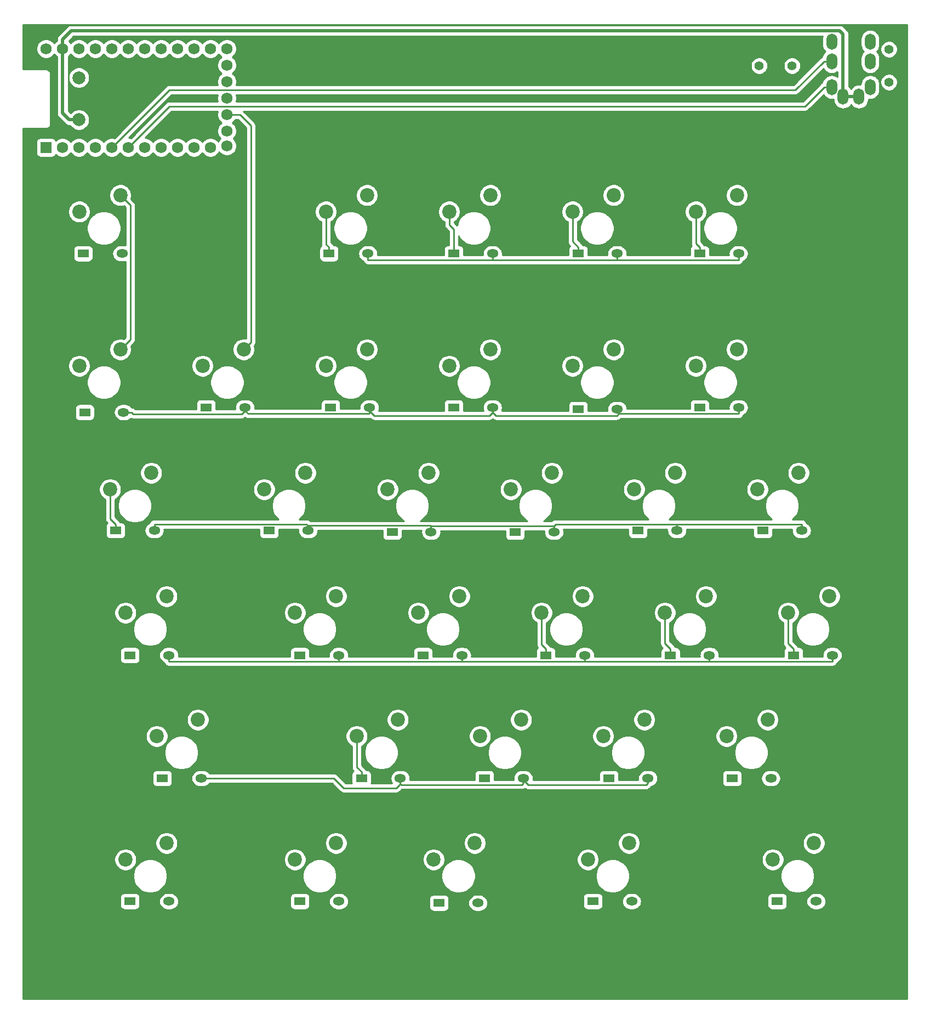
<source format=gbl>
G04 #@! TF.GenerationSoftware,KiCad,Pcbnew,(5.1.8)-1*
G04 #@! TF.CreationDate,2020-12-06T03:25:52+09:00*
G04 #@! TF.ProjectId,keyboard-layouter-playground,6b657962-6f61-4726-942d-6c61796f7574,rev?*
G04 #@! TF.SameCoordinates,Original*
G04 #@! TF.FileFunction,Copper,L2,Bot*
G04 #@! TF.FilePolarity,Positive*
%FSLAX46Y46*%
G04 Gerber Fmt 4.6, Leading zero omitted, Abs format (unit mm)*
G04 Created by KiCad (PCBNEW (5.1.8)-1) date 2020-12-06 03:25:52*
%MOMM*%
%LPD*%
G01*
G04 APERTURE LIST*
G04 #@! TA.AperFunction,ComponentPad*
%ADD10C,1.397000*%
G04 #@! TD*
G04 #@! TA.AperFunction,ComponentPad*
%ADD11C,2.200000*%
G04 #@! TD*
G04 #@! TA.AperFunction,ComponentPad*
%ADD12O,1.778000X1.300000*%
G04 #@! TD*
G04 #@! TA.AperFunction,ComponentPad*
%ADD13R,1.778000X1.300000*%
G04 #@! TD*
G04 #@! TA.AperFunction,ComponentPad*
%ADD14O,1.700000X2.500000*%
G04 #@! TD*
G04 #@! TA.AperFunction,ComponentPad*
%ADD15C,1.752600*%
G04 #@! TD*
G04 #@! TA.AperFunction,ComponentPad*
%ADD16R,1.752600X1.752600*%
G04 #@! TD*
G04 #@! TA.AperFunction,ComponentPad*
%ADD17C,2.000000*%
G04 #@! TD*
G04 #@! TA.AperFunction,Conductor*
%ADD18C,0.250000*%
G04 #@! TD*
G04 #@! TA.AperFunction,Conductor*
%ADD19C,0.500000*%
G04 #@! TD*
G04 #@! TA.AperFunction,NonConductor*
%ADD20C,0.254000*%
G04 #@! TD*
G04 #@! TA.AperFunction,NonConductor*
%ADD21C,0.100000*%
G04 #@! TD*
G04 APERTURE END LIST*
D10*
X150500000Y-100460000D03*
X150500000Y-105540000D03*
X130460000Y-103000000D03*
X135540000Y-103000000D03*
D11*
X115888000Y-187452000D03*
X122238000Y-184912000D03*
D12*
X44250000Y-213000000D03*
D13*
X38250000Y-213000000D03*
D12*
X139250000Y-232000000D03*
D13*
X133250000Y-232000000D03*
D12*
X39250000Y-232000000D03*
D13*
X33250000Y-232000000D03*
D12*
X39250000Y-194000000D03*
D13*
X33250000Y-194000000D03*
D12*
X37000000Y-174750000D03*
D13*
X31000000Y-174750000D03*
D12*
X110750000Y-232000000D03*
D13*
X104750000Y-232000000D03*
D12*
X87000000Y-232250000D03*
D13*
X81000000Y-232250000D03*
D12*
X65500000Y-232000000D03*
D13*
X59500000Y-232000000D03*
D12*
X132250000Y-213000000D03*
D13*
X126250000Y-213000000D03*
D12*
X113250000Y-213000000D03*
D13*
X107250000Y-213000000D03*
D12*
X94000000Y-213000000D03*
D13*
X88000000Y-213000000D03*
D12*
X75000000Y-213000000D03*
D13*
X69000000Y-213000000D03*
D12*
X141750000Y-194000000D03*
D13*
X135750000Y-194000000D03*
D12*
X122750000Y-194000000D03*
D13*
X116750000Y-194000000D03*
D12*
X103500000Y-194000000D03*
D13*
X97500000Y-194000000D03*
D12*
X84500000Y-194000000D03*
D13*
X78500000Y-194000000D03*
D12*
X65500000Y-194000000D03*
D13*
X59500000Y-194000000D03*
D12*
X137000000Y-174750000D03*
D13*
X131000000Y-174750000D03*
D12*
X117750000Y-174750000D03*
D13*
X111750000Y-174750000D03*
D12*
X98750000Y-175000000D03*
D13*
X92750000Y-175000000D03*
D12*
X79750000Y-175000000D03*
D13*
X73750000Y-175000000D03*
D12*
X60750000Y-174750000D03*
D13*
X54750000Y-174750000D03*
D12*
X127250000Y-155750000D03*
D13*
X121250000Y-155750000D03*
D12*
X108500000Y-156000000D03*
D13*
X102500000Y-156000000D03*
D12*
X89250000Y-155750000D03*
D13*
X83250000Y-155750000D03*
D12*
X70250000Y-155750000D03*
D13*
X64250000Y-155750000D03*
D12*
X51000000Y-155750000D03*
D13*
X45000000Y-155750000D03*
D12*
X32250000Y-156500000D03*
D13*
X26250000Y-156500000D03*
D12*
X127250000Y-132000000D03*
D13*
X121250000Y-132000000D03*
D12*
X108500000Y-132000000D03*
D13*
X102500000Y-132000000D03*
D12*
X89250000Y-132000000D03*
D13*
X83250000Y-132000000D03*
D12*
X70000000Y-132000000D03*
D13*
X64000000Y-132000000D03*
D12*
X32000000Y-132000000D03*
D13*
X26000000Y-132000000D03*
D14*
X141650000Y-106300000D03*
X145850000Y-107800000D03*
X141650000Y-99300000D03*
X141650000Y-102300000D03*
X147600000Y-99300000D03*
X147600000Y-102300000D03*
X147600000Y-106300000D03*
X143400000Y-107800000D03*
D11*
X32544000Y-225552000D03*
X38894000Y-223012000D03*
D15*
X48220000Y-113080000D03*
X48220000Y-110540000D03*
X48220000Y-108000000D03*
X48220000Y-105460000D03*
X48220000Y-102920000D03*
X20280000Y-100380000D03*
X48220000Y-115391400D03*
X22820000Y-100380000D03*
X25360000Y-100380000D03*
X27900000Y-100380000D03*
X30440000Y-100380000D03*
X32980000Y-100380000D03*
X35520000Y-100380000D03*
X38060000Y-100380000D03*
X40600000Y-100380000D03*
X43140000Y-100380000D03*
X45680000Y-100380000D03*
X48220000Y-100380000D03*
X45680000Y-115620000D03*
X43140000Y-115620000D03*
X40600000Y-115620000D03*
X38060000Y-115620000D03*
X35520000Y-115620000D03*
X32980000Y-115620000D03*
X30440000Y-115620000D03*
X27900000Y-115620000D03*
X25360000Y-115620000D03*
X22820000Y-115620000D03*
D16*
X20280000Y-115620000D03*
D17*
X25350000Y-104850000D03*
X25350000Y-111350000D03*
D11*
X37380600Y-206502000D03*
X43730600Y-203962000D03*
X132556000Y-225552000D03*
X138906000Y-223012000D03*
X30163000Y-168402000D03*
X36513000Y-165862000D03*
X32544000Y-187452000D03*
X38894000Y-184912000D03*
X103981000Y-225552000D03*
X110331000Y-223012000D03*
X80168500Y-225552000D03*
X86518500Y-223012000D03*
X58737500Y-225552000D03*
X65087500Y-223012000D03*
X134938000Y-187452000D03*
X141288000Y-184912000D03*
X125412000Y-206502000D03*
X131762000Y-203962000D03*
X106362000Y-206502000D03*
X112712000Y-203962000D03*
X82550000Y-149352000D03*
X88900000Y-146812000D03*
X92075000Y-168402000D03*
X98425000Y-165862000D03*
X63500000Y-125540000D03*
X69850000Y-123000000D03*
X68262500Y-206502000D03*
X74612500Y-203962000D03*
X53975000Y-168402000D03*
X60325000Y-165862000D03*
X96838000Y-187452000D03*
X103188000Y-184912000D03*
X120650000Y-149352000D03*
X127000000Y-146812000D03*
X130175000Y-168402000D03*
X136525000Y-165862000D03*
X111125000Y-168402000D03*
X117475000Y-165862000D03*
X73025000Y-168402000D03*
X79375000Y-165862000D03*
X63500000Y-149352000D03*
X69850000Y-146812000D03*
X101600000Y-125540000D03*
X107950000Y-123000000D03*
X82550000Y-125540000D03*
X88900000Y-123000000D03*
X25400000Y-125540000D03*
X31750000Y-123000000D03*
X25400000Y-149352000D03*
X31750000Y-146812000D03*
X77787500Y-187452000D03*
X84137500Y-184912000D03*
X58737500Y-187452000D03*
X65087500Y-184912000D03*
X101600000Y-149352000D03*
X107950000Y-146812000D03*
X120650000Y-125540000D03*
X127000000Y-123000000D03*
X44450000Y-149352000D03*
X50800000Y-146812000D03*
X87312500Y-206502000D03*
X93662500Y-203962000D03*
D18*
X127250000Y-132000000D02*
X127250000Y-132975300D01*
X108500000Y-132975300D02*
X127250000Y-132975300D01*
X108500000Y-132862700D02*
X108500000Y-132975300D01*
X108500000Y-132000000D02*
X108500000Y-132862700D01*
X89250000Y-132975300D02*
X108500000Y-132975300D01*
X89250000Y-132862700D02*
X89250000Y-132975300D01*
X89250000Y-132000000D02*
X89250000Y-132862700D01*
X70000000Y-132000000D02*
X70000000Y-132975300D01*
X70000000Y-132975300D02*
X89250000Y-132975300D01*
X64000000Y-132000000D02*
X64000000Y-131024700D01*
X63500000Y-125540000D02*
X63500000Y-130524700D01*
X63500000Y-130524700D02*
X64000000Y-131024700D01*
X82550000Y-125540000D02*
X82550000Y-127550000D01*
X83250000Y-128250000D02*
X83250000Y-132000000D01*
X82550000Y-127550000D02*
X83250000Y-128250000D01*
X102500000Y-132000000D02*
X102500000Y-131024700D01*
X101600000Y-125540000D02*
X101600000Y-130124700D01*
X101600000Y-130124700D02*
X102500000Y-131024700D01*
X121250000Y-132000000D02*
X121250000Y-131024700D01*
X120650000Y-125540000D02*
X120650000Y-130424700D01*
X120650000Y-130424700D02*
X121250000Y-131024700D01*
X32250000Y-156500000D02*
X33464300Y-156500000D01*
X33464300Y-156500000D02*
X33736300Y-156772000D01*
X33736300Y-156772000D02*
X50465600Y-156772000D01*
X50465600Y-156772000D02*
X51000000Y-156237600D01*
X51000000Y-155750000D02*
X51000000Y-156237600D01*
X127250000Y-155750000D02*
X127250000Y-156725300D01*
X108500000Y-156487600D02*
X108737700Y-156725300D01*
X108737700Y-156725300D02*
X127250000Y-156725300D01*
X108500000Y-156000000D02*
X108500000Y-156487600D01*
X70250000Y-155750000D02*
X70250000Y-156725300D01*
X51487700Y-156725300D02*
X70250000Y-156725300D01*
X51000000Y-156237600D02*
X51487700Y-156725300D01*
X70250000Y-155750000D02*
X70250000Y-156250000D01*
X70250000Y-156250000D02*
X71000000Y-157000000D01*
X71000000Y-157000000D02*
X88750000Y-157000000D01*
X88750000Y-157000000D02*
X89250000Y-156500000D01*
X89250000Y-156500000D02*
X89250000Y-155750000D01*
X108463000Y-157000000D02*
X108737700Y-156725300D01*
X89750000Y-157000000D02*
X108463000Y-157000000D01*
X89250000Y-156500000D02*
X89750000Y-157000000D01*
X98750000Y-174024700D02*
X99000000Y-173774700D01*
X99000000Y-173774700D02*
X117750000Y-173774700D01*
X79750000Y-174024700D02*
X98750000Y-174024700D01*
X60750000Y-174012300D02*
X79737600Y-174012300D01*
X79737600Y-174012300D02*
X79750000Y-174024700D01*
X98750000Y-175000000D02*
X98750000Y-174024700D01*
X37000000Y-173774700D02*
X60512400Y-173774700D01*
X60512400Y-173774700D02*
X60750000Y-174012300D01*
X79750000Y-175000000D02*
X79750000Y-174024700D01*
X37000000Y-174750000D02*
X37000000Y-173774700D01*
X60750000Y-174750000D02*
X60750000Y-174012300D01*
X137000000Y-174750000D02*
X137000000Y-173774700D01*
X137000000Y-173774700D02*
X117750000Y-173774700D01*
X117750000Y-174750000D02*
X117750000Y-173774700D01*
X141750000Y-194000000D02*
X141750000Y-194975300D01*
X141750000Y-194975300D02*
X122750000Y-194975300D01*
X122750000Y-194000000D02*
X122750000Y-194975300D01*
X122750000Y-194975300D02*
X103500000Y-194975300D01*
X103500000Y-194000000D02*
X103500000Y-194975300D01*
X103500000Y-194975300D02*
X84500000Y-194975300D01*
X84500000Y-194000000D02*
X84500000Y-194975300D01*
X84500000Y-194975300D02*
X65500000Y-194975300D01*
X39250000Y-194000000D02*
X39250000Y-194975300D01*
X65500000Y-194000000D02*
X65500000Y-194975300D01*
X65500000Y-194975300D02*
X39250000Y-194975300D01*
X97500000Y-194000000D02*
X97500000Y-193024700D01*
X96838000Y-187452000D02*
X96838000Y-192362700D01*
X96838000Y-192362700D02*
X97500000Y-193024700D01*
X116750000Y-194000000D02*
X116750000Y-193024700D01*
X115888000Y-187452000D02*
X115888000Y-192162700D01*
X115888000Y-192162700D02*
X116750000Y-193024700D01*
X135750000Y-194000000D02*
X135750000Y-193024700D01*
X134938000Y-187452000D02*
X134938000Y-192212700D01*
X134938000Y-192212700D02*
X135750000Y-193024700D01*
X94000000Y-213000000D02*
X94000000Y-213487600D01*
X75000000Y-213862700D02*
X75000000Y-213864400D01*
X75000000Y-213000000D02*
X75000000Y-213862700D01*
X94000000Y-213000000D02*
X94000000Y-213250000D01*
X94000000Y-213250000D02*
X94750000Y-214000000D01*
X94750000Y-214000000D02*
X113000000Y-214000000D01*
X113250000Y-213750000D02*
X113250000Y-213000000D01*
X113000000Y-214000000D02*
X113250000Y-213750000D01*
X93774700Y-213975300D02*
X94000000Y-213750000D01*
X94000000Y-213750000D02*
X94000000Y-213000000D01*
X75110900Y-213975300D02*
X93774700Y-213975300D01*
X75000000Y-213864400D02*
X75110900Y-213975300D01*
X74889100Y-213975300D02*
X75000000Y-213864400D01*
X74364400Y-214500000D02*
X74889100Y-213975300D01*
X66250000Y-214500000D02*
X74364400Y-214500000D01*
X64750000Y-213000000D02*
X66250000Y-214500000D01*
X44250000Y-213000000D02*
X64750000Y-213000000D01*
X69000000Y-213000000D02*
X69000000Y-212024700D01*
X68262500Y-206502000D02*
X68262500Y-211287200D01*
X68262500Y-211287200D02*
X69000000Y-212024700D01*
X31000000Y-174750000D02*
X31000000Y-173774700D01*
X30163000Y-168402000D02*
X30163000Y-172937700D01*
X30163000Y-172937700D02*
X31000000Y-173774700D01*
X48220000Y-110540000D02*
X50210000Y-110540000D01*
X50210000Y-110540000D02*
X51900000Y-112230000D01*
X51900000Y-112230000D02*
X51900000Y-145712000D01*
X51900000Y-145712000D02*
X50800000Y-146812000D01*
X31750000Y-123000000D02*
X33294200Y-124544200D01*
X33294200Y-124544200D02*
X33294200Y-145267800D01*
X33294200Y-145267800D02*
X31750000Y-146812000D01*
D19*
X22820000Y-100380000D02*
X22820000Y-98930000D01*
X22820000Y-98930000D02*
X24150000Y-97600000D01*
X24150000Y-97600000D02*
X142850000Y-97600000D01*
X142850000Y-97600000D02*
X143400000Y-98150000D01*
X143400000Y-98150000D02*
X143400000Y-107800000D01*
X25350000Y-111350000D02*
X23850000Y-111350000D01*
X23850000Y-111350000D02*
X22820000Y-110320000D01*
X22820000Y-110320000D02*
X22820000Y-100380000D01*
X145850000Y-107800000D02*
X143400000Y-107800000D01*
D18*
X141650000Y-102300000D02*
X140475000Y-102300000D01*
X140475000Y-102300000D02*
X136045000Y-106730000D01*
X136045000Y-106730000D02*
X39330000Y-106730000D01*
X39330000Y-106730000D02*
X30440000Y-115620000D01*
X141650000Y-106300000D02*
X140475000Y-106300000D01*
X140475000Y-106300000D02*
X137505000Y-109270000D01*
X137505000Y-109270000D02*
X39330000Y-109270000D01*
X39330000Y-109270000D02*
X32980000Y-115620000D01*
D20*
X153290000Y-247040000D02*
X16710000Y-247040000D01*
X16710000Y-231350000D01*
X31722928Y-231350000D01*
X31722928Y-232650000D01*
X31735188Y-232774482D01*
X31771498Y-232894180D01*
X31830463Y-233004494D01*
X31909815Y-233101185D01*
X32006506Y-233180537D01*
X32116820Y-233239502D01*
X32236518Y-233275812D01*
X32361000Y-233288072D01*
X34139000Y-233288072D01*
X34263482Y-233275812D01*
X34383180Y-233239502D01*
X34493494Y-233180537D01*
X34590185Y-233101185D01*
X34669537Y-233004494D01*
X34728502Y-232894180D01*
X34764812Y-232774482D01*
X34777072Y-232650000D01*
X34777072Y-232000000D01*
X37719783Y-232000000D01*
X37744593Y-232251904D01*
X37818071Y-232494127D01*
X37937392Y-232717362D01*
X38097972Y-232913028D01*
X38293638Y-233073608D01*
X38516873Y-233192929D01*
X38759096Y-233266407D01*
X38947877Y-233285000D01*
X39552123Y-233285000D01*
X39740904Y-233266407D01*
X39983127Y-233192929D01*
X40206362Y-233073608D01*
X40402028Y-232913028D01*
X40562608Y-232717362D01*
X40681929Y-232494127D01*
X40755407Y-232251904D01*
X40780217Y-232000000D01*
X40755407Y-231748096D01*
X40681929Y-231505873D01*
X40598614Y-231350000D01*
X57972928Y-231350000D01*
X57972928Y-232650000D01*
X57985188Y-232774482D01*
X58021498Y-232894180D01*
X58080463Y-233004494D01*
X58159815Y-233101185D01*
X58256506Y-233180537D01*
X58366820Y-233239502D01*
X58486518Y-233275812D01*
X58611000Y-233288072D01*
X60389000Y-233288072D01*
X60513482Y-233275812D01*
X60633180Y-233239502D01*
X60743494Y-233180537D01*
X60840185Y-233101185D01*
X60919537Y-233004494D01*
X60978502Y-232894180D01*
X61014812Y-232774482D01*
X61027072Y-232650000D01*
X61027072Y-232000000D01*
X63969783Y-232000000D01*
X63994593Y-232251904D01*
X64068071Y-232494127D01*
X64187392Y-232717362D01*
X64347972Y-232913028D01*
X64543638Y-233073608D01*
X64766873Y-233192929D01*
X65009096Y-233266407D01*
X65197877Y-233285000D01*
X65802123Y-233285000D01*
X65990904Y-233266407D01*
X66233127Y-233192929D01*
X66456362Y-233073608D01*
X66652028Y-232913028D01*
X66812608Y-232717362D01*
X66931929Y-232494127D01*
X67005407Y-232251904D01*
X67030217Y-232000000D01*
X67005407Y-231748096D01*
X66960483Y-231600000D01*
X79472928Y-231600000D01*
X79472928Y-232900000D01*
X79485188Y-233024482D01*
X79521498Y-233144180D01*
X79580463Y-233254494D01*
X79659815Y-233351185D01*
X79756506Y-233430537D01*
X79866820Y-233489502D01*
X79986518Y-233525812D01*
X80111000Y-233538072D01*
X81889000Y-233538072D01*
X82013482Y-233525812D01*
X82133180Y-233489502D01*
X82243494Y-233430537D01*
X82340185Y-233351185D01*
X82419537Y-233254494D01*
X82478502Y-233144180D01*
X82514812Y-233024482D01*
X82527072Y-232900000D01*
X82527072Y-232250000D01*
X85469783Y-232250000D01*
X85494593Y-232501904D01*
X85568071Y-232744127D01*
X85687392Y-232967362D01*
X85847972Y-233163028D01*
X86043638Y-233323608D01*
X86266873Y-233442929D01*
X86509096Y-233516407D01*
X86697877Y-233535000D01*
X87302123Y-233535000D01*
X87490904Y-233516407D01*
X87733127Y-233442929D01*
X87956362Y-233323608D01*
X88152028Y-233163028D01*
X88312608Y-232967362D01*
X88431929Y-232744127D01*
X88505407Y-232501904D01*
X88530217Y-232250000D01*
X88505407Y-231998096D01*
X88431929Y-231755873D01*
X88312608Y-231532638D01*
X88162720Y-231350000D01*
X103222928Y-231350000D01*
X103222928Y-232650000D01*
X103235188Y-232774482D01*
X103271498Y-232894180D01*
X103330463Y-233004494D01*
X103409815Y-233101185D01*
X103506506Y-233180537D01*
X103616820Y-233239502D01*
X103736518Y-233275812D01*
X103861000Y-233288072D01*
X105639000Y-233288072D01*
X105763482Y-233275812D01*
X105883180Y-233239502D01*
X105993494Y-233180537D01*
X106090185Y-233101185D01*
X106169537Y-233004494D01*
X106228502Y-232894180D01*
X106264812Y-232774482D01*
X106277072Y-232650000D01*
X106277072Y-232000000D01*
X109219783Y-232000000D01*
X109244593Y-232251904D01*
X109318071Y-232494127D01*
X109437392Y-232717362D01*
X109597972Y-232913028D01*
X109793638Y-233073608D01*
X110016873Y-233192929D01*
X110259096Y-233266407D01*
X110447877Y-233285000D01*
X111052123Y-233285000D01*
X111240904Y-233266407D01*
X111483127Y-233192929D01*
X111706362Y-233073608D01*
X111902028Y-232913028D01*
X112062608Y-232717362D01*
X112181929Y-232494127D01*
X112255407Y-232251904D01*
X112280217Y-232000000D01*
X112255407Y-231748096D01*
X112181929Y-231505873D01*
X112098614Y-231350000D01*
X131722928Y-231350000D01*
X131722928Y-232650000D01*
X131735188Y-232774482D01*
X131771498Y-232894180D01*
X131830463Y-233004494D01*
X131909815Y-233101185D01*
X132006506Y-233180537D01*
X132116820Y-233239502D01*
X132236518Y-233275812D01*
X132361000Y-233288072D01*
X134139000Y-233288072D01*
X134263482Y-233275812D01*
X134383180Y-233239502D01*
X134493494Y-233180537D01*
X134590185Y-233101185D01*
X134669537Y-233004494D01*
X134728502Y-232894180D01*
X134764812Y-232774482D01*
X134777072Y-232650000D01*
X134777072Y-232000000D01*
X137719783Y-232000000D01*
X137744593Y-232251904D01*
X137818071Y-232494127D01*
X137937392Y-232717362D01*
X138097972Y-232913028D01*
X138293638Y-233073608D01*
X138516873Y-233192929D01*
X138759096Y-233266407D01*
X138947877Y-233285000D01*
X139552123Y-233285000D01*
X139740904Y-233266407D01*
X139983127Y-233192929D01*
X140206362Y-233073608D01*
X140402028Y-232913028D01*
X140562608Y-232717362D01*
X140681929Y-232494127D01*
X140755407Y-232251904D01*
X140780217Y-232000000D01*
X140755407Y-231748096D01*
X140681929Y-231505873D01*
X140562608Y-231282638D01*
X140402028Y-231086972D01*
X140206362Y-230926392D01*
X139983127Y-230807071D01*
X139740904Y-230733593D01*
X139552123Y-230715000D01*
X138947877Y-230715000D01*
X138759096Y-230733593D01*
X138516873Y-230807071D01*
X138293638Y-230926392D01*
X138097972Y-231086972D01*
X137937392Y-231282638D01*
X137818071Y-231505873D01*
X137744593Y-231748096D01*
X137719783Y-232000000D01*
X134777072Y-232000000D01*
X134777072Y-231350000D01*
X134764812Y-231225518D01*
X134728502Y-231105820D01*
X134669537Y-230995506D01*
X134590185Y-230898815D01*
X134493494Y-230819463D01*
X134383180Y-230760498D01*
X134263482Y-230724188D01*
X134139000Y-230711928D01*
X132361000Y-230711928D01*
X132236518Y-230724188D01*
X132116820Y-230760498D01*
X132006506Y-230819463D01*
X131909815Y-230898815D01*
X131830463Y-230995506D01*
X131771498Y-231105820D01*
X131735188Y-231225518D01*
X131722928Y-231350000D01*
X112098614Y-231350000D01*
X112062608Y-231282638D01*
X111902028Y-231086972D01*
X111706362Y-230926392D01*
X111483127Y-230807071D01*
X111240904Y-230733593D01*
X111052123Y-230715000D01*
X110447877Y-230715000D01*
X110259096Y-230733593D01*
X110016873Y-230807071D01*
X109793638Y-230926392D01*
X109597972Y-231086972D01*
X109437392Y-231282638D01*
X109318071Y-231505873D01*
X109244593Y-231748096D01*
X109219783Y-232000000D01*
X106277072Y-232000000D01*
X106277072Y-231350000D01*
X106264812Y-231225518D01*
X106228502Y-231105820D01*
X106169537Y-230995506D01*
X106090185Y-230898815D01*
X105993494Y-230819463D01*
X105883180Y-230760498D01*
X105763482Y-230724188D01*
X105639000Y-230711928D01*
X103861000Y-230711928D01*
X103736518Y-230724188D01*
X103616820Y-230760498D01*
X103506506Y-230819463D01*
X103409815Y-230898815D01*
X103330463Y-230995506D01*
X103271498Y-231105820D01*
X103235188Y-231225518D01*
X103222928Y-231350000D01*
X88162720Y-231350000D01*
X88152028Y-231336972D01*
X87956362Y-231176392D01*
X87733127Y-231057071D01*
X87490904Y-230983593D01*
X87302123Y-230965000D01*
X86697877Y-230965000D01*
X86509096Y-230983593D01*
X86266873Y-231057071D01*
X86043638Y-231176392D01*
X85847972Y-231336972D01*
X85687392Y-231532638D01*
X85568071Y-231755873D01*
X85494593Y-231998096D01*
X85469783Y-232250000D01*
X82527072Y-232250000D01*
X82527072Y-231600000D01*
X82514812Y-231475518D01*
X82478502Y-231355820D01*
X82419537Y-231245506D01*
X82340185Y-231148815D01*
X82243494Y-231069463D01*
X82133180Y-231010498D01*
X82013482Y-230974188D01*
X81889000Y-230961928D01*
X80111000Y-230961928D01*
X79986518Y-230974188D01*
X79866820Y-231010498D01*
X79756506Y-231069463D01*
X79659815Y-231148815D01*
X79580463Y-231245506D01*
X79521498Y-231355820D01*
X79485188Y-231475518D01*
X79472928Y-231600000D01*
X66960483Y-231600000D01*
X66931929Y-231505873D01*
X66812608Y-231282638D01*
X66652028Y-231086972D01*
X66456362Y-230926392D01*
X66233127Y-230807071D01*
X65990904Y-230733593D01*
X65802123Y-230715000D01*
X65197877Y-230715000D01*
X65009096Y-230733593D01*
X64766873Y-230807071D01*
X64543638Y-230926392D01*
X64347972Y-231086972D01*
X64187392Y-231282638D01*
X64068071Y-231505873D01*
X63994593Y-231748096D01*
X63969783Y-232000000D01*
X61027072Y-232000000D01*
X61027072Y-231350000D01*
X61014812Y-231225518D01*
X60978502Y-231105820D01*
X60919537Y-230995506D01*
X60840185Y-230898815D01*
X60743494Y-230819463D01*
X60633180Y-230760498D01*
X60513482Y-230724188D01*
X60389000Y-230711928D01*
X58611000Y-230711928D01*
X58486518Y-230724188D01*
X58366820Y-230760498D01*
X58256506Y-230819463D01*
X58159815Y-230898815D01*
X58080463Y-230995506D01*
X58021498Y-231105820D01*
X57985188Y-231225518D01*
X57972928Y-231350000D01*
X40598614Y-231350000D01*
X40562608Y-231282638D01*
X40402028Y-231086972D01*
X40206362Y-230926392D01*
X39983127Y-230807071D01*
X39740904Y-230733593D01*
X39552123Y-230715000D01*
X38947877Y-230715000D01*
X38759096Y-230733593D01*
X38516873Y-230807071D01*
X38293638Y-230926392D01*
X38097972Y-231086972D01*
X37937392Y-231282638D01*
X37818071Y-231505873D01*
X37744593Y-231748096D01*
X37719783Y-232000000D01*
X34777072Y-232000000D01*
X34777072Y-231350000D01*
X34764812Y-231225518D01*
X34728502Y-231105820D01*
X34669537Y-230995506D01*
X34590185Y-230898815D01*
X34493494Y-230819463D01*
X34383180Y-230760498D01*
X34263482Y-230724188D01*
X34139000Y-230711928D01*
X32361000Y-230711928D01*
X32236518Y-230724188D01*
X32116820Y-230760498D01*
X32006506Y-230819463D01*
X31909815Y-230898815D01*
X31830463Y-230995506D01*
X31771498Y-231105820D01*
X31735188Y-231225518D01*
X31722928Y-231350000D01*
X16710000Y-231350000D01*
X16710000Y-227832475D01*
X33719000Y-227832475D01*
X33719000Y-228351525D01*
X33820261Y-228860601D01*
X34018893Y-229340141D01*
X34307262Y-229771715D01*
X34674285Y-230138738D01*
X35105859Y-230427107D01*
X35585399Y-230625739D01*
X36094475Y-230727000D01*
X36613525Y-230727000D01*
X37122601Y-230625739D01*
X37602141Y-230427107D01*
X38033715Y-230138738D01*
X38400738Y-229771715D01*
X38689107Y-229340141D01*
X38887739Y-228860601D01*
X38989000Y-228351525D01*
X38989000Y-227832475D01*
X59912500Y-227832475D01*
X59912500Y-228351525D01*
X60013761Y-228860601D01*
X60212393Y-229340141D01*
X60500762Y-229771715D01*
X60867785Y-230138738D01*
X61299359Y-230427107D01*
X61778899Y-230625739D01*
X62287975Y-230727000D01*
X62807025Y-230727000D01*
X63316101Y-230625739D01*
X63795641Y-230427107D01*
X64227215Y-230138738D01*
X64594238Y-229771715D01*
X64882607Y-229340141D01*
X65081239Y-228860601D01*
X65182500Y-228351525D01*
X65182500Y-227832475D01*
X81343500Y-227832475D01*
X81343500Y-228351525D01*
X81444761Y-228860601D01*
X81643393Y-229340141D01*
X81931762Y-229771715D01*
X82298785Y-230138738D01*
X82730359Y-230427107D01*
X83209899Y-230625739D01*
X83718975Y-230727000D01*
X84238025Y-230727000D01*
X84747101Y-230625739D01*
X85226641Y-230427107D01*
X85658215Y-230138738D01*
X86025238Y-229771715D01*
X86313607Y-229340141D01*
X86512239Y-228860601D01*
X86613500Y-228351525D01*
X86613500Y-227832475D01*
X105156000Y-227832475D01*
X105156000Y-228351525D01*
X105257261Y-228860601D01*
X105455893Y-229340141D01*
X105744262Y-229771715D01*
X106111285Y-230138738D01*
X106542859Y-230427107D01*
X107022399Y-230625739D01*
X107531475Y-230727000D01*
X108050525Y-230727000D01*
X108559601Y-230625739D01*
X109039141Y-230427107D01*
X109470715Y-230138738D01*
X109837738Y-229771715D01*
X110126107Y-229340141D01*
X110324739Y-228860601D01*
X110426000Y-228351525D01*
X110426000Y-227832475D01*
X133731000Y-227832475D01*
X133731000Y-228351525D01*
X133832261Y-228860601D01*
X134030893Y-229340141D01*
X134319262Y-229771715D01*
X134686285Y-230138738D01*
X135117859Y-230427107D01*
X135597399Y-230625739D01*
X136106475Y-230727000D01*
X136625525Y-230727000D01*
X137134601Y-230625739D01*
X137614141Y-230427107D01*
X138045715Y-230138738D01*
X138412738Y-229771715D01*
X138701107Y-229340141D01*
X138899739Y-228860601D01*
X139001000Y-228351525D01*
X139001000Y-227832475D01*
X138899739Y-227323399D01*
X138701107Y-226843859D01*
X138412738Y-226412285D01*
X138045715Y-226045262D01*
X137614141Y-225756893D01*
X137134601Y-225558261D01*
X136625525Y-225457000D01*
X136106475Y-225457000D01*
X135597399Y-225558261D01*
X135117859Y-225756893D01*
X134686285Y-226045262D01*
X134319262Y-226412285D01*
X134030893Y-226843859D01*
X133832261Y-227323399D01*
X133731000Y-227832475D01*
X110426000Y-227832475D01*
X110324739Y-227323399D01*
X110126107Y-226843859D01*
X109837738Y-226412285D01*
X109470715Y-226045262D01*
X109039141Y-225756893D01*
X108559601Y-225558261D01*
X108050525Y-225457000D01*
X107531475Y-225457000D01*
X107022399Y-225558261D01*
X106542859Y-225756893D01*
X106111285Y-226045262D01*
X105744262Y-226412285D01*
X105455893Y-226843859D01*
X105257261Y-227323399D01*
X105156000Y-227832475D01*
X86613500Y-227832475D01*
X86512239Y-227323399D01*
X86313607Y-226843859D01*
X86025238Y-226412285D01*
X85658215Y-226045262D01*
X85226641Y-225756893D01*
X84747101Y-225558261D01*
X84238025Y-225457000D01*
X83718975Y-225457000D01*
X83209899Y-225558261D01*
X82730359Y-225756893D01*
X82298785Y-226045262D01*
X81931762Y-226412285D01*
X81643393Y-226843859D01*
X81444761Y-227323399D01*
X81343500Y-227832475D01*
X65182500Y-227832475D01*
X65081239Y-227323399D01*
X64882607Y-226843859D01*
X64594238Y-226412285D01*
X64227215Y-226045262D01*
X63795641Y-225756893D01*
X63316101Y-225558261D01*
X62807025Y-225457000D01*
X62287975Y-225457000D01*
X61778899Y-225558261D01*
X61299359Y-225756893D01*
X60867785Y-226045262D01*
X60500762Y-226412285D01*
X60212393Y-226843859D01*
X60013761Y-227323399D01*
X59912500Y-227832475D01*
X38989000Y-227832475D01*
X38887739Y-227323399D01*
X38689107Y-226843859D01*
X38400738Y-226412285D01*
X38033715Y-226045262D01*
X37602141Y-225756893D01*
X37122601Y-225558261D01*
X36613525Y-225457000D01*
X36094475Y-225457000D01*
X35585399Y-225558261D01*
X35105859Y-225756893D01*
X34674285Y-226045262D01*
X34307262Y-226412285D01*
X34018893Y-226843859D01*
X33820261Y-227323399D01*
X33719000Y-227832475D01*
X16710000Y-227832475D01*
X16710000Y-225381117D01*
X30809000Y-225381117D01*
X30809000Y-225722883D01*
X30875675Y-226058081D01*
X31006463Y-226373831D01*
X31196337Y-226657998D01*
X31438002Y-226899663D01*
X31722169Y-227089537D01*
X32037919Y-227220325D01*
X32373117Y-227287000D01*
X32714883Y-227287000D01*
X33050081Y-227220325D01*
X33365831Y-227089537D01*
X33649998Y-226899663D01*
X33891663Y-226657998D01*
X34081537Y-226373831D01*
X34212325Y-226058081D01*
X34279000Y-225722883D01*
X34279000Y-225381117D01*
X57002500Y-225381117D01*
X57002500Y-225722883D01*
X57069175Y-226058081D01*
X57199963Y-226373831D01*
X57389837Y-226657998D01*
X57631502Y-226899663D01*
X57915669Y-227089537D01*
X58231419Y-227220325D01*
X58566617Y-227287000D01*
X58908383Y-227287000D01*
X59243581Y-227220325D01*
X59559331Y-227089537D01*
X59843498Y-226899663D01*
X60085163Y-226657998D01*
X60275037Y-226373831D01*
X60405825Y-226058081D01*
X60472500Y-225722883D01*
X60472500Y-225381117D01*
X78433500Y-225381117D01*
X78433500Y-225722883D01*
X78500175Y-226058081D01*
X78630963Y-226373831D01*
X78820837Y-226657998D01*
X79062502Y-226899663D01*
X79346669Y-227089537D01*
X79662419Y-227220325D01*
X79997617Y-227287000D01*
X80339383Y-227287000D01*
X80674581Y-227220325D01*
X80990331Y-227089537D01*
X81274498Y-226899663D01*
X81516163Y-226657998D01*
X81706037Y-226373831D01*
X81836825Y-226058081D01*
X81903500Y-225722883D01*
X81903500Y-225381117D01*
X102246000Y-225381117D01*
X102246000Y-225722883D01*
X102312675Y-226058081D01*
X102443463Y-226373831D01*
X102633337Y-226657998D01*
X102875002Y-226899663D01*
X103159169Y-227089537D01*
X103474919Y-227220325D01*
X103810117Y-227287000D01*
X104151883Y-227287000D01*
X104487081Y-227220325D01*
X104802831Y-227089537D01*
X105086998Y-226899663D01*
X105328663Y-226657998D01*
X105518537Y-226373831D01*
X105649325Y-226058081D01*
X105716000Y-225722883D01*
X105716000Y-225381117D01*
X130821000Y-225381117D01*
X130821000Y-225722883D01*
X130887675Y-226058081D01*
X131018463Y-226373831D01*
X131208337Y-226657998D01*
X131450002Y-226899663D01*
X131734169Y-227089537D01*
X132049919Y-227220325D01*
X132385117Y-227287000D01*
X132726883Y-227287000D01*
X133062081Y-227220325D01*
X133377831Y-227089537D01*
X133661998Y-226899663D01*
X133903663Y-226657998D01*
X134093537Y-226373831D01*
X134224325Y-226058081D01*
X134291000Y-225722883D01*
X134291000Y-225381117D01*
X134224325Y-225045919D01*
X134093537Y-224730169D01*
X133903663Y-224446002D01*
X133661998Y-224204337D01*
X133377831Y-224014463D01*
X133062081Y-223883675D01*
X132726883Y-223817000D01*
X132385117Y-223817000D01*
X132049919Y-223883675D01*
X131734169Y-224014463D01*
X131450002Y-224204337D01*
X131208337Y-224446002D01*
X131018463Y-224730169D01*
X130887675Y-225045919D01*
X130821000Y-225381117D01*
X105716000Y-225381117D01*
X105649325Y-225045919D01*
X105518537Y-224730169D01*
X105328663Y-224446002D01*
X105086998Y-224204337D01*
X104802831Y-224014463D01*
X104487081Y-223883675D01*
X104151883Y-223817000D01*
X103810117Y-223817000D01*
X103474919Y-223883675D01*
X103159169Y-224014463D01*
X102875002Y-224204337D01*
X102633337Y-224446002D01*
X102443463Y-224730169D01*
X102312675Y-225045919D01*
X102246000Y-225381117D01*
X81903500Y-225381117D01*
X81836825Y-225045919D01*
X81706037Y-224730169D01*
X81516163Y-224446002D01*
X81274498Y-224204337D01*
X80990331Y-224014463D01*
X80674581Y-223883675D01*
X80339383Y-223817000D01*
X79997617Y-223817000D01*
X79662419Y-223883675D01*
X79346669Y-224014463D01*
X79062502Y-224204337D01*
X78820837Y-224446002D01*
X78630963Y-224730169D01*
X78500175Y-225045919D01*
X78433500Y-225381117D01*
X60472500Y-225381117D01*
X60405825Y-225045919D01*
X60275037Y-224730169D01*
X60085163Y-224446002D01*
X59843498Y-224204337D01*
X59559331Y-224014463D01*
X59243581Y-223883675D01*
X58908383Y-223817000D01*
X58566617Y-223817000D01*
X58231419Y-223883675D01*
X57915669Y-224014463D01*
X57631502Y-224204337D01*
X57389837Y-224446002D01*
X57199963Y-224730169D01*
X57069175Y-225045919D01*
X57002500Y-225381117D01*
X34279000Y-225381117D01*
X34212325Y-225045919D01*
X34081537Y-224730169D01*
X33891663Y-224446002D01*
X33649998Y-224204337D01*
X33365831Y-224014463D01*
X33050081Y-223883675D01*
X32714883Y-223817000D01*
X32373117Y-223817000D01*
X32037919Y-223883675D01*
X31722169Y-224014463D01*
X31438002Y-224204337D01*
X31196337Y-224446002D01*
X31006463Y-224730169D01*
X30875675Y-225045919D01*
X30809000Y-225381117D01*
X16710000Y-225381117D01*
X16710000Y-222841117D01*
X37159000Y-222841117D01*
X37159000Y-223182883D01*
X37225675Y-223518081D01*
X37356463Y-223833831D01*
X37546337Y-224117998D01*
X37788002Y-224359663D01*
X38072169Y-224549537D01*
X38387919Y-224680325D01*
X38723117Y-224747000D01*
X39064883Y-224747000D01*
X39400081Y-224680325D01*
X39715831Y-224549537D01*
X39999998Y-224359663D01*
X40241663Y-224117998D01*
X40431537Y-223833831D01*
X40562325Y-223518081D01*
X40629000Y-223182883D01*
X40629000Y-222841117D01*
X63352500Y-222841117D01*
X63352500Y-223182883D01*
X63419175Y-223518081D01*
X63549963Y-223833831D01*
X63739837Y-224117998D01*
X63981502Y-224359663D01*
X64265669Y-224549537D01*
X64581419Y-224680325D01*
X64916617Y-224747000D01*
X65258383Y-224747000D01*
X65593581Y-224680325D01*
X65909331Y-224549537D01*
X66193498Y-224359663D01*
X66435163Y-224117998D01*
X66625037Y-223833831D01*
X66755825Y-223518081D01*
X66822500Y-223182883D01*
X66822500Y-222841117D01*
X84783500Y-222841117D01*
X84783500Y-223182883D01*
X84850175Y-223518081D01*
X84980963Y-223833831D01*
X85170837Y-224117998D01*
X85412502Y-224359663D01*
X85696669Y-224549537D01*
X86012419Y-224680325D01*
X86347617Y-224747000D01*
X86689383Y-224747000D01*
X87024581Y-224680325D01*
X87340331Y-224549537D01*
X87624498Y-224359663D01*
X87866163Y-224117998D01*
X88056037Y-223833831D01*
X88186825Y-223518081D01*
X88253500Y-223182883D01*
X88253500Y-222841117D01*
X108596000Y-222841117D01*
X108596000Y-223182883D01*
X108662675Y-223518081D01*
X108793463Y-223833831D01*
X108983337Y-224117998D01*
X109225002Y-224359663D01*
X109509169Y-224549537D01*
X109824919Y-224680325D01*
X110160117Y-224747000D01*
X110501883Y-224747000D01*
X110837081Y-224680325D01*
X111152831Y-224549537D01*
X111436998Y-224359663D01*
X111678663Y-224117998D01*
X111868537Y-223833831D01*
X111999325Y-223518081D01*
X112066000Y-223182883D01*
X112066000Y-222841117D01*
X137171000Y-222841117D01*
X137171000Y-223182883D01*
X137237675Y-223518081D01*
X137368463Y-223833831D01*
X137558337Y-224117998D01*
X137800002Y-224359663D01*
X138084169Y-224549537D01*
X138399919Y-224680325D01*
X138735117Y-224747000D01*
X139076883Y-224747000D01*
X139412081Y-224680325D01*
X139727831Y-224549537D01*
X140011998Y-224359663D01*
X140253663Y-224117998D01*
X140443537Y-223833831D01*
X140574325Y-223518081D01*
X140641000Y-223182883D01*
X140641000Y-222841117D01*
X140574325Y-222505919D01*
X140443537Y-222190169D01*
X140253663Y-221906002D01*
X140011998Y-221664337D01*
X139727831Y-221474463D01*
X139412081Y-221343675D01*
X139076883Y-221277000D01*
X138735117Y-221277000D01*
X138399919Y-221343675D01*
X138084169Y-221474463D01*
X137800002Y-221664337D01*
X137558337Y-221906002D01*
X137368463Y-222190169D01*
X137237675Y-222505919D01*
X137171000Y-222841117D01*
X112066000Y-222841117D01*
X111999325Y-222505919D01*
X111868537Y-222190169D01*
X111678663Y-221906002D01*
X111436998Y-221664337D01*
X111152831Y-221474463D01*
X110837081Y-221343675D01*
X110501883Y-221277000D01*
X110160117Y-221277000D01*
X109824919Y-221343675D01*
X109509169Y-221474463D01*
X109225002Y-221664337D01*
X108983337Y-221906002D01*
X108793463Y-222190169D01*
X108662675Y-222505919D01*
X108596000Y-222841117D01*
X88253500Y-222841117D01*
X88186825Y-222505919D01*
X88056037Y-222190169D01*
X87866163Y-221906002D01*
X87624498Y-221664337D01*
X87340331Y-221474463D01*
X87024581Y-221343675D01*
X86689383Y-221277000D01*
X86347617Y-221277000D01*
X86012419Y-221343675D01*
X85696669Y-221474463D01*
X85412502Y-221664337D01*
X85170837Y-221906002D01*
X84980963Y-222190169D01*
X84850175Y-222505919D01*
X84783500Y-222841117D01*
X66822500Y-222841117D01*
X66755825Y-222505919D01*
X66625037Y-222190169D01*
X66435163Y-221906002D01*
X66193498Y-221664337D01*
X65909331Y-221474463D01*
X65593581Y-221343675D01*
X65258383Y-221277000D01*
X64916617Y-221277000D01*
X64581419Y-221343675D01*
X64265669Y-221474463D01*
X63981502Y-221664337D01*
X63739837Y-221906002D01*
X63549963Y-222190169D01*
X63419175Y-222505919D01*
X63352500Y-222841117D01*
X40629000Y-222841117D01*
X40562325Y-222505919D01*
X40431537Y-222190169D01*
X40241663Y-221906002D01*
X39999998Y-221664337D01*
X39715831Y-221474463D01*
X39400081Y-221343675D01*
X39064883Y-221277000D01*
X38723117Y-221277000D01*
X38387919Y-221343675D01*
X38072169Y-221474463D01*
X37788002Y-221664337D01*
X37546337Y-221906002D01*
X37356463Y-222190169D01*
X37225675Y-222505919D01*
X37159000Y-222841117D01*
X16710000Y-222841117D01*
X16710000Y-212350000D01*
X36722928Y-212350000D01*
X36722928Y-213650000D01*
X36735188Y-213774482D01*
X36771498Y-213894180D01*
X36830463Y-214004494D01*
X36909815Y-214101185D01*
X37006506Y-214180537D01*
X37116820Y-214239502D01*
X37236518Y-214275812D01*
X37361000Y-214288072D01*
X39139000Y-214288072D01*
X39263482Y-214275812D01*
X39383180Y-214239502D01*
X39493494Y-214180537D01*
X39590185Y-214101185D01*
X39669537Y-214004494D01*
X39728502Y-213894180D01*
X39764812Y-213774482D01*
X39777072Y-213650000D01*
X39777072Y-213000000D01*
X42719783Y-213000000D01*
X42744593Y-213251904D01*
X42818071Y-213494127D01*
X42937392Y-213717362D01*
X43097972Y-213913028D01*
X43293638Y-214073608D01*
X43516873Y-214192929D01*
X43759096Y-214266407D01*
X43947877Y-214285000D01*
X44552123Y-214285000D01*
X44740904Y-214266407D01*
X44983127Y-214192929D01*
X45206362Y-214073608D01*
X45402028Y-213913028D01*
X45527616Y-213760000D01*
X64435199Y-213760000D01*
X65686201Y-215011003D01*
X65709999Y-215040001D01*
X65825724Y-215134974D01*
X65957753Y-215205546D01*
X66101014Y-215249003D01*
X66212667Y-215260000D01*
X66212676Y-215260000D01*
X66249999Y-215263676D01*
X66287322Y-215260000D01*
X74327078Y-215260000D01*
X74364400Y-215263676D01*
X74401722Y-215260000D01*
X74401733Y-215260000D01*
X74513386Y-215249003D01*
X74656647Y-215205546D01*
X74788676Y-215134974D01*
X74904401Y-215040001D01*
X74928203Y-215010998D01*
X75203902Y-214735300D01*
X93737378Y-214735300D01*
X93774700Y-214738976D01*
X93812022Y-214735300D01*
X93812033Y-214735300D01*
X93923686Y-214724303D01*
X94066947Y-214680846D01*
X94198976Y-214610274D01*
X94247301Y-214570614D01*
X94325724Y-214634974D01*
X94457753Y-214705546D01*
X94601014Y-214749003D01*
X94712667Y-214760000D01*
X94712676Y-214760000D01*
X94749999Y-214763676D01*
X94787322Y-214760000D01*
X112962678Y-214760000D01*
X113000000Y-214763676D01*
X113037322Y-214760000D01*
X113037333Y-214760000D01*
X113148986Y-214749003D01*
X113292247Y-214705546D01*
X113424276Y-214634974D01*
X113540001Y-214540001D01*
X113563803Y-214510998D01*
X113761003Y-214313799D01*
X113790001Y-214290001D01*
X113832057Y-214238756D01*
X113983127Y-214192929D01*
X114206362Y-214073608D01*
X114402028Y-213913028D01*
X114562608Y-213717362D01*
X114681929Y-213494127D01*
X114755407Y-213251904D01*
X114780217Y-213000000D01*
X114755407Y-212748096D01*
X114681929Y-212505873D01*
X114598614Y-212350000D01*
X124722928Y-212350000D01*
X124722928Y-213650000D01*
X124735188Y-213774482D01*
X124771498Y-213894180D01*
X124830463Y-214004494D01*
X124909815Y-214101185D01*
X125006506Y-214180537D01*
X125116820Y-214239502D01*
X125236518Y-214275812D01*
X125361000Y-214288072D01*
X127139000Y-214288072D01*
X127263482Y-214275812D01*
X127383180Y-214239502D01*
X127493494Y-214180537D01*
X127590185Y-214101185D01*
X127669537Y-214004494D01*
X127728502Y-213894180D01*
X127764812Y-213774482D01*
X127777072Y-213650000D01*
X127777072Y-213000000D01*
X130719783Y-213000000D01*
X130744593Y-213251904D01*
X130818071Y-213494127D01*
X130937392Y-213717362D01*
X131097972Y-213913028D01*
X131293638Y-214073608D01*
X131516873Y-214192929D01*
X131759096Y-214266407D01*
X131947877Y-214285000D01*
X132552123Y-214285000D01*
X132740904Y-214266407D01*
X132983127Y-214192929D01*
X133206362Y-214073608D01*
X133402028Y-213913028D01*
X133562608Y-213717362D01*
X133681929Y-213494127D01*
X133755407Y-213251904D01*
X133780217Y-213000000D01*
X133755407Y-212748096D01*
X133681929Y-212505873D01*
X133562608Y-212282638D01*
X133402028Y-212086972D01*
X133206362Y-211926392D01*
X132983127Y-211807071D01*
X132740904Y-211733593D01*
X132552123Y-211715000D01*
X131947877Y-211715000D01*
X131759096Y-211733593D01*
X131516873Y-211807071D01*
X131293638Y-211926392D01*
X131097972Y-212086972D01*
X130937392Y-212282638D01*
X130818071Y-212505873D01*
X130744593Y-212748096D01*
X130719783Y-213000000D01*
X127777072Y-213000000D01*
X127777072Y-212350000D01*
X127764812Y-212225518D01*
X127728502Y-212105820D01*
X127669537Y-211995506D01*
X127590185Y-211898815D01*
X127493494Y-211819463D01*
X127383180Y-211760498D01*
X127263482Y-211724188D01*
X127139000Y-211711928D01*
X125361000Y-211711928D01*
X125236518Y-211724188D01*
X125116820Y-211760498D01*
X125006506Y-211819463D01*
X124909815Y-211898815D01*
X124830463Y-211995506D01*
X124771498Y-212105820D01*
X124735188Y-212225518D01*
X124722928Y-212350000D01*
X114598614Y-212350000D01*
X114562608Y-212282638D01*
X114402028Y-212086972D01*
X114206362Y-211926392D01*
X113983127Y-211807071D01*
X113740904Y-211733593D01*
X113552123Y-211715000D01*
X112947877Y-211715000D01*
X112759096Y-211733593D01*
X112516873Y-211807071D01*
X112293638Y-211926392D01*
X112097972Y-212086972D01*
X111937392Y-212282638D01*
X111818071Y-212505873D01*
X111744593Y-212748096D01*
X111719783Y-213000000D01*
X111743421Y-213240000D01*
X108777072Y-213240000D01*
X108777072Y-212350000D01*
X108764812Y-212225518D01*
X108728502Y-212105820D01*
X108669537Y-211995506D01*
X108590185Y-211898815D01*
X108493494Y-211819463D01*
X108383180Y-211760498D01*
X108263482Y-211724188D01*
X108139000Y-211711928D01*
X106361000Y-211711928D01*
X106236518Y-211724188D01*
X106116820Y-211760498D01*
X106006506Y-211819463D01*
X105909815Y-211898815D01*
X105830463Y-211995506D01*
X105771498Y-212105820D01*
X105735188Y-212225518D01*
X105722928Y-212350000D01*
X105722928Y-213240000D01*
X95506579Y-213240000D01*
X95530217Y-213000000D01*
X95505407Y-212748096D01*
X95431929Y-212505873D01*
X95312608Y-212282638D01*
X95152028Y-212086972D01*
X94956362Y-211926392D01*
X94733127Y-211807071D01*
X94490904Y-211733593D01*
X94302123Y-211715000D01*
X93697877Y-211715000D01*
X93509096Y-211733593D01*
X93266873Y-211807071D01*
X93043638Y-211926392D01*
X92847972Y-212086972D01*
X92687392Y-212282638D01*
X92568071Y-212505873D01*
X92494593Y-212748096D01*
X92469783Y-213000000D01*
X92490988Y-213215300D01*
X89527072Y-213215300D01*
X89527072Y-212350000D01*
X89514812Y-212225518D01*
X89478502Y-212105820D01*
X89419537Y-211995506D01*
X89340185Y-211898815D01*
X89243494Y-211819463D01*
X89133180Y-211760498D01*
X89013482Y-211724188D01*
X88889000Y-211711928D01*
X87111000Y-211711928D01*
X86986518Y-211724188D01*
X86866820Y-211760498D01*
X86756506Y-211819463D01*
X86659815Y-211898815D01*
X86580463Y-211995506D01*
X86521498Y-212105820D01*
X86485188Y-212225518D01*
X86472928Y-212350000D01*
X86472928Y-213215300D01*
X76509012Y-213215300D01*
X76530217Y-213000000D01*
X76505407Y-212748096D01*
X76431929Y-212505873D01*
X76312608Y-212282638D01*
X76152028Y-212086972D01*
X75956362Y-211926392D01*
X75733127Y-211807071D01*
X75490904Y-211733593D01*
X75302123Y-211715000D01*
X74697877Y-211715000D01*
X74509096Y-211733593D01*
X74266873Y-211807071D01*
X74043638Y-211926392D01*
X73847972Y-212086972D01*
X73687392Y-212282638D01*
X73568071Y-212505873D01*
X73494593Y-212748096D01*
X73469783Y-213000000D01*
X73494593Y-213251904D01*
X73568071Y-213494127D01*
X73687392Y-213717362D01*
X73705971Y-213740000D01*
X70518208Y-213740000D01*
X70527072Y-213650000D01*
X70527072Y-212350000D01*
X70514812Y-212225518D01*
X70478502Y-212105820D01*
X70419537Y-211995506D01*
X70340185Y-211898815D01*
X70243494Y-211819463D01*
X70133180Y-211760498D01*
X70013482Y-211724188D01*
X69889000Y-211711928D01*
X69694575Y-211711928D01*
X69634974Y-211600424D01*
X69563799Y-211513697D01*
X69540001Y-211484699D01*
X69511002Y-211460901D01*
X69022500Y-210972399D01*
X69022500Y-208782475D01*
X69437500Y-208782475D01*
X69437500Y-209301525D01*
X69538761Y-209810601D01*
X69737393Y-210290141D01*
X70025762Y-210721715D01*
X70392785Y-211088738D01*
X70824359Y-211377107D01*
X71303899Y-211575739D01*
X71812975Y-211677000D01*
X72332025Y-211677000D01*
X72841101Y-211575739D01*
X73320641Y-211377107D01*
X73752215Y-211088738D01*
X74119238Y-210721715D01*
X74407607Y-210290141D01*
X74606239Y-209810601D01*
X74707500Y-209301525D01*
X74707500Y-208782475D01*
X88487500Y-208782475D01*
X88487500Y-209301525D01*
X88588761Y-209810601D01*
X88787393Y-210290141D01*
X89075762Y-210721715D01*
X89442785Y-211088738D01*
X89874359Y-211377107D01*
X90353899Y-211575739D01*
X90862975Y-211677000D01*
X91382025Y-211677000D01*
X91891101Y-211575739D01*
X92370641Y-211377107D01*
X92802215Y-211088738D01*
X93169238Y-210721715D01*
X93457607Y-210290141D01*
X93656239Y-209810601D01*
X93757500Y-209301525D01*
X93757500Y-208782475D01*
X107537000Y-208782475D01*
X107537000Y-209301525D01*
X107638261Y-209810601D01*
X107836893Y-210290141D01*
X108125262Y-210721715D01*
X108492285Y-211088738D01*
X108923859Y-211377107D01*
X109403399Y-211575739D01*
X109912475Y-211677000D01*
X110431525Y-211677000D01*
X110940601Y-211575739D01*
X111420141Y-211377107D01*
X111851715Y-211088738D01*
X112218738Y-210721715D01*
X112507107Y-210290141D01*
X112705739Y-209810601D01*
X112807000Y-209301525D01*
X112807000Y-208782475D01*
X126587000Y-208782475D01*
X126587000Y-209301525D01*
X126688261Y-209810601D01*
X126886893Y-210290141D01*
X127175262Y-210721715D01*
X127542285Y-211088738D01*
X127973859Y-211377107D01*
X128453399Y-211575739D01*
X128962475Y-211677000D01*
X129481525Y-211677000D01*
X129990601Y-211575739D01*
X130470141Y-211377107D01*
X130901715Y-211088738D01*
X131268738Y-210721715D01*
X131557107Y-210290141D01*
X131755739Y-209810601D01*
X131857000Y-209301525D01*
X131857000Y-208782475D01*
X131755739Y-208273399D01*
X131557107Y-207793859D01*
X131268738Y-207362285D01*
X130901715Y-206995262D01*
X130470141Y-206706893D01*
X129990601Y-206508261D01*
X129481525Y-206407000D01*
X128962475Y-206407000D01*
X128453399Y-206508261D01*
X127973859Y-206706893D01*
X127542285Y-206995262D01*
X127175262Y-207362285D01*
X126886893Y-207793859D01*
X126688261Y-208273399D01*
X126587000Y-208782475D01*
X112807000Y-208782475D01*
X112705739Y-208273399D01*
X112507107Y-207793859D01*
X112218738Y-207362285D01*
X111851715Y-206995262D01*
X111420141Y-206706893D01*
X110940601Y-206508261D01*
X110431525Y-206407000D01*
X109912475Y-206407000D01*
X109403399Y-206508261D01*
X108923859Y-206706893D01*
X108492285Y-206995262D01*
X108125262Y-207362285D01*
X107836893Y-207793859D01*
X107638261Y-208273399D01*
X107537000Y-208782475D01*
X93757500Y-208782475D01*
X93656239Y-208273399D01*
X93457607Y-207793859D01*
X93169238Y-207362285D01*
X92802215Y-206995262D01*
X92370641Y-206706893D01*
X91891101Y-206508261D01*
X91382025Y-206407000D01*
X90862975Y-206407000D01*
X90353899Y-206508261D01*
X89874359Y-206706893D01*
X89442785Y-206995262D01*
X89075762Y-207362285D01*
X88787393Y-207793859D01*
X88588761Y-208273399D01*
X88487500Y-208782475D01*
X74707500Y-208782475D01*
X74606239Y-208273399D01*
X74407607Y-207793859D01*
X74119238Y-207362285D01*
X73752215Y-206995262D01*
X73320641Y-206706893D01*
X72841101Y-206508261D01*
X72332025Y-206407000D01*
X71812975Y-206407000D01*
X71303899Y-206508261D01*
X70824359Y-206706893D01*
X70392785Y-206995262D01*
X70025762Y-207362285D01*
X69737393Y-207793859D01*
X69538761Y-208273399D01*
X69437500Y-208782475D01*
X69022500Y-208782475D01*
X69022500Y-208065148D01*
X69084331Y-208039537D01*
X69368498Y-207849663D01*
X69610163Y-207607998D01*
X69800037Y-207323831D01*
X69930825Y-207008081D01*
X69997500Y-206672883D01*
X69997500Y-206331117D01*
X85577500Y-206331117D01*
X85577500Y-206672883D01*
X85644175Y-207008081D01*
X85774963Y-207323831D01*
X85964837Y-207607998D01*
X86206502Y-207849663D01*
X86490669Y-208039537D01*
X86806419Y-208170325D01*
X87141617Y-208237000D01*
X87483383Y-208237000D01*
X87818581Y-208170325D01*
X88134331Y-208039537D01*
X88418498Y-207849663D01*
X88660163Y-207607998D01*
X88850037Y-207323831D01*
X88980825Y-207008081D01*
X89047500Y-206672883D01*
X89047500Y-206331117D01*
X104627000Y-206331117D01*
X104627000Y-206672883D01*
X104693675Y-207008081D01*
X104824463Y-207323831D01*
X105014337Y-207607998D01*
X105256002Y-207849663D01*
X105540169Y-208039537D01*
X105855919Y-208170325D01*
X106191117Y-208237000D01*
X106532883Y-208237000D01*
X106868081Y-208170325D01*
X107183831Y-208039537D01*
X107467998Y-207849663D01*
X107709663Y-207607998D01*
X107899537Y-207323831D01*
X108030325Y-207008081D01*
X108097000Y-206672883D01*
X108097000Y-206331117D01*
X123677000Y-206331117D01*
X123677000Y-206672883D01*
X123743675Y-207008081D01*
X123874463Y-207323831D01*
X124064337Y-207607998D01*
X124306002Y-207849663D01*
X124590169Y-208039537D01*
X124905919Y-208170325D01*
X125241117Y-208237000D01*
X125582883Y-208237000D01*
X125918081Y-208170325D01*
X126233831Y-208039537D01*
X126517998Y-207849663D01*
X126759663Y-207607998D01*
X126949537Y-207323831D01*
X127080325Y-207008081D01*
X127147000Y-206672883D01*
X127147000Y-206331117D01*
X127080325Y-205995919D01*
X126949537Y-205680169D01*
X126759663Y-205396002D01*
X126517998Y-205154337D01*
X126233831Y-204964463D01*
X125918081Y-204833675D01*
X125582883Y-204767000D01*
X125241117Y-204767000D01*
X124905919Y-204833675D01*
X124590169Y-204964463D01*
X124306002Y-205154337D01*
X124064337Y-205396002D01*
X123874463Y-205680169D01*
X123743675Y-205995919D01*
X123677000Y-206331117D01*
X108097000Y-206331117D01*
X108030325Y-205995919D01*
X107899537Y-205680169D01*
X107709663Y-205396002D01*
X107467998Y-205154337D01*
X107183831Y-204964463D01*
X106868081Y-204833675D01*
X106532883Y-204767000D01*
X106191117Y-204767000D01*
X105855919Y-204833675D01*
X105540169Y-204964463D01*
X105256002Y-205154337D01*
X105014337Y-205396002D01*
X104824463Y-205680169D01*
X104693675Y-205995919D01*
X104627000Y-206331117D01*
X89047500Y-206331117D01*
X88980825Y-205995919D01*
X88850037Y-205680169D01*
X88660163Y-205396002D01*
X88418498Y-205154337D01*
X88134331Y-204964463D01*
X87818581Y-204833675D01*
X87483383Y-204767000D01*
X87141617Y-204767000D01*
X86806419Y-204833675D01*
X86490669Y-204964463D01*
X86206502Y-205154337D01*
X85964837Y-205396002D01*
X85774963Y-205680169D01*
X85644175Y-205995919D01*
X85577500Y-206331117D01*
X69997500Y-206331117D01*
X69930825Y-205995919D01*
X69800037Y-205680169D01*
X69610163Y-205396002D01*
X69368498Y-205154337D01*
X69084331Y-204964463D01*
X68768581Y-204833675D01*
X68433383Y-204767000D01*
X68091617Y-204767000D01*
X67756419Y-204833675D01*
X67440669Y-204964463D01*
X67156502Y-205154337D01*
X66914837Y-205396002D01*
X66724963Y-205680169D01*
X66594175Y-205995919D01*
X66527500Y-206331117D01*
X66527500Y-206672883D01*
X66594175Y-207008081D01*
X66724963Y-207323831D01*
X66914837Y-207607998D01*
X67156502Y-207849663D01*
X67440669Y-208039537D01*
X67502500Y-208065148D01*
X67502501Y-211249868D01*
X67498824Y-211287200D01*
X67513498Y-211436185D01*
X67556954Y-211579446D01*
X67627526Y-211711476D01*
X67667758Y-211760498D01*
X67722500Y-211827201D01*
X67734789Y-211837286D01*
X67659815Y-211898815D01*
X67580463Y-211995506D01*
X67521498Y-212105820D01*
X67485188Y-212225518D01*
X67472928Y-212350000D01*
X67472928Y-213650000D01*
X67481792Y-213740000D01*
X66564802Y-213740000D01*
X65313804Y-212489003D01*
X65290001Y-212459999D01*
X65174276Y-212365026D01*
X65042247Y-212294454D01*
X64898986Y-212250997D01*
X64787333Y-212240000D01*
X64787322Y-212240000D01*
X64750000Y-212236324D01*
X64712678Y-212240000D01*
X45527616Y-212240000D01*
X45402028Y-212086972D01*
X45206362Y-211926392D01*
X44983127Y-211807071D01*
X44740904Y-211733593D01*
X44552123Y-211715000D01*
X43947877Y-211715000D01*
X43759096Y-211733593D01*
X43516873Y-211807071D01*
X43293638Y-211926392D01*
X43097972Y-212086972D01*
X42937392Y-212282638D01*
X42818071Y-212505873D01*
X42744593Y-212748096D01*
X42719783Y-213000000D01*
X39777072Y-213000000D01*
X39777072Y-212350000D01*
X39764812Y-212225518D01*
X39728502Y-212105820D01*
X39669537Y-211995506D01*
X39590185Y-211898815D01*
X39493494Y-211819463D01*
X39383180Y-211760498D01*
X39263482Y-211724188D01*
X39139000Y-211711928D01*
X37361000Y-211711928D01*
X37236518Y-211724188D01*
X37116820Y-211760498D01*
X37006506Y-211819463D01*
X36909815Y-211898815D01*
X36830463Y-211995506D01*
X36771498Y-212105820D01*
X36735188Y-212225518D01*
X36722928Y-212350000D01*
X16710000Y-212350000D01*
X16710000Y-208782475D01*
X38555600Y-208782475D01*
X38555600Y-209301525D01*
X38656861Y-209810601D01*
X38855493Y-210290141D01*
X39143862Y-210721715D01*
X39510885Y-211088738D01*
X39942459Y-211377107D01*
X40421999Y-211575739D01*
X40931075Y-211677000D01*
X41450125Y-211677000D01*
X41959201Y-211575739D01*
X42438741Y-211377107D01*
X42870315Y-211088738D01*
X43237338Y-210721715D01*
X43525707Y-210290141D01*
X43724339Y-209810601D01*
X43825600Y-209301525D01*
X43825600Y-208782475D01*
X43724339Y-208273399D01*
X43525707Y-207793859D01*
X43237338Y-207362285D01*
X42870315Y-206995262D01*
X42438741Y-206706893D01*
X41959201Y-206508261D01*
X41450125Y-206407000D01*
X40931075Y-206407000D01*
X40421999Y-206508261D01*
X39942459Y-206706893D01*
X39510885Y-206995262D01*
X39143862Y-207362285D01*
X38855493Y-207793859D01*
X38656861Y-208273399D01*
X38555600Y-208782475D01*
X16710000Y-208782475D01*
X16710000Y-206331117D01*
X35645600Y-206331117D01*
X35645600Y-206672883D01*
X35712275Y-207008081D01*
X35843063Y-207323831D01*
X36032937Y-207607998D01*
X36274602Y-207849663D01*
X36558769Y-208039537D01*
X36874519Y-208170325D01*
X37209717Y-208237000D01*
X37551483Y-208237000D01*
X37886681Y-208170325D01*
X38202431Y-208039537D01*
X38486598Y-207849663D01*
X38728263Y-207607998D01*
X38918137Y-207323831D01*
X39048925Y-207008081D01*
X39115600Y-206672883D01*
X39115600Y-206331117D01*
X39048925Y-205995919D01*
X38918137Y-205680169D01*
X38728263Y-205396002D01*
X38486598Y-205154337D01*
X38202431Y-204964463D01*
X37886681Y-204833675D01*
X37551483Y-204767000D01*
X37209717Y-204767000D01*
X36874519Y-204833675D01*
X36558769Y-204964463D01*
X36274602Y-205154337D01*
X36032937Y-205396002D01*
X35843063Y-205680169D01*
X35712275Y-205995919D01*
X35645600Y-206331117D01*
X16710000Y-206331117D01*
X16710000Y-203791117D01*
X41995600Y-203791117D01*
X41995600Y-204132883D01*
X42062275Y-204468081D01*
X42193063Y-204783831D01*
X42382937Y-205067998D01*
X42624602Y-205309663D01*
X42908769Y-205499537D01*
X43224519Y-205630325D01*
X43559717Y-205697000D01*
X43901483Y-205697000D01*
X44236681Y-205630325D01*
X44552431Y-205499537D01*
X44836598Y-205309663D01*
X45078263Y-205067998D01*
X45268137Y-204783831D01*
X45398925Y-204468081D01*
X45465600Y-204132883D01*
X45465600Y-203791117D01*
X72877500Y-203791117D01*
X72877500Y-204132883D01*
X72944175Y-204468081D01*
X73074963Y-204783831D01*
X73264837Y-205067998D01*
X73506502Y-205309663D01*
X73790669Y-205499537D01*
X74106419Y-205630325D01*
X74441617Y-205697000D01*
X74783383Y-205697000D01*
X75118581Y-205630325D01*
X75434331Y-205499537D01*
X75718498Y-205309663D01*
X75960163Y-205067998D01*
X76150037Y-204783831D01*
X76280825Y-204468081D01*
X76347500Y-204132883D01*
X76347500Y-203791117D01*
X91927500Y-203791117D01*
X91927500Y-204132883D01*
X91994175Y-204468081D01*
X92124963Y-204783831D01*
X92314837Y-205067998D01*
X92556502Y-205309663D01*
X92840669Y-205499537D01*
X93156419Y-205630325D01*
X93491617Y-205697000D01*
X93833383Y-205697000D01*
X94168581Y-205630325D01*
X94484331Y-205499537D01*
X94768498Y-205309663D01*
X95010163Y-205067998D01*
X95200037Y-204783831D01*
X95330825Y-204468081D01*
X95397500Y-204132883D01*
X95397500Y-203791117D01*
X110977000Y-203791117D01*
X110977000Y-204132883D01*
X111043675Y-204468081D01*
X111174463Y-204783831D01*
X111364337Y-205067998D01*
X111606002Y-205309663D01*
X111890169Y-205499537D01*
X112205919Y-205630325D01*
X112541117Y-205697000D01*
X112882883Y-205697000D01*
X113218081Y-205630325D01*
X113533831Y-205499537D01*
X113817998Y-205309663D01*
X114059663Y-205067998D01*
X114249537Y-204783831D01*
X114380325Y-204468081D01*
X114447000Y-204132883D01*
X114447000Y-203791117D01*
X130027000Y-203791117D01*
X130027000Y-204132883D01*
X130093675Y-204468081D01*
X130224463Y-204783831D01*
X130414337Y-205067998D01*
X130656002Y-205309663D01*
X130940169Y-205499537D01*
X131255919Y-205630325D01*
X131591117Y-205697000D01*
X131932883Y-205697000D01*
X132268081Y-205630325D01*
X132583831Y-205499537D01*
X132867998Y-205309663D01*
X133109663Y-205067998D01*
X133299537Y-204783831D01*
X133430325Y-204468081D01*
X133497000Y-204132883D01*
X133497000Y-203791117D01*
X133430325Y-203455919D01*
X133299537Y-203140169D01*
X133109663Y-202856002D01*
X132867998Y-202614337D01*
X132583831Y-202424463D01*
X132268081Y-202293675D01*
X131932883Y-202227000D01*
X131591117Y-202227000D01*
X131255919Y-202293675D01*
X130940169Y-202424463D01*
X130656002Y-202614337D01*
X130414337Y-202856002D01*
X130224463Y-203140169D01*
X130093675Y-203455919D01*
X130027000Y-203791117D01*
X114447000Y-203791117D01*
X114380325Y-203455919D01*
X114249537Y-203140169D01*
X114059663Y-202856002D01*
X113817998Y-202614337D01*
X113533831Y-202424463D01*
X113218081Y-202293675D01*
X112882883Y-202227000D01*
X112541117Y-202227000D01*
X112205919Y-202293675D01*
X111890169Y-202424463D01*
X111606002Y-202614337D01*
X111364337Y-202856002D01*
X111174463Y-203140169D01*
X111043675Y-203455919D01*
X110977000Y-203791117D01*
X95397500Y-203791117D01*
X95330825Y-203455919D01*
X95200037Y-203140169D01*
X95010163Y-202856002D01*
X94768498Y-202614337D01*
X94484331Y-202424463D01*
X94168581Y-202293675D01*
X93833383Y-202227000D01*
X93491617Y-202227000D01*
X93156419Y-202293675D01*
X92840669Y-202424463D01*
X92556502Y-202614337D01*
X92314837Y-202856002D01*
X92124963Y-203140169D01*
X91994175Y-203455919D01*
X91927500Y-203791117D01*
X76347500Y-203791117D01*
X76280825Y-203455919D01*
X76150037Y-203140169D01*
X75960163Y-202856002D01*
X75718498Y-202614337D01*
X75434331Y-202424463D01*
X75118581Y-202293675D01*
X74783383Y-202227000D01*
X74441617Y-202227000D01*
X74106419Y-202293675D01*
X73790669Y-202424463D01*
X73506502Y-202614337D01*
X73264837Y-202856002D01*
X73074963Y-203140169D01*
X72944175Y-203455919D01*
X72877500Y-203791117D01*
X45465600Y-203791117D01*
X45398925Y-203455919D01*
X45268137Y-203140169D01*
X45078263Y-202856002D01*
X44836598Y-202614337D01*
X44552431Y-202424463D01*
X44236681Y-202293675D01*
X43901483Y-202227000D01*
X43559717Y-202227000D01*
X43224519Y-202293675D01*
X42908769Y-202424463D01*
X42624602Y-202614337D01*
X42382937Y-202856002D01*
X42193063Y-203140169D01*
X42062275Y-203455919D01*
X41995600Y-203791117D01*
X16710000Y-203791117D01*
X16710000Y-193350000D01*
X31722928Y-193350000D01*
X31722928Y-194650000D01*
X31735188Y-194774482D01*
X31771498Y-194894180D01*
X31830463Y-195004494D01*
X31909815Y-195101185D01*
X32006506Y-195180537D01*
X32116820Y-195239502D01*
X32236518Y-195275812D01*
X32361000Y-195288072D01*
X34139000Y-195288072D01*
X34263482Y-195275812D01*
X34383180Y-195239502D01*
X34493494Y-195180537D01*
X34590185Y-195101185D01*
X34669537Y-195004494D01*
X34728502Y-194894180D01*
X34764812Y-194774482D01*
X34777072Y-194650000D01*
X34777072Y-194000000D01*
X37719783Y-194000000D01*
X37744593Y-194251904D01*
X37818071Y-194494127D01*
X37937392Y-194717362D01*
X38097972Y-194913028D01*
X38293638Y-195073608D01*
X38516873Y-195192929D01*
X38522321Y-195194582D01*
X38544454Y-195267547D01*
X38615026Y-195399576D01*
X38709999Y-195515301D01*
X38825724Y-195610274D01*
X38957753Y-195680846D01*
X39101014Y-195724303D01*
X39212667Y-195735300D01*
X39250000Y-195738977D01*
X39287333Y-195735300D01*
X65462667Y-195735300D01*
X65500000Y-195738977D01*
X65537333Y-195735300D01*
X84462667Y-195735300D01*
X84500000Y-195738977D01*
X84537333Y-195735300D01*
X103462667Y-195735300D01*
X103500000Y-195738977D01*
X103537333Y-195735300D01*
X122712667Y-195735300D01*
X122750000Y-195738977D01*
X122787333Y-195735300D01*
X141712667Y-195735300D01*
X141750000Y-195738977D01*
X141898986Y-195724303D01*
X142042247Y-195680846D01*
X142174276Y-195610274D01*
X142290001Y-195515301D01*
X142384974Y-195399576D01*
X142455546Y-195267547D01*
X142477679Y-195194582D01*
X142483127Y-195192929D01*
X142706362Y-195073608D01*
X142902028Y-194913028D01*
X143062608Y-194717362D01*
X143181929Y-194494127D01*
X143255407Y-194251904D01*
X143280217Y-194000000D01*
X143255407Y-193748096D01*
X143181929Y-193505873D01*
X143062608Y-193282638D01*
X142902028Y-193086972D01*
X142706362Y-192926392D01*
X142483127Y-192807071D01*
X142240904Y-192733593D01*
X142052123Y-192715000D01*
X141447877Y-192715000D01*
X141259096Y-192733593D01*
X141016873Y-192807071D01*
X140793638Y-192926392D01*
X140597972Y-193086972D01*
X140437392Y-193282638D01*
X140318071Y-193505873D01*
X140244593Y-193748096D01*
X140219783Y-194000000D01*
X140240988Y-194215300D01*
X137277072Y-194215300D01*
X137277072Y-193350000D01*
X137264812Y-193225518D01*
X137228502Y-193105820D01*
X137169537Y-192995506D01*
X137090185Y-192898815D01*
X136993494Y-192819463D01*
X136883180Y-192760498D01*
X136763482Y-192724188D01*
X136639000Y-192711928D01*
X136444575Y-192711928D01*
X136384974Y-192600424D01*
X136323682Y-192525739D01*
X136313799Y-192513696D01*
X136313795Y-192513692D01*
X136290001Y-192484699D01*
X136261008Y-192460905D01*
X135698000Y-191897898D01*
X135698000Y-189732475D01*
X136113000Y-189732475D01*
X136113000Y-190251525D01*
X136214261Y-190760601D01*
X136412893Y-191240141D01*
X136701262Y-191671715D01*
X137068285Y-192038738D01*
X137499859Y-192327107D01*
X137979399Y-192525739D01*
X138488475Y-192627000D01*
X139007525Y-192627000D01*
X139516601Y-192525739D01*
X139996141Y-192327107D01*
X140427715Y-192038738D01*
X140794738Y-191671715D01*
X141083107Y-191240141D01*
X141281739Y-190760601D01*
X141383000Y-190251525D01*
X141383000Y-189732475D01*
X141281739Y-189223399D01*
X141083107Y-188743859D01*
X140794738Y-188312285D01*
X140427715Y-187945262D01*
X139996141Y-187656893D01*
X139516601Y-187458261D01*
X139007525Y-187357000D01*
X138488475Y-187357000D01*
X137979399Y-187458261D01*
X137499859Y-187656893D01*
X137068285Y-187945262D01*
X136701262Y-188312285D01*
X136412893Y-188743859D01*
X136214261Y-189223399D01*
X136113000Y-189732475D01*
X135698000Y-189732475D01*
X135698000Y-189015148D01*
X135759831Y-188989537D01*
X136043998Y-188799663D01*
X136285663Y-188557998D01*
X136475537Y-188273831D01*
X136606325Y-187958081D01*
X136673000Y-187622883D01*
X136673000Y-187281117D01*
X136606325Y-186945919D01*
X136475537Y-186630169D01*
X136285663Y-186346002D01*
X136043998Y-186104337D01*
X135759831Y-185914463D01*
X135444081Y-185783675D01*
X135108883Y-185717000D01*
X134767117Y-185717000D01*
X134431919Y-185783675D01*
X134116169Y-185914463D01*
X133832002Y-186104337D01*
X133590337Y-186346002D01*
X133400463Y-186630169D01*
X133269675Y-186945919D01*
X133203000Y-187281117D01*
X133203000Y-187622883D01*
X133269675Y-187958081D01*
X133400463Y-188273831D01*
X133590337Y-188557998D01*
X133832002Y-188799663D01*
X134116169Y-188989537D01*
X134178000Y-189015148D01*
X134178001Y-192175368D01*
X134174324Y-192212700D01*
X134188998Y-192361685D01*
X134232454Y-192504946D01*
X134303026Y-192636976D01*
X134374201Y-192723702D01*
X134398000Y-192752701D01*
X134426997Y-192776499D01*
X134486434Y-192835935D01*
X134409815Y-192898815D01*
X134330463Y-192995506D01*
X134271498Y-193105820D01*
X134235188Y-193225518D01*
X134222928Y-193350000D01*
X134222928Y-194215300D01*
X124259012Y-194215300D01*
X124280217Y-194000000D01*
X124255407Y-193748096D01*
X124181929Y-193505873D01*
X124062608Y-193282638D01*
X123902028Y-193086972D01*
X123706362Y-192926392D01*
X123483127Y-192807071D01*
X123240904Y-192733593D01*
X123052123Y-192715000D01*
X122447877Y-192715000D01*
X122259096Y-192733593D01*
X122016873Y-192807071D01*
X121793638Y-192926392D01*
X121597972Y-193086972D01*
X121437392Y-193282638D01*
X121318071Y-193505873D01*
X121244593Y-193748096D01*
X121219783Y-194000000D01*
X121240988Y-194215300D01*
X118277072Y-194215300D01*
X118277072Y-193350000D01*
X118264812Y-193225518D01*
X118228502Y-193105820D01*
X118169537Y-192995506D01*
X118090185Y-192898815D01*
X117993494Y-192819463D01*
X117883180Y-192760498D01*
X117763482Y-192724188D01*
X117639000Y-192711928D01*
X117444575Y-192711928D01*
X117439643Y-192702701D01*
X117384974Y-192600423D01*
X117313799Y-192513697D01*
X117313798Y-192513696D01*
X117290001Y-192484699D01*
X117261003Y-192460901D01*
X116648000Y-191847899D01*
X116648000Y-189732475D01*
X117063000Y-189732475D01*
X117063000Y-190251525D01*
X117164261Y-190760601D01*
X117362893Y-191240141D01*
X117651262Y-191671715D01*
X118018285Y-192038738D01*
X118449859Y-192327107D01*
X118929399Y-192525739D01*
X119438475Y-192627000D01*
X119957525Y-192627000D01*
X120466601Y-192525739D01*
X120946141Y-192327107D01*
X121377715Y-192038738D01*
X121744738Y-191671715D01*
X122033107Y-191240141D01*
X122231739Y-190760601D01*
X122333000Y-190251525D01*
X122333000Y-189732475D01*
X122231739Y-189223399D01*
X122033107Y-188743859D01*
X121744738Y-188312285D01*
X121377715Y-187945262D01*
X120946141Y-187656893D01*
X120466601Y-187458261D01*
X119957525Y-187357000D01*
X119438475Y-187357000D01*
X118929399Y-187458261D01*
X118449859Y-187656893D01*
X118018285Y-187945262D01*
X117651262Y-188312285D01*
X117362893Y-188743859D01*
X117164261Y-189223399D01*
X117063000Y-189732475D01*
X116648000Y-189732475D01*
X116648000Y-189015148D01*
X116709831Y-188989537D01*
X116993998Y-188799663D01*
X117235663Y-188557998D01*
X117425537Y-188273831D01*
X117556325Y-187958081D01*
X117623000Y-187622883D01*
X117623000Y-187281117D01*
X117556325Y-186945919D01*
X117425537Y-186630169D01*
X117235663Y-186346002D01*
X116993998Y-186104337D01*
X116709831Y-185914463D01*
X116394081Y-185783675D01*
X116058883Y-185717000D01*
X115717117Y-185717000D01*
X115381919Y-185783675D01*
X115066169Y-185914463D01*
X114782002Y-186104337D01*
X114540337Y-186346002D01*
X114350463Y-186630169D01*
X114219675Y-186945919D01*
X114153000Y-187281117D01*
X114153000Y-187622883D01*
X114219675Y-187958081D01*
X114350463Y-188273831D01*
X114540337Y-188557998D01*
X114782002Y-188799663D01*
X115066169Y-188989537D01*
X115128000Y-189015148D01*
X115128001Y-192125368D01*
X115124324Y-192162700D01*
X115128001Y-192200033D01*
X115138998Y-192311686D01*
X115143676Y-192327107D01*
X115182454Y-192454946D01*
X115253026Y-192586976D01*
X115308809Y-192654947D01*
X115348000Y-192702701D01*
X115376998Y-192726499D01*
X115486434Y-192835935D01*
X115409815Y-192898815D01*
X115330463Y-192995506D01*
X115271498Y-193105820D01*
X115235188Y-193225518D01*
X115222928Y-193350000D01*
X115222928Y-194215300D01*
X105009012Y-194215300D01*
X105030217Y-194000000D01*
X105005407Y-193748096D01*
X104931929Y-193505873D01*
X104812608Y-193282638D01*
X104652028Y-193086972D01*
X104456362Y-192926392D01*
X104233127Y-192807071D01*
X103990904Y-192733593D01*
X103802123Y-192715000D01*
X103197877Y-192715000D01*
X103009096Y-192733593D01*
X102766873Y-192807071D01*
X102543638Y-192926392D01*
X102347972Y-193086972D01*
X102187392Y-193282638D01*
X102068071Y-193505873D01*
X101994593Y-193748096D01*
X101969783Y-194000000D01*
X101990988Y-194215300D01*
X99027072Y-194215300D01*
X99027072Y-193350000D01*
X99014812Y-193225518D01*
X98978502Y-193105820D01*
X98919537Y-192995506D01*
X98840185Y-192898815D01*
X98743494Y-192819463D01*
X98633180Y-192760498D01*
X98513482Y-192724188D01*
X98389000Y-192711928D01*
X98194575Y-192711928D01*
X98134974Y-192600424D01*
X98073682Y-192525739D01*
X98063799Y-192513696D01*
X98063795Y-192513692D01*
X98040001Y-192484699D01*
X98011008Y-192460905D01*
X97598000Y-192047898D01*
X97598000Y-189732475D01*
X98013000Y-189732475D01*
X98013000Y-190251525D01*
X98114261Y-190760601D01*
X98312893Y-191240141D01*
X98601262Y-191671715D01*
X98968285Y-192038738D01*
X99399859Y-192327107D01*
X99879399Y-192525739D01*
X100388475Y-192627000D01*
X100907525Y-192627000D01*
X101416601Y-192525739D01*
X101896141Y-192327107D01*
X102327715Y-192038738D01*
X102694738Y-191671715D01*
X102983107Y-191240141D01*
X103181739Y-190760601D01*
X103283000Y-190251525D01*
X103283000Y-189732475D01*
X103181739Y-189223399D01*
X102983107Y-188743859D01*
X102694738Y-188312285D01*
X102327715Y-187945262D01*
X101896141Y-187656893D01*
X101416601Y-187458261D01*
X100907525Y-187357000D01*
X100388475Y-187357000D01*
X99879399Y-187458261D01*
X99399859Y-187656893D01*
X98968285Y-187945262D01*
X98601262Y-188312285D01*
X98312893Y-188743859D01*
X98114261Y-189223399D01*
X98013000Y-189732475D01*
X97598000Y-189732475D01*
X97598000Y-189015148D01*
X97659831Y-188989537D01*
X97943998Y-188799663D01*
X98185663Y-188557998D01*
X98375537Y-188273831D01*
X98506325Y-187958081D01*
X98573000Y-187622883D01*
X98573000Y-187281117D01*
X98506325Y-186945919D01*
X98375537Y-186630169D01*
X98185663Y-186346002D01*
X97943998Y-186104337D01*
X97659831Y-185914463D01*
X97344081Y-185783675D01*
X97008883Y-185717000D01*
X96667117Y-185717000D01*
X96331919Y-185783675D01*
X96016169Y-185914463D01*
X95732002Y-186104337D01*
X95490337Y-186346002D01*
X95300463Y-186630169D01*
X95169675Y-186945919D01*
X95103000Y-187281117D01*
X95103000Y-187622883D01*
X95169675Y-187958081D01*
X95300463Y-188273831D01*
X95490337Y-188557998D01*
X95732002Y-188799663D01*
X96016169Y-188989537D01*
X96078000Y-189015148D01*
X96078001Y-192325368D01*
X96074324Y-192362700D01*
X96088998Y-192511685D01*
X96132454Y-192654946D01*
X96203026Y-192786976D01*
X96240481Y-192832614D01*
X96159815Y-192898815D01*
X96080463Y-192995506D01*
X96021498Y-193105820D01*
X95985188Y-193225518D01*
X95972928Y-193350000D01*
X95972928Y-194215300D01*
X86009012Y-194215300D01*
X86030217Y-194000000D01*
X86005407Y-193748096D01*
X85931929Y-193505873D01*
X85812608Y-193282638D01*
X85652028Y-193086972D01*
X85456362Y-192926392D01*
X85233127Y-192807071D01*
X84990904Y-192733593D01*
X84802123Y-192715000D01*
X84197877Y-192715000D01*
X84009096Y-192733593D01*
X83766873Y-192807071D01*
X83543638Y-192926392D01*
X83347972Y-193086972D01*
X83187392Y-193282638D01*
X83068071Y-193505873D01*
X82994593Y-193748096D01*
X82969783Y-194000000D01*
X82990988Y-194215300D01*
X80027072Y-194215300D01*
X80027072Y-193350000D01*
X80014812Y-193225518D01*
X79978502Y-193105820D01*
X79919537Y-192995506D01*
X79840185Y-192898815D01*
X79743494Y-192819463D01*
X79633180Y-192760498D01*
X79513482Y-192724188D01*
X79389000Y-192711928D01*
X77611000Y-192711928D01*
X77486518Y-192724188D01*
X77366820Y-192760498D01*
X77256506Y-192819463D01*
X77159815Y-192898815D01*
X77080463Y-192995506D01*
X77021498Y-193105820D01*
X76985188Y-193225518D01*
X76972928Y-193350000D01*
X76972928Y-194215300D01*
X67009012Y-194215300D01*
X67030217Y-194000000D01*
X67005407Y-193748096D01*
X66931929Y-193505873D01*
X66812608Y-193282638D01*
X66652028Y-193086972D01*
X66456362Y-192926392D01*
X66233127Y-192807071D01*
X65990904Y-192733593D01*
X65802123Y-192715000D01*
X65197877Y-192715000D01*
X65009096Y-192733593D01*
X64766873Y-192807071D01*
X64543638Y-192926392D01*
X64347972Y-193086972D01*
X64187392Y-193282638D01*
X64068071Y-193505873D01*
X63994593Y-193748096D01*
X63969783Y-194000000D01*
X63990988Y-194215300D01*
X61027072Y-194215300D01*
X61027072Y-193350000D01*
X61014812Y-193225518D01*
X60978502Y-193105820D01*
X60919537Y-192995506D01*
X60840185Y-192898815D01*
X60743494Y-192819463D01*
X60633180Y-192760498D01*
X60513482Y-192724188D01*
X60389000Y-192711928D01*
X58611000Y-192711928D01*
X58486518Y-192724188D01*
X58366820Y-192760498D01*
X58256506Y-192819463D01*
X58159815Y-192898815D01*
X58080463Y-192995506D01*
X58021498Y-193105820D01*
X57985188Y-193225518D01*
X57972928Y-193350000D01*
X57972928Y-194215300D01*
X40759012Y-194215300D01*
X40780217Y-194000000D01*
X40755407Y-193748096D01*
X40681929Y-193505873D01*
X40562608Y-193282638D01*
X40402028Y-193086972D01*
X40206362Y-192926392D01*
X39983127Y-192807071D01*
X39740904Y-192733593D01*
X39552123Y-192715000D01*
X38947877Y-192715000D01*
X38759096Y-192733593D01*
X38516873Y-192807071D01*
X38293638Y-192926392D01*
X38097972Y-193086972D01*
X37937392Y-193282638D01*
X37818071Y-193505873D01*
X37744593Y-193748096D01*
X37719783Y-194000000D01*
X34777072Y-194000000D01*
X34777072Y-193350000D01*
X34764812Y-193225518D01*
X34728502Y-193105820D01*
X34669537Y-192995506D01*
X34590185Y-192898815D01*
X34493494Y-192819463D01*
X34383180Y-192760498D01*
X34263482Y-192724188D01*
X34139000Y-192711928D01*
X32361000Y-192711928D01*
X32236518Y-192724188D01*
X32116820Y-192760498D01*
X32006506Y-192819463D01*
X31909815Y-192898815D01*
X31830463Y-192995506D01*
X31771498Y-193105820D01*
X31735188Y-193225518D01*
X31722928Y-193350000D01*
X16710000Y-193350000D01*
X16710000Y-189732475D01*
X33719000Y-189732475D01*
X33719000Y-190251525D01*
X33820261Y-190760601D01*
X34018893Y-191240141D01*
X34307262Y-191671715D01*
X34674285Y-192038738D01*
X35105859Y-192327107D01*
X35585399Y-192525739D01*
X36094475Y-192627000D01*
X36613525Y-192627000D01*
X37122601Y-192525739D01*
X37602141Y-192327107D01*
X38033715Y-192038738D01*
X38400738Y-191671715D01*
X38689107Y-191240141D01*
X38887739Y-190760601D01*
X38989000Y-190251525D01*
X38989000Y-189732475D01*
X59912500Y-189732475D01*
X59912500Y-190251525D01*
X60013761Y-190760601D01*
X60212393Y-191240141D01*
X60500762Y-191671715D01*
X60867785Y-192038738D01*
X61299359Y-192327107D01*
X61778899Y-192525739D01*
X62287975Y-192627000D01*
X62807025Y-192627000D01*
X63316101Y-192525739D01*
X63795641Y-192327107D01*
X64227215Y-192038738D01*
X64594238Y-191671715D01*
X64882607Y-191240141D01*
X65081239Y-190760601D01*
X65182500Y-190251525D01*
X65182500Y-189732475D01*
X78962500Y-189732475D01*
X78962500Y-190251525D01*
X79063761Y-190760601D01*
X79262393Y-191240141D01*
X79550762Y-191671715D01*
X79917785Y-192038738D01*
X80349359Y-192327107D01*
X80828899Y-192525739D01*
X81337975Y-192627000D01*
X81857025Y-192627000D01*
X82366101Y-192525739D01*
X82845641Y-192327107D01*
X83277215Y-192038738D01*
X83644238Y-191671715D01*
X83932607Y-191240141D01*
X84131239Y-190760601D01*
X84232500Y-190251525D01*
X84232500Y-189732475D01*
X84131239Y-189223399D01*
X83932607Y-188743859D01*
X83644238Y-188312285D01*
X83277215Y-187945262D01*
X82845641Y-187656893D01*
X82366101Y-187458261D01*
X81857025Y-187357000D01*
X81337975Y-187357000D01*
X80828899Y-187458261D01*
X80349359Y-187656893D01*
X79917785Y-187945262D01*
X79550762Y-188312285D01*
X79262393Y-188743859D01*
X79063761Y-189223399D01*
X78962500Y-189732475D01*
X65182500Y-189732475D01*
X65081239Y-189223399D01*
X64882607Y-188743859D01*
X64594238Y-188312285D01*
X64227215Y-187945262D01*
X63795641Y-187656893D01*
X63316101Y-187458261D01*
X62807025Y-187357000D01*
X62287975Y-187357000D01*
X61778899Y-187458261D01*
X61299359Y-187656893D01*
X60867785Y-187945262D01*
X60500762Y-188312285D01*
X60212393Y-188743859D01*
X60013761Y-189223399D01*
X59912500Y-189732475D01*
X38989000Y-189732475D01*
X38887739Y-189223399D01*
X38689107Y-188743859D01*
X38400738Y-188312285D01*
X38033715Y-187945262D01*
X37602141Y-187656893D01*
X37122601Y-187458261D01*
X36613525Y-187357000D01*
X36094475Y-187357000D01*
X35585399Y-187458261D01*
X35105859Y-187656893D01*
X34674285Y-187945262D01*
X34307262Y-188312285D01*
X34018893Y-188743859D01*
X33820261Y-189223399D01*
X33719000Y-189732475D01*
X16710000Y-189732475D01*
X16710000Y-187281117D01*
X30809000Y-187281117D01*
X30809000Y-187622883D01*
X30875675Y-187958081D01*
X31006463Y-188273831D01*
X31196337Y-188557998D01*
X31438002Y-188799663D01*
X31722169Y-188989537D01*
X32037919Y-189120325D01*
X32373117Y-189187000D01*
X32714883Y-189187000D01*
X33050081Y-189120325D01*
X33365831Y-188989537D01*
X33649998Y-188799663D01*
X33891663Y-188557998D01*
X34081537Y-188273831D01*
X34212325Y-187958081D01*
X34279000Y-187622883D01*
X34279000Y-187281117D01*
X57002500Y-187281117D01*
X57002500Y-187622883D01*
X57069175Y-187958081D01*
X57199963Y-188273831D01*
X57389837Y-188557998D01*
X57631502Y-188799663D01*
X57915669Y-188989537D01*
X58231419Y-189120325D01*
X58566617Y-189187000D01*
X58908383Y-189187000D01*
X59243581Y-189120325D01*
X59559331Y-188989537D01*
X59843498Y-188799663D01*
X60085163Y-188557998D01*
X60275037Y-188273831D01*
X60405825Y-187958081D01*
X60472500Y-187622883D01*
X60472500Y-187281117D01*
X76052500Y-187281117D01*
X76052500Y-187622883D01*
X76119175Y-187958081D01*
X76249963Y-188273831D01*
X76439837Y-188557998D01*
X76681502Y-188799663D01*
X76965669Y-188989537D01*
X77281419Y-189120325D01*
X77616617Y-189187000D01*
X77958383Y-189187000D01*
X78293581Y-189120325D01*
X78609331Y-188989537D01*
X78893498Y-188799663D01*
X79135163Y-188557998D01*
X79325037Y-188273831D01*
X79455825Y-187958081D01*
X79522500Y-187622883D01*
X79522500Y-187281117D01*
X79455825Y-186945919D01*
X79325037Y-186630169D01*
X79135163Y-186346002D01*
X78893498Y-186104337D01*
X78609331Y-185914463D01*
X78293581Y-185783675D01*
X77958383Y-185717000D01*
X77616617Y-185717000D01*
X77281419Y-185783675D01*
X76965669Y-185914463D01*
X76681502Y-186104337D01*
X76439837Y-186346002D01*
X76249963Y-186630169D01*
X76119175Y-186945919D01*
X76052500Y-187281117D01*
X60472500Y-187281117D01*
X60405825Y-186945919D01*
X60275037Y-186630169D01*
X60085163Y-186346002D01*
X59843498Y-186104337D01*
X59559331Y-185914463D01*
X59243581Y-185783675D01*
X58908383Y-185717000D01*
X58566617Y-185717000D01*
X58231419Y-185783675D01*
X57915669Y-185914463D01*
X57631502Y-186104337D01*
X57389837Y-186346002D01*
X57199963Y-186630169D01*
X57069175Y-186945919D01*
X57002500Y-187281117D01*
X34279000Y-187281117D01*
X34212325Y-186945919D01*
X34081537Y-186630169D01*
X33891663Y-186346002D01*
X33649998Y-186104337D01*
X33365831Y-185914463D01*
X33050081Y-185783675D01*
X32714883Y-185717000D01*
X32373117Y-185717000D01*
X32037919Y-185783675D01*
X31722169Y-185914463D01*
X31438002Y-186104337D01*
X31196337Y-186346002D01*
X31006463Y-186630169D01*
X30875675Y-186945919D01*
X30809000Y-187281117D01*
X16710000Y-187281117D01*
X16710000Y-184741117D01*
X37159000Y-184741117D01*
X37159000Y-185082883D01*
X37225675Y-185418081D01*
X37356463Y-185733831D01*
X37546337Y-186017998D01*
X37788002Y-186259663D01*
X38072169Y-186449537D01*
X38387919Y-186580325D01*
X38723117Y-186647000D01*
X39064883Y-186647000D01*
X39400081Y-186580325D01*
X39715831Y-186449537D01*
X39999998Y-186259663D01*
X40241663Y-186017998D01*
X40431537Y-185733831D01*
X40562325Y-185418081D01*
X40629000Y-185082883D01*
X40629000Y-184741117D01*
X63352500Y-184741117D01*
X63352500Y-185082883D01*
X63419175Y-185418081D01*
X63549963Y-185733831D01*
X63739837Y-186017998D01*
X63981502Y-186259663D01*
X64265669Y-186449537D01*
X64581419Y-186580325D01*
X64916617Y-186647000D01*
X65258383Y-186647000D01*
X65593581Y-186580325D01*
X65909331Y-186449537D01*
X66193498Y-186259663D01*
X66435163Y-186017998D01*
X66625037Y-185733831D01*
X66755825Y-185418081D01*
X66822500Y-185082883D01*
X66822500Y-184741117D01*
X82402500Y-184741117D01*
X82402500Y-185082883D01*
X82469175Y-185418081D01*
X82599963Y-185733831D01*
X82789837Y-186017998D01*
X83031502Y-186259663D01*
X83315669Y-186449537D01*
X83631419Y-186580325D01*
X83966617Y-186647000D01*
X84308383Y-186647000D01*
X84643581Y-186580325D01*
X84959331Y-186449537D01*
X85243498Y-186259663D01*
X85485163Y-186017998D01*
X85675037Y-185733831D01*
X85805825Y-185418081D01*
X85872500Y-185082883D01*
X85872500Y-184741117D01*
X101453000Y-184741117D01*
X101453000Y-185082883D01*
X101519675Y-185418081D01*
X101650463Y-185733831D01*
X101840337Y-186017998D01*
X102082002Y-186259663D01*
X102366169Y-186449537D01*
X102681919Y-186580325D01*
X103017117Y-186647000D01*
X103358883Y-186647000D01*
X103694081Y-186580325D01*
X104009831Y-186449537D01*
X104293998Y-186259663D01*
X104535663Y-186017998D01*
X104725537Y-185733831D01*
X104856325Y-185418081D01*
X104923000Y-185082883D01*
X104923000Y-184741117D01*
X120503000Y-184741117D01*
X120503000Y-185082883D01*
X120569675Y-185418081D01*
X120700463Y-185733831D01*
X120890337Y-186017998D01*
X121132002Y-186259663D01*
X121416169Y-186449537D01*
X121731919Y-186580325D01*
X122067117Y-186647000D01*
X122408883Y-186647000D01*
X122744081Y-186580325D01*
X123059831Y-186449537D01*
X123343998Y-186259663D01*
X123585663Y-186017998D01*
X123775537Y-185733831D01*
X123906325Y-185418081D01*
X123973000Y-185082883D01*
X123973000Y-184741117D01*
X139553000Y-184741117D01*
X139553000Y-185082883D01*
X139619675Y-185418081D01*
X139750463Y-185733831D01*
X139940337Y-186017998D01*
X140182002Y-186259663D01*
X140466169Y-186449537D01*
X140781919Y-186580325D01*
X141117117Y-186647000D01*
X141458883Y-186647000D01*
X141794081Y-186580325D01*
X142109831Y-186449537D01*
X142393998Y-186259663D01*
X142635663Y-186017998D01*
X142825537Y-185733831D01*
X142956325Y-185418081D01*
X143023000Y-185082883D01*
X143023000Y-184741117D01*
X142956325Y-184405919D01*
X142825537Y-184090169D01*
X142635663Y-183806002D01*
X142393998Y-183564337D01*
X142109831Y-183374463D01*
X141794081Y-183243675D01*
X141458883Y-183177000D01*
X141117117Y-183177000D01*
X140781919Y-183243675D01*
X140466169Y-183374463D01*
X140182002Y-183564337D01*
X139940337Y-183806002D01*
X139750463Y-184090169D01*
X139619675Y-184405919D01*
X139553000Y-184741117D01*
X123973000Y-184741117D01*
X123906325Y-184405919D01*
X123775537Y-184090169D01*
X123585663Y-183806002D01*
X123343998Y-183564337D01*
X123059831Y-183374463D01*
X122744081Y-183243675D01*
X122408883Y-183177000D01*
X122067117Y-183177000D01*
X121731919Y-183243675D01*
X121416169Y-183374463D01*
X121132002Y-183564337D01*
X120890337Y-183806002D01*
X120700463Y-184090169D01*
X120569675Y-184405919D01*
X120503000Y-184741117D01*
X104923000Y-184741117D01*
X104856325Y-184405919D01*
X104725537Y-184090169D01*
X104535663Y-183806002D01*
X104293998Y-183564337D01*
X104009831Y-183374463D01*
X103694081Y-183243675D01*
X103358883Y-183177000D01*
X103017117Y-183177000D01*
X102681919Y-183243675D01*
X102366169Y-183374463D01*
X102082002Y-183564337D01*
X101840337Y-183806002D01*
X101650463Y-184090169D01*
X101519675Y-184405919D01*
X101453000Y-184741117D01*
X85872500Y-184741117D01*
X85805825Y-184405919D01*
X85675037Y-184090169D01*
X85485163Y-183806002D01*
X85243498Y-183564337D01*
X84959331Y-183374463D01*
X84643581Y-183243675D01*
X84308383Y-183177000D01*
X83966617Y-183177000D01*
X83631419Y-183243675D01*
X83315669Y-183374463D01*
X83031502Y-183564337D01*
X82789837Y-183806002D01*
X82599963Y-184090169D01*
X82469175Y-184405919D01*
X82402500Y-184741117D01*
X66822500Y-184741117D01*
X66755825Y-184405919D01*
X66625037Y-184090169D01*
X66435163Y-183806002D01*
X66193498Y-183564337D01*
X65909331Y-183374463D01*
X65593581Y-183243675D01*
X65258383Y-183177000D01*
X64916617Y-183177000D01*
X64581419Y-183243675D01*
X64265669Y-183374463D01*
X63981502Y-183564337D01*
X63739837Y-183806002D01*
X63549963Y-184090169D01*
X63419175Y-184405919D01*
X63352500Y-184741117D01*
X40629000Y-184741117D01*
X40562325Y-184405919D01*
X40431537Y-184090169D01*
X40241663Y-183806002D01*
X39999998Y-183564337D01*
X39715831Y-183374463D01*
X39400081Y-183243675D01*
X39064883Y-183177000D01*
X38723117Y-183177000D01*
X38387919Y-183243675D01*
X38072169Y-183374463D01*
X37788002Y-183564337D01*
X37546337Y-183806002D01*
X37356463Y-184090169D01*
X37225675Y-184405919D01*
X37159000Y-184741117D01*
X16710000Y-184741117D01*
X16710000Y-168231117D01*
X28428000Y-168231117D01*
X28428000Y-168572883D01*
X28494675Y-168908081D01*
X28625463Y-169223831D01*
X28815337Y-169507998D01*
X29057002Y-169749663D01*
X29341169Y-169939537D01*
X29403000Y-169965148D01*
X29403001Y-172900368D01*
X29399324Y-172937700D01*
X29413998Y-173086685D01*
X29457454Y-173229946D01*
X29528026Y-173361976D01*
X29599036Y-173448501D01*
X29623000Y-173477701D01*
X29651998Y-173501499D01*
X29736434Y-173585935D01*
X29659815Y-173648815D01*
X29580463Y-173745506D01*
X29521498Y-173855820D01*
X29485188Y-173975518D01*
X29472928Y-174100000D01*
X29472928Y-175400000D01*
X29485188Y-175524482D01*
X29521498Y-175644180D01*
X29580463Y-175754494D01*
X29659815Y-175851185D01*
X29756506Y-175930537D01*
X29866820Y-175989502D01*
X29986518Y-176025812D01*
X30111000Y-176038072D01*
X31889000Y-176038072D01*
X32013482Y-176025812D01*
X32133180Y-175989502D01*
X32243494Y-175930537D01*
X32340185Y-175851185D01*
X32419537Y-175754494D01*
X32478502Y-175644180D01*
X32514812Y-175524482D01*
X32527072Y-175400000D01*
X32527072Y-174750000D01*
X35469783Y-174750000D01*
X35494593Y-175001904D01*
X35568071Y-175244127D01*
X35687392Y-175467362D01*
X35847972Y-175663028D01*
X36043638Y-175823608D01*
X36266873Y-175942929D01*
X36509096Y-176016407D01*
X36697877Y-176035000D01*
X37302123Y-176035000D01*
X37490904Y-176016407D01*
X37733127Y-175942929D01*
X37956362Y-175823608D01*
X38152028Y-175663028D01*
X38312608Y-175467362D01*
X38431929Y-175244127D01*
X38505407Y-175001904D01*
X38530217Y-174750000D01*
X38509012Y-174534700D01*
X53222928Y-174534700D01*
X53222928Y-175400000D01*
X53235188Y-175524482D01*
X53271498Y-175644180D01*
X53330463Y-175754494D01*
X53409815Y-175851185D01*
X53506506Y-175930537D01*
X53616820Y-175989502D01*
X53736518Y-176025812D01*
X53861000Y-176038072D01*
X55639000Y-176038072D01*
X55763482Y-176025812D01*
X55883180Y-175989502D01*
X55993494Y-175930537D01*
X56090185Y-175851185D01*
X56169537Y-175754494D01*
X56228502Y-175644180D01*
X56264812Y-175524482D01*
X56277072Y-175400000D01*
X56277072Y-174534700D01*
X59240988Y-174534700D01*
X59219783Y-174750000D01*
X59244593Y-175001904D01*
X59318071Y-175244127D01*
X59437392Y-175467362D01*
X59597972Y-175663028D01*
X59793638Y-175823608D01*
X60016873Y-175942929D01*
X60259096Y-176016407D01*
X60447877Y-176035000D01*
X61052123Y-176035000D01*
X61240904Y-176016407D01*
X61483127Y-175942929D01*
X61706362Y-175823608D01*
X61902028Y-175663028D01*
X62062608Y-175467362D01*
X62181929Y-175244127D01*
X62255407Y-175001904D01*
X62278021Y-174772300D01*
X72222928Y-174772300D01*
X72222928Y-175650000D01*
X72235188Y-175774482D01*
X72271498Y-175894180D01*
X72330463Y-176004494D01*
X72409815Y-176101185D01*
X72506506Y-176180537D01*
X72616820Y-176239502D01*
X72736518Y-176275812D01*
X72861000Y-176288072D01*
X74639000Y-176288072D01*
X74763482Y-176275812D01*
X74883180Y-176239502D01*
X74993494Y-176180537D01*
X75090185Y-176101185D01*
X75169537Y-176004494D01*
X75228502Y-175894180D01*
X75264812Y-175774482D01*
X75277072Y-175650000D01*
X75277072Y-174772300D01*
X78242209Y-174772300D01*
X78219783Y-175000000D01*
X78244593Y-175251904D01*
X78318071Y-175494127D01*
X78437392Y-175717362D01*
X78597972Y-175913028D01*
X78793638Y-176073608D01*
X79016873Y-176192929D01*
X79259096Y-176266407D01*
X79447877Y-176285000D01*
X80052123Y-176285000D01*
X80240904Y-176266407D01*
X80483127Y-176192929D01*
X80706362Y-176073608D01*
X80902028Y-175913028D01*
X81062608Y-175717362D01*
X81181929Y-175494127D01*
X81255407Y-175251904D01*
X81280217Y-175000000D01*
X81259012Y-174784700D01*
X91222928Y-174784700D01*
X91222928Y-175650000D01*
X91235188Y-175774482D01*
X91271498Y-175894180D01*
X91330463Y-176004494D01*
X91409815Y-176101185D01*
X91506506Y-176180537D01*
X91616820Y-176239502D01*
X91736518Y-176275812D01*
X91861000Y-176288072D01*
X93639000Y-176288072D01*
X93763482Y-176275812D01*
X93883180Y-176239502D01*
X93993494Y-176180537D01*
X94090185Y-176101185D01*
X94169537Y-176004494D01*
X94228502Y-175894180D01*
X94264812Y-175774482D01*
X94277072Y-175650000D01*
X94277072Y-174784700D01*
X97240988Y-174784700D01*
X97219783Y-175000000D01*
X97244593Y-175251904D01*
X97318071Y-175494127D01*
X97437392Y-175717362D01*
X97597972Y-175913028D01*
X97793638Y-176073608D01*
X98016873Y-176192929D01*
X98259096Y-176266407D01*
X98447877Y-176285000D01*
X99052123Y-176285000D01*
X99240904Y-176266407D01*
X99483127Y-176192929D01*
X99706362Y-176073608D01*
X99902028Y-175913028D01*
X100062608Y-175717362D01*
X100181929Y-175494127D01*
X100255407Y-175251904D01*
X100280217Y-175000000D01*
X100255407Y-174748096D01*
X100190674Y-174534700D01*
X110222928Y-174534700D01*
X110222928Y-175400000D01*
X110235188Y-175524482D01*
X110271498Y-175644180D01*
X110330463Y-175754494D01*
X110409815Y-175851185D01*
X110506506Y-175930537D01*
X110616820Y-175989502D01*
X110736518Y-176025812D01*
X110861000Y-176038072D01*
X112639000Y-176038072D01*
X112763482Y-176025812D01*
X112883180Y-175989502D01*
X112993494Y-175930537D01*
X113090185Y-175851185D01*
X113169537Y-175754494D01*
X113228502Y-175644180D01*
X113264812Y-175524482D01*
X113277072Y-175400000D01*
X113277072Y-174534700D01*
X116240988Y-174534700D01*
X116219783Y-174750000D01*
X116244593Y-175001904D01*
X116318071Y-175244127D01*
X116437392Y-175467362D01*
X116597972Y-175663028D01*
X116793638Y-175823608D01*
X117016873Y-175942929D01*
X117259096Y-176016407D01*
X117447877Y-176035000D01*
X118052123Y-176035000D01*
X118240904Y-176016407D01*
X118483127Y-175942929D01*
X118706362Y-175823608D01*
X118902028Y-175663028D01*
X119062608Y-175467362D01*
X119181929Y-175244127D01*
X119255407Y-175001904D01*
X119280217Y-174750000D01*
X119259012Y-174534700D01*
X129472928Y-174534700D01*
X129472928Y-175400000D01*
X129485188Y-175524482D01*
X129521498Y-175644180D01*
X129580463Y-175754494D01*
X129659815Y-175851185D01*
X129756506Y-175930537D01*
X129866820Y-175989502D01*
X129986518Y-176025812D01*
X130111000Y-176038072D01*
X131889000Y-176038072D01*
X132013482Y-176025812D01*
X132133180Y-175989502D01*
X132243494Y-175930537D01*
X132340185Y-175851185D01*
X132419537Y-175754494D01*
X132478502Y-175644180D01*
X132514812Y-175524482D01*
X132527072Y-175400000D01*
X132527072Y-174534700D01*
X135490988Y-174534700D01*
X135469783Y-174750000D01*
X135494593Y-175001904D01*
X135568071Y-175244127D01*
X135687392Y-175467362D01*
X135847972Y-175663028D01*
X136043638Y-175823608D01*
X136266873Y-175942929D01*
X136509096Y-176016407D01*
X136697877Y-176035000D01*
X137302123Y-176035000D01*
X137490904Y-176016407D01*
X137733127Y-175942929D01*
X137956362Y-175823608D01*
X138152028Y-175663028D01*
X138312608Y-175467362D01*
X138431929Y-175244127D01*
X138505407Y-175001904D01*
X138530217Y-174750000D01*
X138505407Y-174498096D01*
X138431929Y-174255873D01*
X138312608Y-174032638D01*
X138152028Y-173836972D01*
X137956362Y-173676392D01*
X137733127Y-173557071D01*
X137727679Y-173555418D01*
X137705546Y-173482453D01*
X137634974Y-173350424D01*
X137540001Y-173234699D01*
X137424276Y-173139726D01*
X137292247Y-173069154D01*
X137148986Y-173025697D01*
X137037333Y-173014700D01*
X137000000Y-173011023D01*
X136962667Y-173014700D01*
X135625860Y-173014700D01*
X135664715Y-172988738D01*
X136031738Y-172621715D01*
X136320107Y-172190141D01*
X136518739Y-171710601D01*
X136620000Y-171201525D01*
X136620000Y-170682475D01*
X136518739Y-170173399D01*
X136320107Y-169693859D01*
X136031738Y-169262285D01*
X135664715Y-168895262D01*
X135233141Y-168606893D01*
X134753601Y-168408261D01*
X134244525Y-168307000D01*
X133725475Y-168307000D01*
X133216399Y-168408261D01*
X132736859Y-168606893D01*
X132305285Y-168895262D01*
X131938262Y-169262285D01*
X131649893Y-169693859D01*
X131451261Y-170173399D01*
X131350000Y-170682475D01*
X131350000Y-171201525D01*
X131451261Y-171710601D01*
X131649893Y-172190141D01*
X131938262Y-172621715D01*
X132305285Y-172988738D01*
X132344140Y-173014700D01*
X117787333Y-173014700D01*
X117750000Y-173011023D01*
X117712667Y-173014700D01*
X116575860Y-173014700D01*
X116614715Y-172988738D01*
X116981738Y-172621715D01*
X117270107Y-172190141D01*
X117468739Y-171710601D01*
X117570000Y-171201525D01*
X117570000Y-170682475D01*
X117468739Y-170173399D01*
X117270107Y-169693859D01*
X116981738Y-169262285D01*
X116614715Y-168895262D01*
X116183141Y-168606893D01*
X115703601Y-168408261D01*
X115194525Y-168307000D01*
X114675475Y-168307000D01*
X114166399Y-168408261D01*
X113686859Y-168606893D01*
X113255285Y-168895262D01*
X112888262Y-169262285D01*
X112599893Y-169693859D01*
X112401261Y-170173399D01*
X112300000Y-170682475D01*
X112300000Y-171201525D01*
X112401261Y-171710601D01*
X112599893Y-172190141D01*
X112888262Y-172621715D01*
X113255285Y-172988738D01*
X113294140Y-173014700D01*
X99037322Y-173014700D01*
X98999999Y-173011024D01*
X98962676Y-173014700D01*
X98962667Y-173014700D01*
X98851014Y-173025697D01*
X98707753Y-173069154D01*
X98575724Y-173139726D01*
X98459999Y-173234699D01*
X98436201Y-173263697D01*
X98435198Y-173264700D01*
X97151709Y-173264700D01*
X97564715Y-172988738D01*
X97931738Y-172621715D01*
X98220107Y-172190141D01*
X98418739Y-171710601D01*
X98520000Y-171201525D01*
X98520000Y-170682475D01*
X98418739Y-170173399D01*
X98220107Y-169693859D01*
X97931738Y-169262285D01*
X97564715Y-168895262D01*
X97133141Y-168606893D01*
X96653601Y-168408261D01*
X96144525Y-168307000D01*
X95625475Y-168307000D01*
X95116399Y-168408261D01*
X94636859Y-168606893D01*
X94205285Y-168895262D01*
X93838262Y-169262285D01*
X93549893Y-169693859D01*
X93351261Y-170173399D01*
X93250000Y-170682475D01*
X93250000Y-171201525D01*
X93351261Y-171710601D01*
X93549893Y-172190141D01*
X93838262Y-172621715D01*
X94205285Y-172988738D01*
X94618291Y-173264700D01*
X79891211Y-173264700D01*
X79886586Y-173263297D01*
X79774933Y-173252300D01*
X79774922Y-173252300D01*
X79737600Y-173248624D01*
X79700278Y-173252300D01*
X78120267Y-173252300D01*
X78514715Y-172988738D01*
X78881738Y-172621715D01*
X79170107Y-172190141D01*
X79368739Y-171710601D01*
X79470000Y-171201525D01*
X79470000Y-170682475D01*
X79368739Y-170173399D01*
X79170107Y-169693859D01*
X78881738Y-169262285D01*
X78514715Y-168895262D01*
X78083141Y-168606893D01*
X77603601Y-168408261D01*
X77094525Y-168307000D01*
X76575475Y-168307000D01*
X76066399Y-168408261D01*
X75586859Y-168606893D01*
X75155285Y-168895262D01*
X74788262Y-169262285D01*
X74499893Y-169693859D01*
X74301261Y-170173399D01*
X74200000Y-170682475D01*
X74200000Y-171201525D01*
X74301261Y-171710601D01*
X74499893Y-172190141D01*
X74788262Y-172621715D01*
X75155285Y-172988738D01*
X75549733Y-173252300D01*
X61066846Y-173252300D01*
X61052401Y-173234699D01*
X60936676Y-173139726D01*
X60804647Y-173069154D01*
X60661386Y-173025697D01*
X60549733Y-173014700D01*
X60549722Y-173014700D01*
X60512400Y-173011024D01*
X60475078Y-173014700D01*
X59425860Y-173014700D01*
X59464715Y-172988738D01*
X59831738Y-172621715D01*
X60120107Y-172190141D01*
X60318739Y-171710601D01*
X60420000Y-171201525D01*
X60420000Y-170682475D01*
X60318739Y-170173399D01*
X60120107Y-169693859D01*
X59831738Y-169262285D01*
X59464715Y-168895262D01*
X59033141Y-168606893D01*
X58553601Y-168408261D01*
X58044525Y-168307000D01*
X57525475Y-168307000D01*
X57016399Y-168408261D01*
X56536859Y-168606893D01*
X56105285Y-168895262D01*
X55738262Y-169262285D01*
X55449893Y-169693859D01*
X55251261Y-170173399D01*
X55150000Y-170682475D01*
X55150000Y-171201525D01*
X55251261Y-171710601D01*
X55449893Y-172190141D01*
X55738262Y-172621715D01*
X56105285Y-172988738D01*
X56144140Y-173014700D01*
X37037333Y-173014700D01*
X37000000Y-173011023D01*
X36962667Y-173014700D01*
X36851014Y-173025697D01*
X36707753Y-173069154D01*
X36575724Y-173139726D01*
X36459999Y-173234699D01*
X36365026Y-173350424D01*
X36294454Y-173482453D01*
X36272321Y-173555418D01*
X36266873Y-173557071D01*
X36043638Y-173676392D01*
X35847972Y-173836972D01*
X35687392Y-174032638D01*
X35568071Y-174255873D01*
X35494593Y-174498096D01*
X35469783Y-174750000D01*
X32527072Y-174750000D01*
X32527072Y-174100000D01*
X32514812Y-173975518D01*
X32478502Y-173855820D01*
X32419537Y-173745506D01*
X32340185Y-173648815D01*
X32243494Y-173569463D01*
X32133180Y-173510498D01*
X32013482Y-173474188D01*
X31889000Y-173461928D01*
X31694575Y-173461928D01*
X31634974Y-173350424D01*
X31540001Y-173234699D01*
X31511003Y-173210901D01*
X30923000Y-172622899D01*
X30923000Y-170682475D01*
X31338000Y-170682475D01*
X31338000Y-171201525D01*
X31439261Y-171710601D01*
X31637893Y-172190141D01*
X31926262Y-172621715D01*
X32293285Y-172988738D01*
X32724859Y-173277107D01*
X33204399Y-173475739D01*
X33713475Y-173577000D01*
X34232525Y-173577000D01*
X34741601Y-173475739D01*
X35221141Y-173277107D01*
X35652715Y-172988738D01*
X36019738Y-172621715D01*
X36308107Y-172190141D01*
X36506739Y-171710601D01*
X36608000Y-171201525D01*
X36608000Y-170682475D01*
X36506739Y-170173399D01*
X36308107Y-169693859D01*
X36019738Y-169262285D01*
X35652715Y-168895262D01*
X35221141Y-168606893D01*
X34741601Y-168408261D01*
X34232525Y-168307000D01*
X33713475Y-168307000D01*
X33204399Y-168408261D01*
X32724859Y-168606893D01*
X32293285Y-168895262D01*
X31926262Y-169262285D01*
X31637893Y-169693859D01*
X31439261Y-170173399D01*
X31338000Y-170682475D01*
X30923000Y-170682475D01*
X30923000Y-169965148D01*
X30984831Y-169939537D01*
X31268998Y-169749663D01*
X31510663Y-169507998D01*
X31700537Y-169223831D01*
X31831325Y-168908081D01*
X31898000Y-168572883D01*
X31898000Y-168231117D01*
X52240000Y-168231117D01*
X52240000Y-168572883D01*
X52306675Y-168908081D01*
X52437463Y-169223831D01*
X52627337Y-169507998D01*
X52869002Y-169749663D01*
X53153169Y-169939537D01*
X53468919Y-170070325D01*
X53804117Y-170137000D01*
X54145883Y-170137000D01*
X54481081Y-170070325D01*
X54796831Y-169939537D01*
X55080998Y-169749663D01*
X55322663Y-169507998D01*
X55512537Y-169223831D01*
X55643325Y-168908081D01*
X55710000Y-168572883D01*
X55710000Y-168231117D01*
X71290000Y-168231117D01*
X71290000Y-168572883D01*
X71356675Y-168908081D01*
X71487463Y-169223831D01*
X71677337Y-169507998D01*
X71919002Y-169749663D01*
X72203169Y-169939537D01*
X72518919Y-170070325D01*
X72854117Y-170137000D01*
X73195883Y-170137000D01*
X73531081Y-170070325D01*
X73846831Y-169939537D01*
X74130998Y-169749663D01*
X74372663Y-169507998D01*
X74562537Y-169223831D01*
X74693325Y-168908081D01*
X74760000Y-168572883D01*
X74760000Y-168231117D01*
X90340000Y-168231117D01*
X90340000Y-168572883D01*
X90406675Y-168908081D01*
X90537463Y-169223831D01*
X90727337Y-169507998D01*
X90969002Y-169749663D01*
X91253169Y-169939537D01*
X91568919Y-170070325D01*
X91904117Y-170137000D01*
X92245883Y-170137000D01*
X92581081Y-170070325D01*
X92896831Y-169939537D01*
X93180998Y-169749663D01*
X93422663Y-169507998D01*
X93612537Y-169223831D01*
X93743325Y-168908081D01*
X93810000Y-168572883D01*
X93810000Y-168231117D01*
X109390000Y-168231117D01*
X109390000Y-168572883D01*
X109456675Y-168908081D01*
X109587463Y-169223831D01*
X109777337Y-169507998D01*
X110019002Y-169749663D01*
X110303169Y-169939537D01*
X110618919Y-170070325D01*
X110954117Y-170137000D01*
X111295883Y-170137000D01*
X111631081Y-170070325D01*
X111946831Y-169939537D01*
X112230998Y-169749663D01*
X112472663Y-169507998D01*
X112662537Y-169223831D01*
X112793325Y-168908081D01*
X112860000Y-168572883D01*
X112860000Y-168231117D01*
X128440000Y-168231117D01*
X128440000Y-168572883D01*
X128506675Y-168908081D01*
X128637463Y-169223831D01*
X128827337Y-169507998D01*
X129069002Y-169749663D01*
X129353169Y-169939537D01*
X129668919Y-170070325D01*
X130004117Y-170137000D01*
X130345883Y-170137000D01*
X130681081Y-170070325D01*
X130996831Y-169939537D01*
X131280998Y-169749663D01*
X131522663Y-169507998D01*
X131712537Y-169223831D01*
X131843325Y-168908081D01*
X131910000Y-168572883D01*
X131910000Y-168231117D01*
X131843325Y-167895919D01*
X131712537Y-167580169D01*
X131522663Y-167296002D01*
X131280998Y-167054337D01*
X130996831Y-166864463D01*
X130681081Y-166733675D01*
X130345883Y-166667000D01*
X130004117Y-166667000D01*
X129668919Y-166733675D01*
X129353169Y-166864463D01*
X129069002Y-167054337D01*
X128827337Y-167296002D01*
X128637463Y-167580169D01*
X128506675Y-167895919D01*
X128440000Y-168231117D01*
X112860000Y-168231117D01*
X112793325Y-167895919D01*
X112662537Y-167580169D01*
X112472663Y-167296002D01*
X112230998Y-167054337D01*
X111946831Y-166864463D01*
X111631081Y-166733675D01*
X111295883Y-166667000D01*
X110954117Y-166667000D01*
X110618919Y-166733675D01*
X110303169Y-166864463D01*
X110019002Y-167054337D01*
X109777337Y-167296002D01*
X109587463Y-167580169D01*
X109456675Y-167895919D01*
X109390000Y-168231117D01*
X93810000Y-168231117D01*
X93743325Y-167895919D01*
X93612537Y-167580169D01*
X93422663Y-167296002D01*
X93180998Y-167054337D01*
X92896831Y-166864463D01*
X92581081Y-166733675D01*
X92245883Y-166667000D01*
X91904117Y-166667000D01*
X91568919Y-166733675D01*
X91253169Y-166864463D01*
X90969002Y-167054337D01*
X90727337Y-167296002D01*
X90537463Y-167580169D01*
X90406675Y-167895919D01*
X90340000Y-168231117D01*
X74760000Y-168231117D01*
X74693325Y-167895919D01*
X74562537Y-167580169D01*
X74372663Y-167296002D01*
X74130998Y-167054337D01*
X73846831Y-166864463D01*
X73531081Y-166733675D01*
X73195883Y-166667000D01*
X72854117Y-166667000D01*
X72518919Y-166733675D01*
X72203169Y-166864463D01*
X71919002Y-167054337D01*
X71677337Y-167296002D01*
X71487463Y-167580169D01*
X71356675Y-167895919D01*
X71290000Y-168231117D01*
X55710000Y-168231117D01*
X55643325Y-167895919D01*
X55512537Y-167580169D01*
X55322663Y-167296002D01*
X55080998Y-167054337D01*
X54796831Y-166864463D01*
X54481081Y-166733675D01*
X54145883Y-166667000D01*
X53804117Y-166667000D01*
X53468919Y-166733675D01*
X53153169Y-166864463D01*
X52869002Y-167054337D01*
X52627337Y-167296002D01*
X52437463Y-167580169D01*
X52306675Y-167895919D01*
X52240000Y-168231117D01*
X31898000Y-168231117D01*
X31831325Y-167895919D01*
X31700537Y-167580169D01*
X31510663Y-167296002D01*
X31268998Y-167054337D01*
X30984831Y-166864463D01*
X30669081Y-166733675D01*
X30333883Y-166667000D01*
X29992117Y-166667000D01*
X29656919Y-166733675D01*
X29341169Y-166864463D01*
X29057002Y-167054337D01*
X28815337Y-167296002D01*
X28625463Y-167580169D01*
X28494675Y-167895919D01*
X28428000Y-168231117D01*
X16710000Y-168231117D01*
X16710000Y-165691117D01*
X34778000Y-165691117D01*
X34778000Y-166032883D01*
X34844675Y-166368081D01*
X34975463Y-166683831D01*
X35165337Y-166967998D01*
X35407002Y-167209663D01*
X35691169Y-167399537D01*
X36006919Y-167530325D01*
X36342117Y-167597000D01*
X36683883Y-167597000D01*
X37019081Y-167530325D01*
X37334831Y-167399537D01*
X37618998Y-167209663D01*
X37860663Y-166967998D01*
X38050537Y-166683831D01*
X38181325Y-166368081D01*
X38248000Y-166032883D01*
X38248000Y-165691117D01*
X58590000Y-165691117D01*
X58590000Y-166032883D01*
X58656675Y-166368081D01*
X58787463Y-166683831D01*
X58977337Y-166967998D01*
X59219002Y-167209663D01*
X59503169Y-167399537D01*
X59818919Y-167530325D01*
X60154117Y-167597000D01*
X60495883Y-167597000D01*
X60831081Y-167530325D01*
X61146831Y-167399537D01*
X61430998Y-167209663D01*
X61672663Y-166967998D01*
X61862537Y-166683831D01*
X61993325Y-166368081D01*
X62060000Y-166032883D01*
X62060000Y-165691117D01*
X77640000Y-165691117D01*
X77640000Y-166032883D01*
X77706675Y-166368081D01*
X77837463Y-166683831D01*
X78027337Y-166967998D01*
X78269002Y-167209663D01*
X78553169Y-167399537D01*
X78868919Y-167530325D01*
X79204117Y-167597000D01*
X79545883Y-167597000D01*
X79881081Y-167530325D01*
X80196831Y-167399537D01*
X80480998Y-167209663D01*
X80722663Y-166967998D01*
X80912537Y-166683831D01*
X81043325Y-166368081D01*
X81110000Y-166032883D01*
X81110000Y-165691117D01*
X96690000Y-165691117D01*
X96690000Y-166032883D01*
X96756675Y-166368081D01*
X96887463Y-166683831D01*
X97077337Y-166967998D01*
X97319002Y-167209663D01*
X97603169Y-167399537D01*
X97918919Y-167530325D01*
X98254117Y-167597000D01*
X98595883Y-167597000D01*
X98931081Y-167530325D01*
X99246831Y-167399537D01*
X99530998Y-167209663D01*
X99772663Y-166967998D01*
X99962537Y-166683831D01*
X100093325Y-166368081D01*
X100160000Y-166032883D01*
X100160000Y-165691117D01*
X115740000Y-165691117D01*
X115740000Y-166032883D01*
X115806675Y-166368081D01*
X115937463Y-166683831D01*
X116127337Y-166967998D01*
X116369002Y-167209663D01*
X116653169Y-167399537D01*
X116968919Y-167530325D01*
X117304117Y-167597000D01*
X117645883Y-167597000D01*
X117981081Y-167530325D01*
X118296831Y-167399537D01*
X118580998Y-167209663D01*
X118822663Y-166967998D01*
X119012537Y-166683831D01*
X119143325Y-166368081D01*
X119210000Y-166032883D01*
X119210000Y-165691117D01*
X134790000Y-165691117D01*
X134790000Y-166032883D01*
X134856675Y-166368081D01*
X134987463Y-166683831D01*
X135177337Y-166967998D01*
X135419002Y-167209663D01*
X135703169Y-167399537D01*
X136018919Y-167530325D01*
X136354117Y-167597000D01*
X136695883Y-167597000D01*
X137031081Y-167530325D01*
X137346831Y-167399537D01*
X137630998Y-167209663D01*
X137872663Y-166967998D01*
X138062537Y-166683831D01*
X138193325Y-166368081D01*
X138260000Y-166032883D01*
X138260000Y-165691117D01*
X138193325Y-165355919D01*
X138062537Y-165040169D01*
X137872663Y-164756002D01*
X137630998Y-164514337D01*
X137346831Y-164324463D01*
X137031081Y-164193675D01*
X136695883Y-164127000D01*
X136354117Y-164127000D01*
X136018919Y-164193675D01*
X135703169Y-164324463D01*
X135419002Y-164514337D01*
X135177337Y-164756002D01*
X134987463Y-165040169D01*
X134856675Y-165355919D01*
X134790000Y-165691117D01*
X119210000Y-165691117D01*
X119143325Y-165355919D01*
X119012537Y-165040169D01*
X118822663Y-164756002D01*
X118580998Y-164514337D01*
X118296831Y-164324463D01*
X117981081Y-164193675D01*
X117645883Y-164127000D01*
X117304117Y-164127000D01*
X116968919Y-164193675D01*
X116653169Y-164324463D01*
X116369002Y-164514337D01*
X116127337Y-164756002D01*
X115937463Y-165040169D01*
X115806675Y-165355919D01*
X115740000Y-165691117D01*
X100160000Y-165691117D01*
X100093325Y-165355919D01*
X99962537Y-165040169D01*
X99772663Y-164756002D01*
X99530998Y-164514337D01*
X99246831Y-164324463D01*
X98931081Y-164193675D01*
X98595883Y-164127000D01*
X98254117Y-164127000D01*
X97918919Y-164193675D01*
X97603169Y-164324463D01*
X97319002Y-164514337D01*
X97077337Y-164756002D01*
X96887463Y-165040169D01*
X96756675Y-165355919D01*
X96690000Y-165691117D01*
X81110000Y-165691117D01*
X81043325Y-165355919D01*
X80912537Y-165040169D01*
X80722663Y-164756002D01*
X80480998Y-164514337D01*
X80196831Y-164324463D01*
X79881081Y-164193675D01*
X79545883Y-164127000D01*
X79204117Y-164127000D01*
X78868919Y-164193675D01*
X78553169Y-164324463D01*
X78269002Y-164514337D01*
X78027337Y-164756002D01*
X77837463Y-165040169D01*
X77706675Y-165355919D01*
X77640000Y-165691117D01*
X62060000Y-165691117D01*
X61993325Y-165355919D01*
X61862537Y-165040169D01*
X61672663Y-164756002D01*
X61430998Y-164514337D01*
X61146831Y-164324463D01*
X60831081Y-164193675D01*
X60495883Y-164127000D01*
X60154117Y-164127000D01*
X59818919Y-164193675D01*
X59503169Y-164324463D01*
X59219002Y-164514337D01*
X58977337Y-164756002D01*
X58787463Y-165040169D01*
X58656675Y-165355919D01*
X58590000Y-165691117D01*
X38248000Y-165691117D01*
X38181325Y-165355919D01*
X38050537Y-165040169D01*
X37860663Y-164756002D01*
X37618998Y-164514337D01*
X37334831Y-164324463D01*
X37019081Y-164193675D01*
X36683883Y-164127000D01*
X36342117Y-164127000D01*
X36006919Y-164193675D01*
X35691169Y-164324463D01*
X35407002Y-164514337D01*
X35165337Y-164756002D01*
X34975463Y-165040169D01*
X34844675Y-165355919D01*
X34778000Y-165691117D01*
X16710000Y-165691117D01*
X16710000Y-155850000D01*
X24722928Y-155850000D01*
X24722928Y-157150000D01*
X24735188Y-157274482D01*
X24771498Y-157394180D01*
X24830463Y-157504494D01*
X24909815Y-157601185D01*
X25006506Y-157680537D01*
X25116820Y-157739502D01*
X25236518Y-157775812D01*
X25361000Y-157788072D01*
X27139000Y-157788072D01*
X27263482Y-157775812D01*
X27383180Y-157739502D01*
X27493494Y-157680537D01*
X27590185Y-157601185D01*
X27669537Y-157504494D01*
X27728502Y-157394180D01*
X27764812Y-157274482D01*
X27777072Y-157150000D01*
X27777072Y-156500000D01*
X30719783Y-156500000D01*
X30744593Y-156751904D01*
X30818071Y-156994127D01*
X30937392Y-157217362D01*
X31097972Y-157413028D01*
X31293638Y-157573608D01*
X31516873Y-157692929D01*
X31759096Y-157766407D01*
X31947877Y-157785000D01*
X32552123Y-157785000D01*
X32740904Y-157766407D01*
X32983127Y-157692929D01*
X33206362Y-157573608D01*
X33370996Y-157438496D01*
X33444053Y-157477546D01*
X33587314Y-157521003D01*
X33698967Y-157532000D01*
X33698976Y-157532000D01*
X33736299Y-157535676D01*
X33773622Y-157532000D01*
X50428278Y-157532000D01*
X50465600Y-157535676D01*
X50502922Y-157532000D01*
X50502933Y-157532000D01*
X50614586Y-157521003D01*
X50757847Y-157477546D01*
X50889876Y-157406974D01*
X51005102Y-157312410D01*
X51020846Y-157325331D01*
X51063423Y-157360274D01*
X51195453Y-157430846D01*
X51338714Y-157474303D01*
X51450367Y-157485300D01*
X51450377Y-157485300D01*
X51487700Y-157488976D01*
X51525023Y-157485300D01*
X70212667Y-157485300D01*
X70250000Y-157488977D01*
X70398986Y-157474303D01*
X70399381Y-157474183D01*
X70436201Y-157511002D01*
X70459999Y-157540001D01*
X70575724Y-157634974D01*
X70707753Y-157705546D01*
X70851014Y-157749003D01*
X70962667Y-157760000D01*
X70962676Y-157760000D01*
X70999999Y-157763676D01*
X71037322Y-157760000D01*
X88712678Y-157760000D01*
X88750000Y-157763676D01*
X88787322Y-157760000D01*
X88787333Y-157760000D01*
X88898986Y-157749003D01*
X89042247Y-157705546D01*
X89174276Y-157634974D01*
X89250000Y-157572829D01*
X89325724Y-157634974D01*
X89457753Y-157705546D01*
X89601014Y-157749003D01*
X89712667Y-157760000D01*
X89712675Y-157760000D01*
X89750000Y-157763676D01*
X89787325Y-157760000D01*
X108425678Y-157760000D01*
X108463000Y-157763676D01*
X108500322Y-157760000D01*
X108500333Y-157760000D01*
X108611986Y-157749003D01*
X108755247Y-157705546D01*
X108887276Y-157634974D01*
X109003001Y-157540001D01*
X109026803Y-157510998D01*
X109052501Y-157485300D01*
X127212667Y-157485300D01*
X127250000Y-157488977D01*
X127398986Y-157474303D01*
X127542247Y-157430846D01*
X127674276Y-157360274D01*
X127790001Y-157265301D01*
X127884974Y-157149576D01*
X127955546Y-157017547D01*
X127977679Y-156944582D01*
X127983127Y-156942929D01*
X128206362Y-156823608D01*
X128402028Y-156663028D01*
X128562608Y-156467362D01*
X128681929Y-156244127D01*
X128755407Y-156001904D01*
X128780217Y-155750000D01*
X128755407Y-155498096D01*
X128681929Y-155255873D01*
X128562608Y-155032638D01*
X128402028Y-154836972D01*
X128206362Y-154676392D01*
X127983127Y-154557071D01*
X127740904Y-154483593D01*
X127552123Y-154465000D01*
X126947877Y-154465000D01*
X126759096Y-154483593D01*
X126516873Y-154557071D01*
X126293638Y-154676392D01*
X126097972Y-154836972D01*
X125937392Y-155032638D01*
X125818071Y-155255873D01*
X125744593Y-155498096D01*
X125719783Y-155750000D01*
X125740988Y-155965300D01*
X122777072Y-155965300D01*
X122777072Y-155100000D01*
X122764812Y-154975518D01*
X122728502Y-154855820D01*
X122669537Y-154745506D01*
X122590185Y-154648815D01*
X122493494Y-154569463D01*
X122383180Y-154510498D01*
X122263482Y-154474188D01*
X122139000Y-154461928D01*
X120361000Y-154461928D01*
X120236518Y-154474188D01*
X120116820Y-154510498D01*
X120006506Y-154569463D01*
X119909815Y-154648815D01*
X119830463Y-154745506D01*
X119771498Y-154855820D01*
X119735188Y-154975518D01*
X119722928Y-155100000D01*
X119722928Y-155965300D01*
X110026799Y-155965300D01*
X110005407Y-155748096D01*
X109931929Y-155505873D01*
X109812608Y-155282638D01*
X109652028Y-155086972D01*
X109456362Y-154926392D01*
X109233127Y-154807071D01*
X108990904Y-154733593D01*
X108802123Y-154715000D01*
X108197877Y-154715000D01*
X108009096Y-154733593D01*
X107766873Y-154807071D01*
X107543638Y-154926392D01*
X107347972Y-155086972D01*
X107187392Y-155282638D01*
X107068071Y-155505873D01*
X106994593Y-155748096D01*
X106969783Y-156000000D01*
X106993421Y-156240000D01*
X104027072Y-156240000D01*
X104027072Y-155350000D01*
X104014812Y-155225518D01*
X103978502Y-155105820D01*
X103919537Y-154995506D01*
X103840185Y-154898815D01*
X103743494Y-154819463D01*
X103633180Y-154760498D01*
X103513482Y-154724188D01*
X103389000Y-154711928D01*
X101611000Y-154711928D01*
X101486518Y-154724188D01*
X101366820Y-154760498D01*
X101256506Y-154819463D01*
X101159815Y-154898815D01*
X101080463Y-154995506D01*
X101021498Y-155105820D01*
X100985188Y-155225518D01*
X100972928Y-155350000D01*
X100972928Y-156240000D01*
X90683181Y-156240000D01*
X90755407Y-156001904D01*
X90780217Y-155750000D01*
X90755407Y-155498096D01*
X90681929Y-155255873D01*
X90562608Y-155032638D01*
X90402028Y-154836972D01*
X90206362Y-154676392D01*
X89983127Y-154557071D01*
X89740904Y-154483593D01*
X89552123Y-154465000D01*
X88947877Y-154465000D01*
X88759096Y-154483593D01*
X88516873Y-154557071D01*
X88293638Y-154676392D01*
X88097972Y-154836972D01*
X87937392Y-155032638D01*
X87818071Y-155255873D01*
X87744593Y-155498096D01*
X87719783Y-155750000D01*
X87744593Y-156001904D01*
X87816819Y-156240000D01*
X84777072Y-156240000D01*
X84777072Y-155100000D01*
X84764812Y-154975518D01*
X84728502Y-154855820D01*
X84669537Y-154745506D01*
X84590185Y-154648815D01*
X84493494Y-154569463D01*
X84383180Y-154510498D01*
X84263482Y-154474188D01*
X84139000Y-154461928D01*
X82361000Y-154461928D01*
X82236518Y-154474188D01*
X82116820Y-154510498D01*
X82006506Y-154569463D01*
X81909815Y-154648815D01*
X81830463Y-154745506D01*
X81771498Y-154855820D01*
X81735188Y-154975518D01*
X81722928Y-155100000D01*
X81722928Y-156240000D01*
X71683181Y-156240000D01*
X71755407Y-156001904D01*
X71780217Y-155750000D01*
X71755407Y-155498096D01*
X71681929Y-155255873D01*
X71562608Y-155032638D01*
X71402028Y-154836972D01*
X71206362Y-154676392D01*
X70983127Y-154557071D01*
X70740904Y-154483593D01*
X70552123Y-154465000D01*
X69947877Y-154465000D01*
X69759096Y-154483593D01*
X69516873Y-154557071D01*
X69293638Y-154676392D01*
X69097972Y-154836972D01*
X68937392Y-155032638D01*
X68818071Y-155255873D01*
X68744593Y-155498096D01*
X68719783Y-155750000D01*
X68740988Y-155965300D01*
X65777072Y-155965300D01*
X65777072Y-155100000D01*
X65764812Y-154975518D01*
X65728502Y-154855820D01*
X65669537Y-154745506D01*
X65590185Y-154648815D01*
X65493494Y-154569463D01*
X65383180Y-154510498D01*
X65263482Y-154474188D01*
X65139000Y-154461928D01*
X63361000Y-154461928D01*
X63236518Y-154474188D01*
X63116820Y-154510498D01*
X63006506Y-154569463D01*
X62909815Y-154648815D01*
X62830463Y-154745506D01*
X62771498Y-154855820D01*
X62735188Y-154975518D01*
X62722928Y-155100000D01*
X62722928Y-155965300D01*
X52509012Y-155965300D01*
X52530217Y-155750000D01*
X52505407Y-155498096D01*
X52431929Y-155255873D01*
X52312608Y-155032638D01*
X52152028Y-154836972D01*
X51956362Y-154676392D01*
X51733127Y-154557071D01*
X51490904Y-154483593D01*
X51302123Y-154465000D01*
X50697877Y-154465000D01*
X50509096Y-154483593D01*
X50266873Y-154557071D01*
X50043638Y-154676392D01*
X49847972Y-154836972D01*
X49687392Y-155032638D01*
X49568071Y-155255873D01*
X49494593Y-155498096D01*
X49469783Y-155750000D01*
X49494593Y-156001904D01*
X49497656Y-156012000D01*
X46527072Y-156012000D01*
X46527072Y-155100000D01*
X46514812Y-154975518D01*
X46478502Y-154855820D01*
X46419537Y-154745506D01*
X46340185Y-154648815D01*
X46243494Y-154569463D01*
X46133180Y-154510498D01*
X46013482Y-154474188D01*
X45889000Y-154461928D01*
X44111000Y-154461928D01*
X43986518Y-154474188D01*
X43866820Y-154510498D01*
X43756506Y-154569463D01*
X43659815Y-154648815D01*
X43580463Y-154745506D01*
X43521498Y-154855820D01*
X43485188Y-154975518D01*
X43472928Y-155100000D01*
X43472928Y-156012000D01*
X34051101Y-156012000D01*
X34028104Y-155989003D01*
X34004301Y-155959999D01*
X33888576Y-155865026D01*
X33756547Y-155794454D01*
X33613286Y-155750997D01*
X33529901Y-155742784D01*
X33402028Y-155586972D01*
X33206362Y-155426392D01*
X32983127Y-155307071D01*
X32740904Y-155233593D01*
X32552123Y-155215000D01*
X31947877Y-155215000D01*
X31759096Y-155233593D01*
X31516873Y-155307071D01*
X31293638Y-155426392D01*
X31097972Y-155586972D01*
X30937392Y-155782638D01*
X30818071Y-156005873D01*
X30744593Y-156248096D01*
X30719783Y-156500000D01*
X27777072Y-156500000D01*
X27777072Y-155850000D01*
X27764812Y-155725518D01*
X27728502Y-155605820D01*
X27669537Y-155495506D01*
X27590185Y-155398815D01*
X27493494Y-155319463D01*
X27383180Y-155260498D01*
X27263482Y-155224188D01*
X27139000Y-155211928D01*
X25361000Y-155211928D01*
X25236518Y-155224188D01*
X25116820Y-155260498D01*
X25006506Y-155319463D01*
X24909815Y-155398815D01*
X24830463Y-155495506D01*
X24771498Y-155605820D01*
X24735188Y-155725518D01*
X24722928Y-155850000D01*
X16710000Y-155850000D01*
X16710000Y-151632475D01*
X26575000Y-151632475D01*
X26575000Y-152151525D01*
X26676261Y-152660601D01*
X26874893Y-153140141D01*
X27163262Y-153571715D01*
X27530285Y-153938738D01*
X27961859Y-154227107D01*
X28441399Y-154425739D01*
X28950475Y-154527000D01*
X29469525Y-154527000D01*
X29978601Y-154425739D01*
X30458141Y-154227107D01*
X30889715Y-153938738D01*
X31256738Y-153571715D01*
X31545107Y-153140141D01*
X31743739Y-152660601D01*
X31845000Y-152151525D01*
X31845000Y-151632475D01*
X45625000Y-151632475D01*
X45625000Y-152151525D01*
X45726261Y-152660601D01*
X45924893Y-153140141D01*
X46213262Y-153571715D01*
X46580285Y-153938738D01*
X47011859Y-154227107D01*
X47491399Y-154425739D01*
X48000475Y-154527000D01*
X48519525Y-154527000D01*
X49028601Y-154425739D01*
X49508141Y-154227107D01*
X49939715Y-153938738D01*
X50306738Y-153571715D01*
X50595107Y-153140141D01*
X50793739Y-152660601D01*
X50895000Y-152151525D01*
X50895000Y-151632475D01*
X64675000Y-151632475D01*
X64675000Y-152151525D01*
X64776261Y-152660601D01*
X64974893Y-153140141D01*
X65263262Y-153571715D01*
X65630285Y-153938738D01*
X66061859Y-154227107D01*
X66541399Y-154425739D01*
X67050475Y-154527000D01*
X67569525Y-154527000D01*
X68078601Y-154425739D01*
X68558141Y-154227107D01*
X68989715Y-153938738D01*
X69356738Y-153571715D01*
X69645107Y-153140141D01*
X69843739Y-152660601D01*
X69945000Y-152151525D01*
X69945000Y-151632475D01*
X83725000Y-151632475D01*
X83725000Y-152151525D01*
X83826261Y-152660601D01*
X84024893Y-153140141D01*
X84313262Y-153571715D01*
X84680285Y-153938738D01*
X85111859Y-154227107D01*
X85591399Y-154425739D01*
X86100475Y-154527000D01*
X86619525Y-154527000D01*
X87128601Y-154425739D01*
X87608141Y-154227107D01*
X88039715Y-153938738D01*
X88406738Y-153571715D01*
X88695107Y-153140141D01*
X88893739Y-152660601D01*
X88995000Y-152151525D01*
X88995000Y-151632475D01*
X102775000Y-151632475D01*
X102775000Y-152151525D01*
X102876261Y-152660601D01*
X103074893Y-153140141D01*
X103363262Y-153571715D01*
X103730285Y-153938738D01*
X104161859Y-154227107D01*
X104641399Y-154425739D01*
X105150475Y-154527000D01*
X105669525Y-154527000D01*
X106178601Y-154425739D01*
X106658141Y-154227107D01*
X107089715Y-153938738D01*
X107456738Y-153571715D01*
X107745107Y-153140141D01*
X107943739Y-152660601D01*
X108045000Y-152151525D01*
X108045000Y-151632475D01*
X121825000Y-151632475D01*
X121825000Y-152151525D01*
X121926261Y-152660601D01*
X122124893Y-153140141D01*
X122413262Y-153571715D01*
X122780285Y-153938738D01*
X123211859Y-154227107D01*
X123691399Y-154425739D01*
X124200475Y-154527000D01*
X124719525Y-154527000D01*
X125228601Y-154425739D01*
X125708141Y-154227107D01*
X126139715Y-153938738D01*
X126506738Y-153571715D01*
X126795107Y-153140141D01*
X126993739Y-152660601D01*
X127095000Y-152151525D01*
X127095000Y-151632475D01*
X126993739Y-151123399D01*
X126795107Y-150643859D01*
X126506738Y-150212285D01*
X126139715Y-149845262D01*
X125708141Y-149556893D01*
X125228601Y-149358261D01*
X124719525Y-149257000D01*
X124200475Y-149257000D01*
X123691399Y-149358261D01*
X123211859Y-149556893D01*
X122780285Y-149845262D01*
X122413262Y-150212285D01*
X122124893Y-150643859D01*
X121926261Y-151123399D01*
X121825000Y-151632475D01*
X108045000Y-151632475D01*
X107943739Y-151123399D01*
X107745107Y-150643859D01*
X107456738Y-150212285D01*
X107089715Y-149845262D01*
X106658141Y-149556893D01*
X106178601Y-149358261D01*
X105669525Y-149257000D01*
X105150475Y-149257000D01*
X104641399Y-149358261D01*
X104161859Y-149556893D01*
X103730285Y-149845262D01*
X103363262Y-150212285D01*
X103074893Y-150643859D01*
X102876261Y-151123399D01*
X102775000Y-151632475D01*
X88995000Y-151632475D01*
X88893739Y-151123399D01*
X88695107Y-150643859D01*
X88406738Y-150212285D01*
X88039715Y-149845262D01*
X87608141Y-149556893D01*
X87128601Y-149358261D01*
X86619525Y-149257000D01*
X86100475Y-149257000D01*
X85591399Y-149358261D01*
X85111859Y-149556893D01*
X84680285Y-149845262D01*
X84313262Y-150212285D01*
X84024893Y-150643859D01*
X83826261Y-151123399D01*
X83725000Y-151632475D01*
X69945000Y-151632475D01*
X69843739Y-151123399D01*
X69645107Y-150643859D01*
X69356738Y-150212285D01*
X68989715Y-149845262D01*
X68558141Y-149556893D01*
X68078601Y-149358261D01*
X67569525Y-149257000D01*
X67050475Y-149257000D01*
X66541399Y-149358261D01*
X66061859Y-149556893D01*
X65630285Y-149845262D01*
X65263262Y-150212285D01*
X64974893Y-150643859D01*
X64776261Y-151123399D01*
X64675000Y-151632475D01*
X50895000Y-151632475D01*
X50793739Y-151123399D01*
X50595107Y-150643859D01*
X50306738Y-150212285D01*
X49939715Y-149845262D01*
X49508141Y-149556893D01*
X49028601Y-149358261D01*
X48519525Y-149257000D01*
X48000475Y-149257000D01*
X47491399Y-149358261D01*
X47011859Y-149556893D01*
X46580285Y-149845262D01*
X46213262Y-150212285D01*
X45924893Y-150643859D01*
X45726261Y-151123399D01*
X45625000Y-151632475D01*
X31845000Y-151632475D01*
X31743739Y-151123399D01*
X31545107Y-150643859D01*
X31256738Y-150212285D01*
X30889715Y-149845262D01*
X30458141Y-149556893D01*
X29978601Y-149358261D01*
X29469525Y-149257000D01*
X28950475Y-149257000D01*
X28441399Y-149358261D01*
X27961859Y-149556893D01*
X27530285Y-149845262D01*
X27163262Y-150212285D01*
X26874893Y-150643859D01*
X26676261Y-151123399D01*
X26575000Y-151632475D01*
X16710000Y-151632475D01*
X16710000Y-149181117D01*
X23665000Y-149181117D01*
X23665000Y-149522883D01*
X23731675Y-149858081D01*
X23862463Y-150173831D01*
X24052337Y-150457998D01*
X24294002Y-150699663D01*
X24578169Y-150889537D01*
X24893919Y-151020325D01*
X25229117Y-151087000D01*
X25570883Y-151087000D01*
X25906081Y-151020325D01*
X26221831Y-150889537D01*
X26505998Y-150699663D01*
X26747663Y-150457998D01*
X26937537Y-150173831D01*
X27068325Y-149858081D01*
X27135000Y-149522883D01*
X27135000Y-149181117D01*
X42715000Y-149181117D01*
X42715000Y-149522883D01*
X42781675Y-149858081D01*
X42912463Y-150173831D01*
X43102337Y-150457998D01*
X43344002Y-150699663D01*
X43628169Y-150889537D01*
X43943919Y-151020325D01*
X44279117Y-151087000D01*
X44620883Y-151087000D01*
X44956081Y-151020325D01*
X45271831Y-150889537D01*
X45555998Y-150699663D01*
X45797663Y-150457998D01*
X45987537Y-150173831D01*
X46118325Y-149858081D01*
X46185000Y-149522883D01*
X46185000Y-149181117D01*
X61765000Y-149181117D01*
X61765000Y-149522883D01*
X61831675Y-149858081D01*
X61962463Y-150173831D01*
X62152337Y-150457998D01*
X62394002Y-150699663D01*
X62678169Y-150889537D01*
X62993919Y-151020325D01*
X63329117Y-151087000D01*
X63670883Y-151087000D01*
X64006081Y-151020325D01*
X64321831Y-150889537D01*
X64605998Y-150699663D01*
X64847663Y-150457998D01*
X65037537Y-150173831D01*
X65168325Y-149858081D01*
X65235000Y-149522883D01*
X65235000Y-149181117D01*
X80815000Y-149181117D01*
X80815000Y-149522883D01*
X80881675Y-149858081D01*
X81012463Y-150173831D01*
X81202337Y-150457998D01*
X81444002Y-150699663D01*
X81728169Y-150889537D01*
X82043919Y-151020325D01*
X82379117Y-151087000D01*
X82720883Y-151087000D01*
X83056081Y-151020325D01*
X83371831Y-150889537D01*
X83655998Y-150699663D01*
X83897663Y-150457998D01*
X84087537Y-150173831D01*
X84218325Y-149858081D01*
X84285000Y-149522883D01*
X84285000Y-149181117D01*
X99865000Y-149181117D01*
X99865000Y-149522883D01*
X99931675Y-149858081D01*
X100062463Y-150173831D01*
X100252337Y-150457998D01*
X100494002Y-150699663D01*
X100778169Y-150889537D01*
X101093919Y-151020325D01*
X101429117Y-151087000D01*
X101770883Y-151087000D01*
X102106081Y-151020325D01*
X102421831Y-150889537D01*
X102705998Y-150699663D01*
X102947663Y-150457998D01*
X103137537Y-150173831D01*
X103268325Y-149858081D01*
X103335000Y-149522883D01*
X103335000Y-149181117D01*
X118915000Y-149181117D01*
X118915000Y-149522883D01*
X118981675Y-149858081D01*
X119112463Y-150173831D01*
X119302337Y-150457998D01*
X119544002Y-150699663D01*
X119828169Y-150889537D01*
X120143919Y-151020325D01*
X120479117Y-151087000D01*
X120820883Y-151087000D01*
X121156081Y-151020325D01*
X121471831Y-150889537D01*
X121755998Y-150699663D01*
X121997663Y-150457998D01*
X122187537Y-150173831D01*
X122318325Y-149858081D01*
X122385000Y-149522883D01*
X122385000Y-149181117D01*
X122318325Y-148845919D01*
X122187537Y-148530169D01*
X121997663Y-148246002D01*
X121755998Y-148004337D01*
X121471831Y-147814463D01*
X121156081Y-147683675D01*
X120820883Y-147617000D01*
X120479117Y-147617000D01*
X120143919Y-147683675D01*
X119828169Y-147814463D01*
X119544002Y-148004337D01*
X119302337Y-148246002D01*
X119112463Y-148530169D01*
X118981675Y-148845919D01*
X118915000Y-149181117D01*
X103335000Y-149181117D01*
X103268325Y-148845919D01*
X103137537Y-148530169D01*
X102947663Y-148246002D01*
X102705998Y-148004337D01*
X102421831Y-147814463D01*
X102106081Y-147683675D01*
X101770883Y-147617000D01*
X101429117Y-147617000D01*
X101093919Y-147683675D01*
X100778169Y-147814463D01*
X100494002Y-148004337D01*
X100252337Y-148246002D01*
X100062463Y-148530169D01*
X99931675Y-148845919D01*
X99865000Y-149181117D01*
X84285000Y-149181117D01*
X84218325Y-148845919D01*
X84087537Y-148530169D01*
X83897663Y-148246002D01*
X83655998Y-148004337D01*
X83371831Y-147814463D01*
X83056081Y-147683675D01*
X82720883Y-147617000D01*
X82379117Y-147617000D01*
X82043919Y-147683675D01*
X81728169Y-147814463D01*
X81444002Y-148004337D01*
X81202337Y-148246002D01*
X81012463Y-148530169D01*
X80881675Y-148845919D01*
X80815000Y-149181117D01*
X65235000Y-149181117D01*
X65168325Y-148845919D01*
X65037537Y-148530169D01*
X64847663Y-148246002D01*
X64605998Y-148004337D01*
X64321831Y-147814463D01*
X64006081Y-147683675D01*
X63670883Y-147617000D01*
X63329117Y-147617000D01*
X62993919Y-147683675D01*
X62678169Y-147814463D01*
X62394002Y-148004337D01*
X62152337Y-148246002D01*
X61962463Y-148530169D01*
X61831675Y-148845919D01*
X61765000Y-149181117D01*
X46185000Y-149181117D01*
X46118325Y-148845919D01*
X45987537Y-148530169D01*
X45797663Y-148246002D01*
X45555998Y-148004337D01*
X45271831Y-147814463D01*
X44956081Y-147683675D01*
X44620883Y-147617000D01*
X44279117Y-147617000D01*
X43943919Y-147683675D01*
X43628169Y-147814463D01*
X43344002Y-148004337D01*
X43102337Y-148246002D01*
X42912463Y-148530169D01*
X42781675Y-148845919D01*
X42715000Y-149181117D01*
X27135000Y-149181117D01*
X27068325Y-148845919D01*
X26937537Y-148530169D01*
X26747663Y-148246002D01*
X26505998Y-148004337D01*
X26221831Y-147814463D01*
X25906081Y-147683675D01*
X25570883Y-147617000D01*
X25229117Y-147617000D01*
X24893919Y-147683675D01*
X24578169Y-147814463D01*
X24294002Y-148004337D01*
X24052337Y-148246002D01*
X23862463Y-148530169D01*
X23731675Y-148845919D01*
X23665000Y-149181117D01*
X16710000Y-149181117D01*
X16710000Y-131350000D01*
X24472928Y-131350000D01*
X24472928Y-132650000D01*
X24485188Y-132774482D01*
X24521498Y-132894180D01*
X24580463Y-133004494D01*
X24659815Y-133101185D01*
X24756506Y-133180537D01*
X24866820Y-133239502D01*
X24986518Y-133275812D01*
X25111000Y-133288072D01*
X26889000Y-133288072D01*
X27013482Y-133275812D01*
X27133180Y-133239502D01*
X27243494Y-133180537D01*
X27340185Y-133101185D01*
X27419537Y-133004494D01*
X27478502Y-132894180D01*
X27514812Y-132774482D01*
X27527072Y-132650000D01*
X27527072Y-131350000D01*
X27514812Y-131225518D01*
X27478502Y-131105820D01*
X27419537Y-130995506D01*
X27340185Y-130898815D01*
X27243494Y-130819463D01*
X27133180Y-130760498D01*
X27013482Y-130724188D01*
X26889000Y-130711928D01*
X25111000Y-130711928D01*
X24986518Y-130724188D01*
X24866820Y-130760498D01*
X24756506Y-130819463D01*
X24659815Y-130898815D01*
X24580463Y-130995506D01*
X24521498Y-131105820D01*
X24485188Y-131225518D01*
X24472928Y-131350000D01*
X16710000Y-131350000D01*
X16710000Y-127820475D01*
X26575000Y-127820475D01*
X26575000Y-128339525D01*
X26676261Y-128848601D01*
X26874893Y-129328141D01*
X27163262Y-129759715D01*
X27530285Y-130126738D01*
X27961859Y-130415107D01*
X28441399Y-130613739D01*
X28950475Y-130715000D01*
X29469525Y-130715000D01*
X29978601Y-130613739D01*
X30458141Y-130415107D01*
X30889715Y-130126738D01*
X31256738Y-129759715D01*
X31545107Y-129328141D01*
X31743739Y-128848601D01*
X31845000Y-128339525D01*
X31845000Y-127820475D01*
X31743739Y-127311399D01*
X31545107Y-126831859D01*
X31256738Y-126400285D01*
X30889715Y-126033262D01*
X30458141Y-125744893D01*
X29978601Y-125546261D01*
X29469525Y-125445000D01*
X28950475Y-125445000D01*
X28441399Y-125546261D01*
X27961859Y-125744893D01*
X27530285Y-126033262D01*
X27163262Y-126400285D01*
X26874893Y-126831859D01*
X26676261Y-127311399D01*
X26575000Y-127820475D01*
X16710000Y-127820475D01*
X16710000Y-125369117D01*
X23665000Y-125369117D01*
X23665000Y-125710883D01*
X23731675Y-126046081D01*
X23862463Y-126361831D01*
X24052337Y-126645998D01*
X24294002Y-126887663D01*
X24578169Y-127077537D01*
X24893919Y-127208325D01*
X25229117Y-127275000D01*
X25570883Y-127275000D01*
X25906081Y-127208325D01*
X26221831Y-127077537D01*
X26505998Y-126887663D01*
X26747663Y-126645998D01*
X26937537Y-126361831D01*
X27068325Y-126046081D01*
X27135000Y-125710883D01*
X27135000Y-125369117D01*
X27068325Y-125033919D01*
X26937537Y-124718169D01*
X26747663Y-124434002D01*
X26505998Y-124192337D01*
X26221831Y-124002463D01*
X25906081Y-123871675D01*
X25570883Y-123805000D01*
X25229117Y-123805000D01*
X24893919Y-123871675D01*
X24578169Y-124002463D01*
X24294002Y-124192337D01*
X24052337Y-124434002D01*
X23862463Y-124718169D01*
X23731675Y-125033919D01*
X23665000Y-125369117D01*
X16710000Y-125369117D01*
X16710000Y-122829117D01*
X30015000Y-122829117D01*
X30015000Y-123170883D01*
X30081675Y-123506081D01*
X30212463Y-123821831D01*
X30402337Y-124105998D01*
X30644002Y-124347663D01*
X30928169Y-124537537D01*
X31243919Y-124668325D01*
X31579117Y-124735000D01*
X31920883Y-124735000D01*
X32256081Y-124668325D01*
X32317912Y-124642714D01*
X32534200Y-124859002D01*
X32534200Y-130746727D01*
X32490904Y-130733593D01*
X32302123Y-130715000D01*
X31697877Y-130715000D01*
X31509096Y-130733593D01*
X31266873Y-130807071D01*
X31043638Y-130926392D01*
X30847972Y-131086972D01*
X30687392Y-131282638D01*
X30568071Y-131505873D01*
X30494593Y-131748096D01*
X30469783Y-132000000D01*
X30494593Y-132251904D01*
X30568071Y-132494127D01*
X30687392Y-132717362D01*
X30847972Y-132913028D01*
X31043638Y-133073608D01*
X31266873Y-133192929D01*
X31509096Y-133266407D01*
X31697877Y-133285000D01*
X32302123Y-133285000D01*
X32490904Y-133266407D01*
X32534200Y-133253273D01*
X32534201Y-144952997D01*
X32317912Y-145169286D01*
X32256081Y-145143675D01*
X31920883Y-145077000D01*
X31579117Y-145077000D01*
X31243919Y-145143675D01*
X30928169Y-145274463D01*
X30644002Y-145464337D01*
X30402337Y-145706002D01*
X30212463Y-145990169D01*
X30081675Y-146305919D01*
X30015000Y-146641117D01*
X30015000Y-146982883D01*
X30081675Y-147318081D01*
X30212463Y-147633831D01*
X30402337Y-147917998D01*
X30644002Y-148159663D01*
X30928169Y-148349537D01*
X31243919Y-148480325D01*
X31579117Y-148547000D01*
X31920883Y-148547000D01*
X32256081Y-148480325D01*
X32571831Y-148349537D01*
X32855998Y-148159663D01*
X33097663Y-147917998D01*
X33287537Y-147633831D01*
X33418325Y-147318081D01*
X33485000Y-146982883D01*
X33485000Y-146641117D01*
X33418325Y-146305919D01*
X33392714Y-146244088D01*
X33805203Y-145831599D01*
X33834201Y-145807801D01*
X33929174Y-145692076D01*
X33999746Y-145560047D01*
X34043203Y-145416786D01*
X34054200Y-145305133D01*
X34057877Y-145267800D01*
X34054200Y-145230467D01*
X34054200Y-124581533D01*
X34057877Y-124544200D01*
X34043203Y-124395214D01*
X33999746Y-124251953D01*
X33929174Y-124119924D01*
X33857999Y-124033197D01*
X33834201Y-124004199D01*
X33805204Y-123980402D01*
X33392714Y-123567912D01*
X33418325Y-123506081D01*
X33485000Y-123170883D01*
X33485000Y-122829117D01*
X33418325Y-122493919D01*
X33287537Y-122178169D01*
X33097663Y-121894002D01*
X32855998Y-121652337D01*
X32571831Y-121462463D01*
X32256081Y-121331675D01*
X31920883Y-121265000D01*
X31579117Y-121265000D01*
X31243919Y-121331675D01*
X30928169Y-121462463D01*
X30644002Y-121652337D01*
X30402337Y-121894002D01*
X30212463Y-122178169D01*
X30081675Y-122493919D01*
X30015000Y-122829117D01*
X16710000Y-122829117D01*
X16710000Y-114743700D01*
X18765628Y-114743700D01*
X18765628Y-116496300D01*
X18777888Y-116620782D01*
X18814198Y-116740480D01*
X18873163Y-116850794D01*
X18952515Y-116947485D01*
X19049206Y-117026837D01*
X19159520Y-117085802D01*
X19279218Y-117122112D01*
X19403700Y-117134372D01*
X21156300Y-117134372D01*
X21280782Y-117122112D01*
X21400480Y-117085802D01*
X21510794Y-117026837D01*
X21607485Y-116947485D01*
X21686837Y-116850794D01*
X21745802Y-116740480D01*
X21759156Y-116696458D01*
X21856602Y-116793904D01*
X22104131Y-116959297D01*
X22379170Y-117073222D01*
X22671150Y-117131300D01*
X22968850Y-117131300D01*
X23260830Y-117073222D01*
X23535869Y-116959297D01*
X23783398Y-116793904D01*
X23993904Y-116583398D01*
X24090000Y-116439580D01*
X24186096Y-116583398D01*
X24396602Y-116793904D01*
X24644131Y-116959297D01*
X24919170Y-117073222D01*
X25211150Y-117131300D01*
X25508850Y-117131300D01*
X25800830Y-117073222D01*
X26075869Y-116959297D01*
X26323398Y-116793904D01*
X26533904Y-116583398D01*
X26630000Y-116439580D01*
X26726096Y-116583398D01*
X26936602Y-116793904D01*
X27184131Y-116959297D01*
X27459170Y-117073222D01*
X27751150Y-117131300D01*
X28048850Y-117131300D01*
X28340830Y-117073222D01*
X28615869Y-116959297D01*
X28863398Y-116793904D01*
X29073904Y-116583398D01*
X29170000Y-116439580D01*
X29266096Y-116583398D01*
X29476602Y-116793904D01*
X29724131Y-116959297D01*
X29999170Y-117073222D01*
X30291150Y-117131300D01*
X30588850Y-117131300D01*
X30880830Y-117073222D01*
X31155869Y-116959297D01*
X31403398Y-116793904D01*
X31613904Y-116583398D01*
X31710000Y-116439580D01*
X31806096Y-116583398D01*
X32016602Y-116793904D01*
X32264131Y-116959297D01*
X32539170Y-117073222D01*
X32831150Y-117131300D01*
X33128850Y-117131300D01*
X33420830Y-117073222D01*
X33695869Y-116959297D01*
X33943398Y-116793904D01*
X34153904Y-116583398D01*
X34250000Y-116439580D01*
X34346096Y-116583398D01*
X34556602Y-116793904D01*
X34804131Y-116959297D01*
X35079170Y-117073222D01*
X35371150Y-117131300D01*
X35668850Y-117131300D01*
X35960830Y-117073222D01*
X36235869Y-116959297D01*
X36483398Y-116793904D01*
X36693904Y-116583398D01*
X36790000Y-116439580D01*
X36886096Y-116583398D01*
X37096602Y-116793904D01*
X37344131Y-116959297D01*
X37619170Y-117073222D01*
X37911150Y-117131300D01*
X38208850Y-117131300D01*
X38500830Y-117073222D01*
X38775869Y-116959297D01*
X39023398Y-116793904D01*
X39233904Y-116583398D01*
X39330000Y-116439580D01*
X39426096Y-116583398D01*
X39636602Y-116793904D01*
X39884131Y-116959297D01*
X40159170Y-117073222D01*
X40451150Y-117131300D01*
X40748850Y-117131300D01*
X41040830Y-117073222D01*
X41315869Y-116959297D01*
X41563398Y-116793904D01*
X41773904Y-116583398D01*
X41870000Y-116439580D01*
X41966096Y-116583398D01*
X42176602Y-116793904D01*
X42424131Y-116959297D01*
X42699170Y-117073222D01*
X42991150Y-117131300D01*
X43288850Y-117131300D01*
X43580830Y-117073222D01*
X43855869Y-116959297D01*
X44103398Y-116793904D01*
X44313904Y-116583398D01*
X44410000Y-116439580D01*
X44506096Y-116583398D01*
X44716602Y-116793904D01*
X44964131Y-116959297D01*
X45239170Y-117073222D01*
X45531150Y-117131300D01*
X45828850Y-117131300D01*
X46120830Y-117073222D01*
X46395869Y-116959297D01*
X46643398Y-116793904D01*
X46853904Y-116583398D01*
X47019297Y-116335869D01*
X47024712Y-116322795D01*
X47046096Y-116354798D01*
X47256602Y-116565304D01*
X47504131Y-116730697D01*
X47779170Y-116844622D01*
X48071150Y-116902700D01*
X48368850Y-116902700D01*
X48660830Y-116844622D01*
X48935869Y-116730697D01*
X49183398Y-116565304D01*
X49393904Y-116354798D01*
X49559297Y-116107269D01*
X49673222Y-115832230D01*
X49731300Y-115540250D01*
X49731300Y-115242550D01*
X49673222Y-114950570D01*
X49559297Y-114675531D01*
X49393904Y-114428002D01*
X49201602Y-114235700D01*
X49393904Y-114043398D01*
X49559297Y-113795869D01*
X49673222Y-113520830D01*
X49731300Y-113228850D01*
X49731300Y-112931150D01*
X49673222Y-112639170D01*
X49559297Y-112364131D01*
X49393904Y-112116602D01*
X49183398Y-111906096D01*
X49039580Y-111810000D01*
X49183398Y-111713904D01*
X49393904Y-111503398D01*
X49529810Y-111300000D01*
X49895199Y-111300000D01*
X51140000Y-112544802D01*
X51140001Y-145110640D01*
X50970883Y-145077000D01*
X50629117Y-145077000D01*
X50293919Y-145143675D01*
X49978169Y-145274463D01*
X49694002Y-145464337D01*
X49452337Y-145706002D01*
X49262463Y-145990169D01*
X49131675Y-146305919D01*
X49065000Y-146641117D01*
X49065000Y-146982883D01*
X49131675Y-147318081D01*
X49262463Y-147633831D01*
X49452337Y-147917998D01*
X49694002Y-148159663D01*
X49978169Y-148349537D01*
X50293919Y-148480325D01*
X50629117Y-148547000D01*
X50970883Y-148547000D01*
X51306081Y-148480325D01*
X51621831Y-148349537D01*
X51905998Y-148159663D01*
X52147663Y-147917998D01*
X52337537Y-147633831D01*
X52468325Y-147318081D01*
X52535000Y-146982883D01*
X52535000Y-146641117D01*
X68115000Y-146641117D01*
X68115000Y-146982883D01*
X68181675Y-147318081D01*
X68312463Y-147633831D01*
X68502337Y-147917998D01*
X68744002Y-148159663D01*
X69028169Y-148349537D01*
X69343919Y-148480325D01*
X69679117Y-148547000D01*
X70020883Y-148547000D01*
X70356081Y-148480325D01*
X70671831Y-148349537D01*
X70955998Y-148159663D01*
X71197663Y-147917998D01*
X71387537Y-147633831D01*
X71518325Y-147318081D01*
X71585000Y-146982883D01*
X71585000Y-146641117D01*
X87165000Y-146641117D01*
X87165000Y-146982883D01*
X87231675Y-147318081D01*
X87362463Y-147633831D01*
X87552337Y-147917998D01*
X87794002Y-148159663D01*
X88078169Y-148349537D01*
X88393919Y-148480325D01*
X88729117Y-148547000D01*
X89070883Y-148547000D01*
X89406081Y-148480325D01*
X89721831Y-148349537D01*
X90005998Y-148159663D01*
X90247663Y-147917998D01*
X90437537Y-147633831D01*
X90568325Y-147318081D01*
X90635000Y-146982883D01*
X90635000Y-146641117D01*
X106215000Y-146641117D01*
X106215000Y-146982883D01*
X106281675Y-147318081D01*
X106412463Y-147633831D01*
X106602337Y-147917998D01*
X106844002Y-148159663D01*
X107128169Y-148349537D01*
X107443919Y-148480325D01*
X107779117Y-148547000D01*
X108120883Y-148547000D01*
X108456081Y-148480325D01*
X108771831Y-148349537D01*
X109055998Y-148159663D01*
X109297663Y-147917998D01*
X109487537Y-147633831D01*
X109618325Y-147318081D01*
X109685000Y-146982883D01*
X109685000Y-146641117D01*
X125265000Y-146641117D01*
X125265000Y-146982883D01*
X125331675Y-147318081D01*
X125462463Y-147633831D01*
X125652337Y-147917998D01*
X125894002Y-148159663D01*
X126178169Y-148349537D01*
X126493919Y-148480325D01*
X126829117Y-148547000D01*
X127170883Y-148547000D01*
X127506081Y-148480325D01*
X127821831Y-148349537D01*
X128105998Y-148159663D01*
X128347663Y-147917998D01*
X128537537Y-147633831D01*
X128668325Y-147318081D01*
X128735000Y-146982883D01*
X128735000Y-146641117D01*
X128668325Y-146305919D01*
X128537537Y-145990169D01*
X128347663Y-145706002D01*
X128105998Y-145464337D01*
X127821831Y-145274463D01*
X127506081Y-145143675D01*
X127170883Y-145077000D01*
X126829117Y-145077000D01*
X126493919Y-145143675D01*
X126178169Y-145274463D01*
X125894002Y-145464337D01*
X125652337Y-145706002D01*
X125462463Y-145990169D01*
X125331675Y-146305919D01*
X125265000Y-146641117D01*
X109685000Y-146641117D01*
X109618325Y-146305919D01*
X109487537Y-145990169D01*
X109297663Y-145706002D01*
X109055998Y-145464337D01*
X108771831Y-145274463D01*
X108456081Y-145143675D01*
X108120883Y-145077000D01*
X107779117Y-145077000D01*
X107443919Y-145143675D01*
X107128169Y-145274463D01*
X106844002Y-145464337D01*
X106602337Y-145706002D01*
X106412463Y-145990169D01*
X106281675Y-146305919D01*
X106215000Y-146641117D01*
X90635000Y-146641117D01*
X90568325Y-146305919D01*
X90437537Y-145990169D01*
X90247663Y-145706002D01*
X90005998Y-145464337D01*
X89721831Y-145274463D01*
X89406081Y-145143675D01*
X89070883Y-145077000D01*
X88729117Y-145077000D01*
X88393919Y-145143675D01*
X88078169Y-145274463D01*
X87794002Y-145464337D01*
X87552337Y-145706002D01*
X87362463Y-145990169D01*
X87231675Y-146305919D01*
X87165000Y-146641117D01*
X71585000Y-146641117D01*
X71518325Y-146305919D01*
X71387537Y-145990169D01*
X71197663Y-145706002D01*
X70955998Y-145464337D01*
X70671831Y-145274463D01*
X70356081Y-145143675D01*
X70020883Y-145077000D01*
X69679117Y-145077000D01*
X69343919Y-145143675D01*
X69028169Y-145274463D01*
X68744002Y-145464337D01*
X68502337Y-145706002D01*
X68312463Y-145990169D01*
X68181675Y-146305919D01*
X68115000Y-146641117D01*
X52535000Y-146641117D01*
X52468325Y-146305919D01*
X52443982Y-146247150D01*
X52466332Y-146219917D01*
X52534974Y-146136277D01*
X52605546Y-146004247D01*
X52609816Y-145990169D01*
X52649003Y-145860986D01*
X52660000Y-145749333D01*
X52660000Y-145749323D01*
X52663676Y-145712000D01*
X52660000Y-145674677D01*
X52660000Y-125369117D01*
X61765000Y-125369117D01*
X61765000Y-125710883D01*
X61831675Y-126046081D01*
X61962463Y-126361831D01*
X62152337Y-126645998D01*
X62394002Y-126887663D01*
X62678169Y-127077537D01*
X62740000Y-127103148D01*
X62740001Y-130487368D01*
X62736324Y-130524700D01*
X62750998Y-130673685D01*
X62789817Y-130801658D01*
X62756506Y-130819463D01*
X62659815Y-130898815D01*
X62580463Y-130995506D01*
X62521498Y-131105820D01*
X62485188Y-131225518D01*
X62472928Y-131350000D01*
X62472928Y-132650000D01*
X62485188Y-132774482D01*
X62521498Y-132894180D01*
X62580463Y-133004494D01*
X62659815Y-133101185D01*
X62756506Y-133180537D01*
X62866820Y-133239502D01*
X62986518Y-133275812D01*
X63111000Y-133288072D01*
X64889000Y-133288072D01*
X65013482Y-133275812D01*
X65133180Y-133239502D01*
X65243494Y-133180537D01*
X65340185Y-133101185D01*
X65419537Y-133004494D01*
X65478502Y-132894180D01*
X65514812Y-132774482D01*
X65527072Y-132650000D01*
X65527072Y-132000000D01*
X68469783Y-132000000D01*
X68494593Y-132251904D01*
X68568071Y-132494127D01*
X68687392Y-132717362D01*
X68847972Y-132913028D01*
X69043638Y-133073608D01*
X69266873Y-133192929D01*
X69272321Y-133194582D01*
X69294454Y-133267547D01*
X69365026Y-133399576D01*
X69459999Y-133515301D01*
X69575724Y-133610274D01*
X69707753Y-133680846D01*
X69851014Y-133724303D01*
X69962667Y-133735300D01*
X70000000Y-133738977D01*
X70037333Y-133735300D01*
X89212667Y-133735300D01*
X89250000Y-133738977D01*
X89287333Y-133735300D01*
X108462667Y-133735300D01*
X108500000Y-133738977D01*
X108537333Y-133735300D01*
X127212667Y-133735300D01*
X127250000Y-133738977D01*
X127398986Y-133724303D01*
X127542247Y-133680846D01*
X127674276Y-133610274D01*
X127790001Y-133515301D01*
X127884974Y-133399576D01*
X127955546Y-133267547D01*
X127977679Y-133194582D01*
X127983127Y-133192929D01*
X128206362Y-133073608D01*
X128402028Y-132913028D01*
X128562608Y-132717362D01*
X128681929Y-132494127D01*
X128755407Y-132251904D01*
X128780217Y-132000000D01*
X128755407Y-131748096D01*
X128681929Y-131505873D01*
X128562608Y-131282638D01*
X128402028Y-131086972D01*
X128206362Y-130926392D01*
X127983127Y-130807071D01*
X127740904Y-130733593D01*
X127552123Y-130715000D01*
X126947877Y-130715000D01*
X126759096Y-130733593D01*
X126516873Y-130807071D01*
X126293638Y-130926392D01*
X126097972Y-131086972D01*
X125937392Y-131282638D01*
X125818071Y-131505873D01*
X125744593Y-131748096D01*
X125719783Y-132000000D01*
X125740988Y-132215300D01*
X122777072Y-132215300D01*
X122777072Y-131350000D01*
X122764812Y-131225518D01*
X122728502Y-131105820D01*
X122669537Y-130995506D01*
X122590185Y-130898815D01*
X122493494Y-130819463D01*
X122383180Y-130760498D01*
X122263482Y-130724188D01*
X122139000Y-130711928D01*
X121944575Y-130711928D01*
X121924134Y-130673686D01*
X121884974Y-130600423D01*
X121813799Y-130513697D01*
X121790001Y-130484699D01*
X121761002Y-130460900D01*
X121410000Y-130109899D01*
X121410000Y-127820475D01*
X121825000Y-127820475D01*
X121825000Y-128339525D01*
X121926261Y-128848601D01*
X122124893Y-129328141D01*
X122413262Y-129759715D01*
X122780285Y-130126738D01*
X123211859Y-130415107D01*
X123691399Y-130613739D01*
X124200475Y-130715000D01*
X124719525Y-130715000D01*
X125228601Y-130613739D01*
X125708141Y-130415107D01*
X126139715Y-130126738D01*
X126506738Y-129759715D01*
X126795107Y-129328141D01*
X126993739Y-128848601D01*
X127095000Y-128339525D01*
X127095000Y-127820475D01*
X126993739Y-127311399D01*
X126795107Y-126831859D01*
X126506738Y-126400285D01*
X126139715Y-126033262D01*
X125708141Y-125744893D01*
X125228601Y-125546261D01*
X124719525Y-125445000D01*
X124200475Y-125445000D01*
X123691399Y-125546261D01*
X123211859Y-125744893D01*
X122780285Y-126033262D01*
X122413262Y-126400285D01*
X122124893Y-126831859D01*
X121926261Y-127311399D01*
X121825000Y-127820475D01*
X121410000Y-127820475D01*
X121410000Y-127103148D01*
X121471831Y-127077537D01*
X121755998Y-126887663D01*
X121997663Y-126645998D01*
X122187537Y-126361831D01*
X122318325Y-126046081D01*
X122385000Y-125710883D01*
X122385000Y-125369117D01*
X122318325Y-125033919D01*
X122187537Y-124718169D01*
X121997663Y-124434002D01*
X121755998Y-124192337D01*
X121471831Y-124002463D01*
X121156081Y-123871675D01*
X120820883Y-123805000D01*
X120479117Y-123805000D01*
X120143919Y-123871675D01*
X119828169Y-124002463D01*
X119544002Y-124192337D01*
X119302337Y-124434002D01*
X119112463Y-124718169D01*
X118981675Y-125033919D01*
X118915000Y-125369117D01*
X118915000Y-125710883D01*
X118981675Y-126046081D01*
X119112463Y-126361831D01*
X119302337Y-126645998D01*
X119544002Y-126887663D01*
X119828169Y-127077537D01*
X119890000Y-127103148D01*
X119890001Y-130387368D01*
X119886324Y-130424700D01*
X119890001Y-130462033D01*
X119900998Y-130573686D01*
X119909109Y-130600424D01*
X119944454Y-130716946D01*
X120001463Y-130823602D01*
X119909815Y-130898815D01*
X119830463Y-130995506D01*
X119771498Y-131105820D01*
X119735188Y-131225518D01*
X119722928Y-131350000D01*
X119722928Y-132215300D01*
X110009012Y-132215300D01*
X110030217Y-132000000D01*
X110005407Y-131748096D01*
X109931929Y-131505873D01*
X109812608Y-131282638D01*
X109652028Y-131086972D01*
X109456362Y-130926392D01*
X109233127Y-130807071D01*
X108990904Y-130733593D01*
X108802123Y-130715000D01*
X108197877Y-130715000D01*
X108009096Y-130733593D01*
X107766873Y-130807071D01*
X107543638Y-130926392D01*
X107347972Y-131086972D01*
X107187392Y-131282638D01*
X107068071Y-131505873D01*
X106994593Y-131748096D01*
X106969783Y-132000000D01*
X106990988Y-132215300D01*
X104027072Y-132215300D01*
X104027072Y-131350000D01*
X104014812Y-131225518D01*
X103978502Y-131105820D01*
X103919537Y-130995506D01*
X103840185Y-130898815D01*
X103743494Y-130819463D01*
X103633180Y-130760498D01*
X103513482Y-130724188D01*
X103389000Y-130711928D01*
X103194575Y-130711928D01*
X103134974Y-130600424D01*
X103040001Y-130484699D01*
X103011003Y-130460901D01*
X102360000Y-129809899D01*
X102360000Y-127820475D01*
X102775000Y-127820475D01*
X102775000Y-128339525D01*
X102876261Y-128848601D01*
X103074893Y-129328141D01*
X103363262Y-129759715D01*
X103730285Y-130126738D01*
X104161859Y-130415107D01*
X104641399Y-130613739D01*
X105150475Y-130715000D01*
X105669525Y-130715000D01*
X106178601Y-130613739D01*
X106658141Y-130415107D01*
X107089715Y-130126738D01*
X107456738Y-129759715D01*
X107745107Y-129328141D01*
X107943739Y-128848601D01*
X108045000Y-128339525D01*
X108045000Y-127820475D01*
X107943739Y-127311399D01*
X107745107Y-126831859D01*
X107456738Y-126400285D01*
X107089715Y-126033262D01*
X106658141Y-125744893D01*
X106178601Y-125546261D01*
X105669525Y-125445000D01*
X105150475Y-125445000D01*
X104641399Y-125546261D01*
X104161859Y-125744893D01*
X103730285Y-126033262D01*
X103363262Y-126400285D01*
X103074893Y-126831859D01*
X102876261Y-127311399D01*
X102775000Y-127820475D01*
X102360000Y-127820475D01*
X102360000Y-127103148D01*
X102421831Y-127077537D01*
X102705998Y-126887663D01*
X102947663Y-126645998D01*
X103137537Y-126361831D01*
X103268325Y-126046081D01*
X103335000Y-125710883D01*
X103335000Y-125369117D01*
X103268325Y-125033919D01*
X103137537Y-124718169D01*
X102947663Y-124434002D01*
X102705998Y-124192337D01*
X102421831Y-124002463D01*
X102106081Y-123871675D01*
X101770883Y-123805000D01*
X101429117Y-123805000D01*
X101093919Y-123871675D01*
X100778169Y-124002463D01*
X100494002Y-124192337D01*
X100252337Y-124434002D01*
X100062463Y-124718169D01*
X99931675Y-125033919D01*
X99865000Y-125369117D01*
X99865000Y-125710883D01*
X99931675Y-126046081D01*
X100062463Y-126361831D01*
X100252337Y-126645998D01*
X100494002Y-126887663D01*
X100778169Y-127077537D01*
X100840000Y-127103148D01*
X100840001Y-130087368D01*
X100836324Y-130124700D01*
X100840001Y-130162033D01*
X100850998Y-130273686D01*
X100864180Y-130317142D01*
X100894454Y-130416946D01*
X100965026Y-130548976D01*
X101036201Y-130635702D01*
X101060000Y-130664701D01*
X101088998Y-130688499D01*
X101236434Y-130835935D01*
X101159815Y-130898815D01*
X101080463Y-130995506D01*
X101021498Y-131105820D01*
X100985188Y-131225518D01*
X100972928Y-131350000D01*
X100972928Y-132215300D01*
X90759012Y-132215300D01*
X90780217Y-132000000D01*
X90755407Y-131748096D01*
X90681929Y-131505873D01*
X90562608Y-131282638D01*
X90402028Y-131086972D01*
X90206362Y-130926392D01*
X89983127Y-130807071D01*
X89740904Y-130733593D01*
X89552123Y-130715000D01*
X88947877Y-130715000D01*
X88759096Y-130733593D01*
X88516873Y-130807071D01*
X88293638Y-130926392D01*
X88097972Y-131086972D01*
X87937392Y-131282638D01*
X87818071Y-131505873D01*
X87744593Y-131748096D01*
X87719783Y-132000000D01*
X87740988Y-132215300D01*
X84777072Y-132215300D01*
X84777072Y-131350000D01*
X84764812Y-131225518D01*
X84728502Y-131105820D01*
X84669537Y-130995506D01*
X84590185Y-130898815D01*
X84493494Y-130819463D01*
X84383180Y-130760498D01*
X84263482Y-130724188D01*
X84139000Y-130711928D01*
X84010000Y-130711928D01*
X84010000Y-129292186D01*
X84024893Y-129328141D01*
X84313262Y-129759715D01*
X84680285Y-130126738D01*
X85111859Y-130415107D01*
X85591399Y-130613739D01*
X86100475Y-130715000D01*
X86619525Y-130715000D01*
X87128601Y-130613739D01*
X87608141Y-130415107D01*
X88039715Y-130126738D01*
X88406738Y-129759715D01*
X88695107Y-129328141D01*
X88893739Y-128848601D01*
X88995000Y-128339525D01*
X88995000Y-127820475D01*
X88893739Y-127311399D01*
X88695107Y-126831859D01*
X88406738Y-126400285D01*
X88039715Y-126033262D01*
X87608141Y-125744893D01*
X87128601Y-125546261D01*
X86619525Y-125445000D01*
X86100475Y-125445000D01*
X85591399Y-125546261D01*
X85111859Y-125744893D01*
X84680285Y-126033262D01*
X84313262Y-126400285D01*
X84024893Y-126831859D01*
X83826261Y-127311399D01*
X83753251Y-127678448D01*
X83310000Y-127235198D01*
X83310000Y-127103148D01*
X83371831Y-127077537D01*
X83655998Y-126887663D01*
X83897663Y-126645998D01*
X84087537Y-126361831D01*
X84218325Y-126046081D01*
X84285000Y-125710883D01*
X84285000Y-125369117D01*
X84218325Y-125033919D01*
X84087537Y-124718169D01*
X83897663Y-124434002D01*
X83655998Y-124192337D01*
X83371831Y-124002463D01*
X83056081Y-123871675D01*
X82720883Y-123805000D01*
X82379117Y-123805000D01*
X82043919Y-123871675D01*
X81728169Y-124002463D01*
X81444002Y-124192337D01*
X81202337Y-124434002D01*
X81012463Y-124718169D01*
X80881675Y-125033919D01*
X80815000Y-125369117D01*
X80815000Y-125710883D01*
X80881675Y-126046081D01*
X81012463Y-126361831D01*
X81202337Y-126645998D01*
X81444002Y-126887663D01*
X81728169Y-127077537D01*
X81790001Y-127103149D01*
X81790001Y-127512668D01*
X81786324Y-127550000D01*
X81800998Y-127698985D01*
X81844454Y-127842246D01*
X81915026Y-127974276D01*
X81986201Y-128061002D01*
X82010000Y-128090001D01*
X82038997Y-128113799D01*
X82490000Y-128564802D01*
X82490001Y-130711928D01*
X82361000Y-130711928D01*
X82236518Y-130724188D01*
X82116820Y-130760498D01*
X82006506Y-130819463D01*
X81909815Y-130898815D01*
X81830463Y-130995506D01*
X81771498Y-131105820D01*
X81735188Y-131225518D01*
X81722928Y-131350000D01*
X81722928Y-132215300D01*
X71509012Y-132215300D01*
X71530217Y-132000000D01*
X71505407Y-131748096D01*
X71431929Y-131505873D01*
X71312608Y-131282638D01*
X71152028Y-131086972D01*
X70956362Y-130926392D01*
X70733127Y-130807071D01*
X70490904Y-130733593D01*
X70302123Y-130715000D01*
X69697877Y-130715000D01*
X69509096Y-130733593D01*
X69266873Y-130807071D01*
X69043638Y-130926392D01*
X68847972Y-131086972D01*
X68687392Y-131282638D01*
X68568071Y-131505873D01*
X68494593Y-131748096D01*
X68469783Y-132000000D01*
X65527072Y-132000000D01*
X65527072Y-131350000D01*
X65514812Y-131225518D01*
X65478502Y-131105820D01*
X65419537Y-130995506D01*
X65340185Y-130898815D01*
X65243494Y-130819463D01*
X65133180Y-130760498D01*
X65013482Y-130724188D01*
X64889000Y-130711928D01*
X64694575Y-130711928D01*
X64634974Y-130600424D01*
X64540001Y-130484699D01*
X64510997Y-130460896D01*
X64260000Y-130209899D01*
X64260000Y-127820475D01*
X64675000Y-127820475D01*
X64675000Y-128339525D01*
X64776261Y-128848601D01*
X64974893Y-129328141D01*
X65263262Y-129759715D01*
X65630285Y-130126738D01*
X66061859Y-130415107D01*
X66541399Y-130613739D01*
X67050475Y-130715000D01*
X67569525Y-130715000D01*
X68078601Y-130613739D01*
X68558141Y-130415107D01*
X68989715Y-130126738D01*
X69356738Y-129759715D01*
X69645107Y-129328141D01*
X69843739Y-128848601D01*
X69945000Y-128339525D01*
X69945000Y-127820475D01*
X69843739Y-127311399D01*
X69645107Y-126831859D01*
X69356738Y-126400285D01*
X68989715Y-126033262D01*
X68558141Y-125744893D01*
X68078601Y-125546261D01*
X67569525Y-125445000D01*
X67050475Y-125445000D01*
X66541399Y-125546261D01*
X66061859Y-125744893D01*
X65630285Y-126033262D01*
X65263262Y-126400285D01*
X64974893Y-126831859D01*
X64776261Y-127311399D01*
X64675000Y-127820475D01*
X64260000Y-127820475D01*
X64260000Y-127103148D01*
X64321831Y-127077537D01*
X64605998Y-126887663D01*
X64847663Y-126645998D01*
X65037537Y-126361831D01*
X65168325Y-126046081D01*
X65235000Y-125710883D01*
X65235000Y-125369117D01*
X65168325Y-125033919D01*
X65037537Y-124718169D01*
X64847663Y-124434002D01*
X64605998Y-124192337D01*
X64321831Y-124002463D01*
X64006081Y-123871675D01*
X63670883Y-123805000D01*
X63329117Y-123805000D01*
X62993919Y-123871675D01*
X62678169Y-124002463D01*
X62394002Y-124192337D01*
X62152337Y-124434002D01*
X61962463Y-124718169D01*
X61831675Y-125033919D01*
X61765000Y-125369117D01*
X52660000Y-125369117D01*
X52660000Y-122829117D01*
X68115000Y-122829117D01*
X68115000Y-123170883D01*
X68181675Y-123506081D01*
X68312463Y-123821831D01*
X68502337Y-124105998D01*
X68744002Y-124347663D01*
X69028169Y-124537537D01*
X69343919Y-124668325D01*
X69679117Y-124735000D01*
X70020883Y-124735000D01*
X70356081Y-124668325D01*
X70671831Y-124537537D01*
X70955998Y-124347663D01*
X71197663Y-124105998D01*
X71387537Y-123821831D01*
X71518325Y-123506081D01*
X71585000Y-123170883D01*
X71585000Y-122829117D01*
X87165000Y-122829117D01*
X87165000Y-123170883D01*
X87231675Y-123506081D01*
X87362463Y-123821831D01*
X87552337Y-124105998D01*
X87794002Y-124347663D01*
X88078169Y-124537537D01*
X88393919Y-124668325D01*
X88729117Y-124735000D01*
X89070883Y-124735000D01*
X89406081Y-124668325D01*
X89721831Y-124537537D01*
X90005998Y-124347663D01*
X90247663Y-124105998D01*
X90437537Y-123821831D01*
X90568325Y-123506081D01*
X90635000Y-123170883D01*
X90635000Y-122829117D01*
X106215000Y-122829117D01*
X106215000Y-123170883D01*
X106281675Y-123506081D01*
X106412463Y-123821831D01*
X106602337Y-124105998D01*
X106844002Y-124347663D01*
X107128169Y-124537537D01*
X107443919Y-124668325D01*
X107779117Y-124735000D01*
X108120883Y-124735000D01*
X108456081Y-124668325D01*
X108771831Y-124537537D01*
X109055998Y-124347663D01*
X109297663Y-124105998D01*
X109487537Y-123821831D01*
X109618325Y-123506081D01*
X109685000Y-123170883D01*
X109685000Y-122829117D01*
X125265000Y-122829117D01*
X125265000Y-123170883D01*
X125331675Y-123506081D01*
X125462463Y-123821831D01*
X125652337Y-124105998D01*
X125894002Y-124347663D01*
X126178169Y-124537537D01*
X126493919Y-124668325D01*
X126829117Y-124735000D01*
X127170883Y-124735000D01*
X127506081Y-124668325D01*
X127821831Y-124537537D01*
X128105998Y-124347663D01*
X128347663Y-124105998D01*
X128537537Y-123821831D01*
X128668325Y-123506081D01*
X128735000Y-123170883D01*
X128735000Y-122829117D01*
X128668325Y-122493919D01*
X128537537Y-122178169D01*
X128347663Y-121894002D01*
X128105998Y-121652337D01*
X127821831Y-121462463D01*
X127506081Y-121331675D01*
X127170883Y-121265000D01*
X126829117Y-121265000D01*
X126493919Y-121331675D01*
X126178169Y-121462463D01*
X125894002Y-121652337D01*
X125652337Y-121894002D01*
X125462463Y-122178169D01*
X125331675Y-122493919D01*
X125265000Y-122829117D01*
X109685000Y-122829117D01*
X109618325Y-122493919D01*
X109487537Y-122178169D01*
X109297663Y-121894002D01*
X109055998Y-121652337D01*
X108771831Y-121462463D01*
X108456081Y-121331675D01*
X108120883Y-121265000D01*
X107779117Y-121265000D01*
X107443919Y-121331675D01*
X107128169Y-121462463D01*
X106844002Y-121652337D01*
X106602337Y-121894002D01*
X106412463Y-122178169D01*
X106281675Y-122493919D01*
X106215000Y-122829117D01*
X90635000Y-122829117D01*
X90568325Y-122493919D01*
X90437537Y-122178169D01*
X90247663Y-121894002D01*
X90005998Y-121652337D01*
X89721831Y-121462463D01*
X89406081Y-121331675D01*
X89070883Y-121265000D01*
X88729117Y-121265000D01*
X88393919Y-121331675D01*
X88078169Y-121462463D01*
X87794002Y-121652337D01*
X87552337Y-121894002D01*
X87362463Y-122178169D01*
X87231675Y-122493919D01*
X87165000Y-122829117D01*
X71585000Y-122829117D01*
X71518325Y-122493919D01*
X71387537Y-122178169D01*
X71197663Y-121894002D01*
X70955998Y-121652337D01*
X70671831Y-121462463D01*
X70356081Y-121331675D01*
X70020883Y-121265000D01*
X69679117Y-121265000D01*
X69343919Y-121331675D01*
X69028169Y-121462463D01*
X68744002Y-121652337D01*
X68502337Y-121894002D01*
X68312463Y-122178169D01*
X68181675Y-122493919D01*
X68115000Y-122829117D01*
X52660000Y-122829117D01*
X52660000Y-112267323D01*
X52663676Y-112230000D01*
X52660000Y-112192677D01*
X52660000Y-112192667D01*
X52649003Y-112081014D01*
X52605546Y-111937753D01*
X52555465Y-111844059D01*
X52534974Y-111805723D01*
X52463799Y-111718997D01*
X52440001Y-111689999D01*
X52411004Y-111666202D01*
X50774801Y-110030000D01*
X137467678Y-110030000D01*
X137505000Y-110033676D01*
X137542322Y-110030000D01*
X137542333Y-110030000D01*
X137653986Y-110019003D01*
X137797247Y-109975546D01*
X137929276Y-109904974D01*
X138045001Y-109810001D01*
X138068804Y-109780997D01*
X140378465Y-107471337D01*
X140409294Y-107529014D01*
X140594866Y-107755134D01*
X140820987Y-107940706D01*
X141078967Y-108078599D01*
X141358890Y-108163513D01*
X141650000Y-108192185D01*
X141915000Y-108166085D01*
X141915000Y-108272950D01*
X141936487Y-108491111D01*
X142021401Y-108771034D01*
X142159294Y-109029014D01*
X142344866Y-109255134D01*
X142570987Y-109440706D01*
X142828967Y-109578599D01*
X143108890Y-109663513D01*
X143400000Y-109692185D01*
X143691111Y-109663513D01*
X143971034Y-109578599D01*
X144229014Y-109440706D01*
X144455134Y-109255134D01*
X144625000Y-109048152D01*
X144794866Y-109255134D01*
X145020987Y-109440706D01*
X145278967Y-109578599D01*
X145558890Y-109663513D01*
X145850000Y-109692185D01*
X146141111Y-109663513D01*
X146421034Y-109578599D01*
X146679014Y-109440706D01*
X146905134Y-109255134D01*
X147090706Y-109029014D01*
X147228599Y-108771034D01*
X147313513Y-108491111D01*
X147335000Y-108272949D01*
X147335000Y-108166085D01*
X147600000Y-108192185D01*
X147891111Y-108163513D01*
X148171034Y-108078599D01*
X148429014Y-107940706D01*
X148655134Y-107755134D01*
X148840706Y-107529014D01*
X148978599Y-107271034D01*
X149063513Y-106991111D01*
X149085000Y-106772949D01*
X149085000Y-105827050D01*
X149063513Y-105608889D01*
X149002775Y-105408662D01*
X149166500Y-105408662D01*
X149166500Y-105671338D01*
X149217746Y-105928968D01*
X149318268Y-106171649D01*
X149464203Y-106390057D01*
X149649943Y-106575797D01*
X149868351Y-106721732D01*
X150111032Y-106822254D01*
X150368662Y-106873500D01*
X150631338Y-106873500D01*
X150888968Y-106822254D01*
X151131649Y-106721732D01*
X151350057Y-106575797D01*
X151535797Y-106390057D01*
X151681732Y-106171649D01*
X151782254Y-105928968D01*
X151833500Y-105671338D01*
X151833500Y-105408662D01*
X151782254Y-105151032D01*
X151681732Y-104908351D01*
X151535797Y-104689943D01*
X151350057Y-104504203D01*
X151131649Y-104358268D01*
X150888968Y-104257746D01*
X150631338Y-104206500D01*
X150368662Y-104206500D01*
X150111032Y-104257746D01*
X149868351Y-104358268D01*
X149649943Y-104504203D01*
X149464203Y-104689943D01*
X149318268Y-104908351D01*
X149217746Y-105151032D01*
X149166500Y-105408662D01*
X149002775Y-105408662D01*
X148978599Y-105328966D01*
X148840706Y-105070986D01*
X148655134Y-104844866D01*
X148429013Y-104659294D01*
X148171033Y-104521401D01*
X147891110Y-104436487D01*
X147600000Y-104407815D01*
X147308889Y-104436487D01*
X147028966Y-104521401D01*
X146770986Y-104659294D01*
X146544866Y-104844866D01*
X146359294Y-105070987D01*
X146221401Y-105328967D01*
X146136487Y-105608890D01*
X146115000Y-105827051D01*
X146115000Y-105933915D01*
X145850000Y-105907815D01*
X145558889Y-105936487D01*
X145278966Y-106021401D01*
X145020986Y-106159294D01*
X144794866Y-106344866D01*
X144625000Y-106551849D01*
X144455134Y-106344866D01*
X144285000Y-106205241D01*
X144285000Y-98827051D01*
X146115000Y-98827051D01*
X146115000Y-99772950D01*
X146136487Y-99991111D01*
X146221401Y-100271034D01*
X146359294Y-100529014D01*
X146544866Y-100755134D01*
X146599535Y-100800000D01*
X146544866Y-100844866D01*
X146359294Y-101070987D01*
X146221401Y-101328967D01*
X146136487Y-101608890D01*
X146115000Y-101827051D01*
X146115000Y-102772950D01*
X146136487Y-102991111D01*
X146221401Y-103271034D01*
X146359294Y-103529014D01*
X146544866Y-103755134D01*
X146770987Y-103940706D01*
X147028967Y-104078599D01*
X147308890Y-104163513D01*
X147600000Y-104192185D01*
X147891111Y-104163513D01*
X148171034Y-104078599D01*
X148429014Y-103940706D01*
X148655134Y-103755134D01*
X148840706Y-103529014D01*
X148978599Y-103271034D01*
X149063513Y-102991111D01*
X149085000Y-102772949D01*
X149085000Y-101827050D01*
X149063513Y-101608889D01*
X148978599Y-101328966D01*
X148840706Y-101070986D01*
X148655134Y-100844866D01*
X148600465Y-100800000D01*
X148655134Y-100755134D01*
X148840706Y-100529014D01*
X148947796Y-100328662D01*
X149166500Y-100328662D01*
X149166500Y-100591338D01*
X149217746Y-100848968D01*
X149318268Y-101091649D01*
X149464203Y-101310057D01*
X149649943Y-101495797D01*
X149868351Y-101641732D01*
X150111032Y-101742254D01*
X150368662Y-101793500D01*
X150631338Y-101793500D01*
X150888968Y-101742254D01*
X151131649Y-101641732D01*
X151350057Y-101495797D01*
X151535797Y-101310057D01*
X151681732Y-101091649D01*
X151782254Y-100848968D01*
X151833500Y-100591338D01*
X151833500Y-100328662D01*
X151782254Y-100071032D01*
X151681732Y-99828351D01*
X151535797Y-99609943D01*
X151350057Y-99424203D01*
X151131649Y-99278268D01*
X150888968Y-99177746D01*
X150631338Y-99126500D01*
X150368662Y-99126500D01*
X150111032Y-99177746D01*
X149868351Y-99278268D01*
X149649943Y-99424203D01*
X149464203Y-99609943D01*
X149318268Y-99828351D01*
X149217746Y-100071032D01*
X149166500Y-100328662D01*
X148947796Y-100328662D01*
X148978599Y-100271034D01*
X149063513Y-99991111D01*
X149085000Y-99772949D01*
X149085000Y-98827050D01*
X149063513Y-98608889D01*
X148978599Y-98328966D01*
X148840706Y-98070986D01*
X148655134Y-97844866D01*
X148429013Y-97659294D01*
X148171033Y-97521401D01*
X147891110Y-97436487D01*
X147600000Y-97407815D01*
X147308889Y-97436487D01*
X147028966Y-97521401D01*
X146770986Y-97659294D01*
X146544866Y-97844866D01*
X146359294Y-98070987D01*
X146221401Y-98328967D01*
X146136487Y-98608890D01*
X146115000Y-98827051D01*
X144285000Y-98827051D01*
X144285000Y-98193465D01*
X144289281Y-98149999D01*
X144285000Y-98106533D01*
X144285000Y-98106523D01*
X144272195Y-97976510D01*
X144221589Y-97809687D01*
X144139411Y-97655941D01*
X144028817Y-97521183D01*
X143995045Y-97493467D01*
X143506534Y-97004956D01*
X143478817Y-96971183D01*
X143344059Y-96860589D01*
X143190313Y-96778411D01*
X143023490Y-96727805D01*
X142893477Y-96715000D01*
X142893469Y-96715000D01*
X142850000Y-96710719D01*
X142806531Y-96715000D01*
X24193466Y-96715000D01*
X24149999Y-96710719D01*
X24106533Y-96715000D01*
X24106523Y-96715000D01*
X23976510Y-96727805D01*
X23809687Y-96778411D01*
X23655941Y-96860589D01*
X23655939Y-96860590D01*
X23655940Y-96860590D01*
X23554953Y-96943468D01*
X23554951Y-96943470D01*
X23521183Y-96971183D01*
X23493470Y-97004951D01*
X22224951Y-98273471D01*
X22191184Y-98301183D01*
X22163471Y-98334951D01*
X22163468Y-98334954D01*
X22080590Y-98435941D01*
X21998412Y-98589687D01*
X21947805Y-98756510D01*
X21930719Y-98930000D01*
X21935001Y-98973479D01*
X21935001Y-99153712D01*
X21856602Y-99206096D01*
X21646096Y-99416602D01*
X21550000Y-99560420D01*
X21453904Y-99416602D01*
X21243398Y-99206096D01*
X20995869Y-99040703D01*
X20720830Y-98926778D01*
X20428850Y-98868700D01*
X20131150Y-98868700D01*
X19839170Y-98926778D01*
X19564131Y-99040703D01*
X19316602Y-99206096D01*
X19106096Y-99416602D01*
X18940703Y-99664131D01*
X18826778Y-99939170D01*
X18768700Y-100231150D01*
X18768700Y-100528850D01*
X18826778Y-100820830D01*
X18940703Y-101095869D01*
X19106096Y-101343398D01*
X19316602Y-101553904D01*
X19564131Y-101719297D01*
X19839170Y-101833222D01*
X20131150Y-101891300D01*
X20428850Y-101891300D01*
X20720830Y-101833222D01*
X20995869Y-101719297D01*
X21243398Y-101553904D01*
X21453904Y-101343398D01*
X21550000Y-101199580D01*
X21646096Y-101343398D01*
X21856602Y-101553904D01*
X21935001Y-101606288D01*
X21935000Y-110276531D01*
X21930719Y-110320000D01*
X21935000Y-110363469D01*
X21935000Y-110363476D01*
X21947805Y-110493489D01*
X21998411Y-110660312D01*
X22080589Y-110814058D01*
X22191183Y-110948817D01*
X22224956Y-110976534D01*
X23193470Y-111945049D01*
X23221183Y-111978817D01*
X23254951Y-112006530D01*
X23254953Y-112006532D01*
X23309503Y-112051300D01*
X23355941Y-112089411D01*
X23509687Y-112171589D01*
X23625903Y-112206843D01*
X23676509Y-112222195D01*
X23691306Y-112223652D01*
X23806523Y-112235000D01*
X23806531Y-112235000D01*
X23850000Y-112239281D01*
X23893469Y-112235000D01*
X23974941Y-112235000D01*
X24080013Y-112392252D01*
X24307748Y-112619987D01*
X24575537Y-112798918D01*
X24873088Y-112922168D01*
X25188967Y-112985000D01*
X25511033Y-112985000D01*
X25826912Y-112922168D01*
X26124463Y-112798918D01*
X26392252Y-112619987D01*
X26619987Y-112392252D01*
X26798918Y-112124463D01*
X26922168Y-111826912D01*
X26985000Y-111511033D01*
X26985000Y-111188967D01*
X26922168Y-110873088D01*
X26798918Y-110575537D01*
X26619987Y-110307748D01*
X26392252Y-110080013D01*
X26124463Y-109901082D01*
X25826912Y-109777832D01*
X25511033Y-109715000D01*
X25188967Y-109715000D01*
X24873088Y-109777832D01*
X24575537Y-109901082D01*
X24307748Y-110080013D01*
X24080013Y-110307748D01*
X24071727Y-110320149D01*
X23705000Y-109953422D01*
X23705000Y-104688967D01*
X23715000Y-104688967D01*
X23715000Y-105011033D01*
X23777832Y-105326912D01*
X23901082Y-105624463D01*
X24080013Y-105892252D01*
X24307748Y-106119987D01*
X24575537Y-106298918D01*
X24873088Y-106422168D01*
X25188967Y-106485000D01*
X25511033Y-106485000D01*
X25826912Y-106422168D01*
X26124463Y-106298918D01*
X26392252Y-106119987D01*
X26619987Y-105892252D01*
X26798918Y-105624463D01*
X26922168Y-105326912D01*
X26985000Y-105011033D01*
X26985000Y-104688967D01*
X26922168Y-104373088D01*
X26798918Y-104075537D01*
X26619987Y-103807748D01*
X26392252Y-103580013D01*
X26124463Y-103401082D01*
X25826912Y-103277832D01*
X25511033Y-103215000D01*
X25188967Y-103215000D01*
X24873088Y-103277832D01*
X24575537Y-103401082D01*
X24307748Y-103580013D01*
X24080013Y-103807748D01*
X23901082Y-104075537D01*
X23777832Y-104373088D01*
X23715000Y-104688967D01*
X23705000Y-104688967D01*
X23705000Y-101606288D01*
X23783398Y-101553904D01*
X23993904Y-101343398D01*
X24090000Y-101199580D01*
X24186096Y-101343398D01*
X24396602Y-101553904D01*
X24644131Y-101719297D01*
X24919170Y-101833222D01*
X25211150Y-101891300D01*
X25508850Y-101891300D01*
X25800830Y-101833222D01*
X26075869Y-101719297D01*
X26323398Y-101553904D01*
X26533904Y-101343398D01*
X26630000Y-101199580D01*
X26726096Y-101343398D01*
X26936602Y-101553904D01*
X27184131Y-101719297D01*
X27459170Y-101833222D01*
X27751150Y-101891300D01*
X28048850Y-101891300D01*
X28340830Y-101833222D01*
X28615869Y-101719297D01*
X28863398Y-101553904D01*
X29073904Y-101343398D01*
X29170000Y-101199580D01*
X29266096Y-101343398D01*
X29476602Y-101553904D01*
X29724131Y-101719297D01*
X29999170Y-101833222D01*
X30291150Y-101891300D01*
X30588850Y-101891300D01*
X30880830Y-101833222D01*
X31155869Y-101719297D01*
X31403398Y-101553904D01*
X31613904Y-101343398D01*
X31710000Y-101199580D01*
X31806096Y-101343398D01*
X32016602Y-101553904D01*
X32264131Y-101719297D01*
X32539170Y-101833222D01*
X32831150Y-101891300D01*
X33128850Y-101891300D01*
X33420830Y-101833222D01*
X33695869Y-101719297D01*
X33943398Y-101553904D01*
X34153904Y-101343398D01*
X34250000Y-101199580D01*
X34346096Y-101343398D01*
X34556602Y-101553904D01*
X34804131Y-101719297D01*
X35079170Y-101833222D01*
X35371150Y-101891300D01*
X35668850Y-101891300D01*
X35960830Y-101833222D01*
X36235869Y-101719297D01*
X36483398Y-101553904D01*
X36693904Y-101343398D01*
X36790000Y-101199580D01*
X36886096Y-101343398D01*
X37096602Y-101553904D01*
X37344131Y-101719297D01*
X37619170Y-101833222D01*
X37911150Y-101891300D01*
X38208850Y-101891300D01*
X38500830Y-101833222D01*
X38775869Y-101719297D01*
X39023398Y-101553904D01*
X39233904Y-101343398D01*
X39330000Y-101199580D01*
X39426096Y-101343398D01*
X39636602Y-101553904D01*
X39884131Y-101719297D01*
X40159170Y-101833222D01*
X40451150Y-101891300D01*
X40748850Y-101891300D01*
X41040830Y-101833222D01*
X41315869Y-101719297D01*
X41563398Y-101553904D01*
X41773904Y-101343398D01*
X41870000Y-101199580D01*
X41966096Y-101343398D01*
X42176602Y-101553904D01*
X42424131Y-101719297D01*
X42699170Y-101833222D01*
X42991150Y-101891300D01*
X43288850Y-101891300D01*
X43580830Y-101833222D01*
X43855869Y-101719297D01*
X44103398Y-101553904D01*
X44313904Y-101343398D01*
X44410000Y-101199580D01*
X44506096Y-101343398D01*
X44716602Y-101553904D01*
X44964131Y-101719297D01*
X45239170Y-101833222D01*
X45531150Y-101891300D01*
X45828850Y-101891300D01*
X46120830Y-101833222D01*
X46395869Y-101719297D01*
X46643398Y-101553904D01*
X46853904Y-101343398D01*
X46950000Y-101199580D01*
X47046096Y-101343398D01*
X47256602Y-101553904D01*
X47400420Y-101650000D01*
X47256602Y-101746096D01*
X47046096Y-101956602D01*
X46880703Y-102204131D01*
X46766778Y-102479170D01*
X46708700Y-102771150D01*
X46708700Y-103068850D01*
X46766778Y-103360830D01*
X46880703Y-103635869D01*
X47046096Y-103883398D01*
X47256602Y-104093904D01*
X47400420Y-104190000D01*
X47256602Y-104286096D01*
X47046096Y-104496602D01*
X46880703Y-104744131D01*
X46766778Y-105019170D01*
X46708700Y-105311150D01*
X46708700Y-105608850D01*
X46766778Y-105900830D01*
X46795429Y-105970000D01*
X39367333Y-105970000D01*
X39330000Y-105966323D01*
X39292667Y-105970000D01*
X39181014Y-105980997D01*
X39037753Y-106024454D01*
X38905724Y-106095026D01*
X38789999Y-106189999D01*
X38766201Y-106218997D01*
X30828775Y-114156424D01*
X30588850Y-114108700D01*
X30291150Y-114108700D01*
X29999170Y-114166778D01*
X29724131Y-114280703D01*
X29476602Y-114446096D01*
X29266096Y-114656602D01*
X29170000Y-114800420D01*
X29073904Y-114656602D01*
X28863398Y-114446096D01*
X28615869Y-114280703D01*
X28340830Y-114166778D01*
X28048850Y-114108700D01*
X27751150Y-114108700D01*
X27459170Y-114166778D01*
X27184131Y-114280703D01*
X26936602Y-114446096D01*
X26726096Y-114656602D01*
X26630000Y-114800420D01*
X26533904Y-114656602D01*
X26323398Y-114446096D01*
X26075869Y-114280703D01*
X25800830Y-114166778D01*
X25508850Y-114108700D01*
X25211150Y-114108700D01*
X24919170Y-114166778D01*
X24644131Y-114280703D01*
X24396602Y-114446096D01*
X24186096Y-114656602D01*
X24090000Y-114800420D01*
X23993904Y-114656602D01*
X23783398Y-114446096D01*
X23535869Y-114280703D01*
X23260830Y-114166778D01*
X22968850Y-114108700D01*
X22671150Y-114108700D01*
X22379170Y-114166778D01*
X22104131Y-114280703D01*
X21856602Y-114446096D01*
X21759156Y-114543542D01*
X21745802Y-114499520D01*
X21686837Y-114389206D01*
X21607485Y-114292515D01*
X21510794Y-114213163D01*
X21400480Y-114154198D01*
X21280782Y-114117888D01*
X21156300Y-114105628D01*
X19403700Y-114105628D01*
X19279218Y-114117888D01*
X19159520Y-114154198D01*
X19049206Y-114213163D01*
X18952515Y-114292515D01*
X18873163Y-114389206D01*
X18814198Y-114499520D01*
X18777888Y-114619218D01*
X18765628Y-114743700D01*
X16710000Y-114743700D01*
X16710000Y-112710000D01*
X20215123Y-112710000D01*
X20250000Y-112713435D01*
X20284877Y-112710000D01*
X20389184Y-112699727D01*
X20523020Y-112659128D01*
X20646363Y-112593200D01*
X20754475Y-112504475D01*
X20843200Y-112396363D01*
X20909128Y-112273020D01*
X20949727Y-112139184D01*
X20963435Y-112000000D01*
X20960000Y-111965123D01*
X20960000Y-104284877D01*
X20963435Y-104250000D01*
X20949727Y-104110816D01*
X20909128Y-103976980D01*
X20843200Y-103853637D01*
X20754475Y-103745525D01*
X20646363Y-103656800D01*
X20523020Y-103590872D01*
X20389184Y-103550273D01*
X20284877Y-103540000D01*
X20250000Y-103536565D01*
X20215123Y-103540000D01*
X16710000Y-103540000D01*
X16710000Y-96710000D01*
X153290001Y-96710000D01*
X153290000Y-247040000D01*
G04 #@! TA.AperFunction,NonConductor*
D21*
G36*
X153290000Y-247040000D02*
G01*
X16710000Y-247040000D01*
X16710000Y-231350000D01*
X31722928Y-231350000D01*
X31722928Y-232650000D01*
X31735188Y-232774482D01*
X31771498Y-232894180D01*
X31830463Y-233004494D01*
X31909815Y-233101185D01*
X32006506Y-233180537D01*
X32116820Y-233239502D01*
X32236518Y-233275812D01*
X32361000Y-233288072D01*
X34139000Y-233288072D01*
X34263482Y-233275812D01*
X34383180Y-233239502D01*
X34493494Y-233180537D01*
X34590185Y-233101185D01*
X34669537Y-233004494D01*
X34728502Y-232894180D01*
X34764812Y-232774482D01*
X34777072Y-232650000D01*
X34777072Y-232000000D01*
X37719783Y-232000000D01*
X37744593Y-232251904D01*
X37818071Y-232494127D01*
X37937392Y-232717362D01*
X38097972Y-232913028D01*
X38293638Y-233073608D01*
X38516873Y-233192929D01*
X38759096Y-233266407D01*
X38947877Y-233285000D01*
X39552123Y-233285000D01*
X39740904Y-233266407D01*
X39983127Y-233192929D01*
X40206362Y-233073608D01*
X40402028Y-232913028D01*
X40562608Y-232717362D01*
X40681929Y-232494127D01*
X40755407Y-232251904D01*
X40780217Y-232000000D01*
X40755407Y-231748096D01*
X40681929Y-231505873D01*
X40598614Y-231350000D01*
X57972928Y-231350000D01*
X57972928Y-232650000D01*
X57985188Y-232774482D01*
X58021498Y-232894180D01*
X58080463Y-233004494D01*
X58159815Y-233101185D01*
X58256506Y-233180537D01*
X58366820Y-233239502D01*
X58486518Y-233275812D01*
X58611000Y-233288072D01*
X60389000Y-233288072D01*
X60513482Y-233275812D01*
X60633180Y-233239502D01*
X60743494Y-233180537D01*
X60840185Y-233101185D01*
X60919537Y-233004494D01*
X60978502Y-232894180D01*
X61014812Y-232774482D01*
X61027072Y-232650000D01*
X61027072Y-232000000D01*
X63969783Y-232000000D01*
X63994593Y-232251904D01*
X64068071Y-232494127D01*
X64187392Y-232717362D01*
X64347972Y-232913028D01*
X64543638Y-233073608D01*
X64766873Y-233192929D01*
X65009096Y-233266407D01*
X65197877Y-233285000D01*
X65802123Y-233285000D01*
X65990904Y-233266407D01*
X66233127Y-233192929D01*
X66456362Y-233073608D01*
X66652028Y-232913028D01*
X66812608Y-232717362D01*
X66931929Y-232494127D01*
X67005407Y-232251904D01*
X67030217Y-232000000D01*
X67005407Y-231748096D01*
X66960483Y-231600000D01*
X79472928Y-231600000D01*
X79472928Y-232900000D01*
X79485188Y-233024482D01*
X79521498Y-233144180D01*
X79580463Y-233254494D01*
X79659815Y-233351185D01*
X79756506Y-233430537D01*
X79866820Y-233489502D01*
X79986518Y-233525812D01*
X80111000Y-233538072D01*
X81889000Y-233538072D01*
X82013482Y-233525812D01*
X82133180Y-233489502D01*
X82243494Y-233430537D01*
X82340185Y-233351185D01*
X82419537Y-233254494D01*
X82478502Y-233144180D01*
X82514812Y-233024482D01*
X82527072Y-232900000D01*
X82527072Y-232250000D01*
X85469783Y-232250000D01*
X85494593Y-232501904D01*
X85568071Y-232744127D01*
X85687392Y-232967362D01*
X85847972Y-233163028D01*
X86043638Y-233323608D01*
X86266873Y-233442929D01*
X86509096Y-233516407D01*
X86697877Y-233535000D01*
X87302123Y-233535000D01*
X87490904Y-233516407D01*
X87733127Y-233442929D01*
X87956362Y-233323608D01*
X88152028Y-233163028D01*
X88312608Y-232967362D01*
X88431929Y-232744127D01*
X88505407Y-232501904D01*
X88530217Y-232250000D01*
X88505407Y-231998096D01*
X88431929Y-231755873D01*
X88312608Y-231532638D01*
X88162720Y-231350000D01*
X103222928Y-231350000D01*
X103222928Y-232650000D01*
X103235188Y-232774482D01*
X103271498Y-232894180D01*
X103330463Y-233004494D01*
X103409815Y-233101185D01*
X103506506Y-233180537D01*
X103616820Y-233239502D01*
X103736518Y-233275812D01*
X103861000Y-233288072D01*
X105639000Y-233288072D01*
X105763482Y-233275812D01*
X105883180Y-233239502D01*
X105993494Y-233180537D01*
X106090185Y-233101185D01*
X106169537Y-233004494D01*
X106228502Y-232894180D01*
X106264812Y-232774482D01*
X106277072Y-232650000D01*
X106277072Y-232000000D01*
X109219783Y-232000000D01*
X109244593Y-232251904D01*
X109318071Y-232494127D01*
X109437392Y-232717362D01*
X109597972Y-232913028D01*
X109793638Y-233073608D01*
X110016873Y-233192929D01*
X110259096Y-233266407D01*
X110447877Y-233285000D01*
X111052123Y-233285000D01*
X111240904Y-233266407D01*
X111483127Y-233192929D01*
X111706362Y-233073608D01*
X111902028Y-232913028D01*
X112062608Y-232717362D01*
X112181929Y-232494127D01*
X112255407Y-232251904D01*
X112280217Y-232000000D01*
X112255407Y-231748096D01*
X112181929Y-231505873D01*
X112098614Y-231350000D01*
X131722928Y-231350000D01*
X131722928Y-232650000D01*
X131735188Y-232774482D01*
X131771498Y-232894180D01*
X131830463Y-233004494D01*
X131909815Y-233101185D01*
X132006506Y-233180537D01*
X132116820Y-233239502D01*
X132236518Y-233275812D01*
X132361000Y-233288072D01*
X134139000Y-233288072D01*
X134263482Y-233275812D01*
X134383180Y-233239502D01*
X134493494Y-233180537D01*
X134590185Y-233101185D01*
X134669537Y-233004494D01*
X134728502Y-232894180D01*
X134764812Y-232774482D01*
X134777072Y-232650000D01*
X134777072Y-232000000D01*
X137719783Y-232000000D01*
X137744593Y-232251904D01*
X137818071Y-232494127D01*
X137937392Y-232717362D01*
X138097972Y-232913028D01*
X138293638Y-233073608D01*
X138516873Y-233192929D01*
X138759096Y-233266407D01*
X138947877Y-233285000D01*
X139552123Y-233285000D01*
X139740904Y-233266407D01*
X139983127Y-233192929D01*
X140206362Y-233073608D01*
X140402028Y-232913028D01*
X140562608Y-232717362D01*
X140681929Y-232494127D01*
X140755407Y-232251904D01*
X140780217Y-232000000D01*
X140755407Y-231748096D01*
X140681929Y-231505873D01*
X140562608Y-231282638D01*
X140402028Y-231086972D01*
X140206362Y-230926392D01*
X139983127Y-230807071D01*
X139740904Y-230733593D01*
X139552123Y-230715000D01*
X138947877Y-230715000D01*
X138759096Y-230733593D01*
X138516873Y-230807071D01*
X138293638Y-230926392D01*
X138097972Y-231086972D01*
X137937392Y-231282638D01*
X137818071Y-231505873D01*
X137744593Y-231748096D01*
X137719783Y-232000000D01*
X134777072Y-232000000D01*
X134777072Y-231350000D01*
X134764812Y-231225518D01*
X134728502Y-231105820D01*
X134669537Y-230995506D01*
X134590185Y-230898815D01*
X134493494Y-230819463D01*
X134383180Y-230760498D01*
X134263482Y-230724188D01*
X134139000Y-230711928D01*
X132361000Y-230711928D01*
X132236518Y-230724188D01*
X132116820Y-230760498D01*
X132006506Y-230819463D01*
X131909815Y-230898815D01*
X131830463Y-230995506D01*
X131771498Y-231105820D01*
X131735188Y-231225518D01*
X131722928Y-231350000D01*
X112098614Y-231350000D01*
X112062608Y-231282638D01*
X111902028Y-231086972D01*
X111706362Y-230926392D01*
X111483127Y-230807071D01*
X111240904Y-230733593D01*
X111052123Y-230715000D01*
X110447877Y-230715000D01*
X110259096Y-230733593D01*
X110016873Y-230807071D01*
X109793638Y-230926392D01*
X109597972Y-231086972D01*
X109437392Y-231282638D01*
X109318071Y-231505873D01*
X109244593Y-231748096D01*
X109219783Y-232000000D01*
X106277072Y-232000000D01*
X106277072Y-231350000D01*
X106264812Y-231225518D01*
X106228502Y-231105820D01*
X106169537Y-230995506D01*
X106090185Y-230898815D01*
X105993494Y-230819463D01*
X105883180Y-230760498D01*
X105763482Y-230724188D01*
X105639000Y-230711928D01*
X103861000Y-230711928D01*
X103736518Y-230724188D01*
X103616820Y-230760498D01*
X103506506Y-230819463D01*
X103409815Y-230898815D01*
X103330463Y-230995506D01*
X103271498Y-231105820D01*
X103235188Y-231225518D01*
X103222928Y-231350000D01*
X88162720Y-231350000D01*
X88152028Y-231336972D01*
X87956362Y-231176392D01*
X87733127Y-231057071D01*
X87490904Y-230983593D01*
X87302123Y-230965000D01*
X86697877Y-230965000D01*
X86509096Y-230983593D01*
X86266873Y-231057071D01*
X86043638Y-231176392D01*
X85847972Y-231336972D01*
X85687392Y-231532638D01*
X85568071Y-231755873D01*
X85494593Y-231998096D01*
X85469783Y-232250000D01*
X82527072Y-232250000D01*
X82527072Y-231600000D01*
X82514812Y-231475518D01*
X82478502Y-231355820D01*
X82419537Y-231245506D01*
X82340185Y-231148815D01*
X82243494Y-231069463D01*
X82133180Y-231010498D01*
X82013482Y-230974188D01*
X81889000Y-230961928D01*
X80111000Y-230961928D01*
X79986518Y-230974188D01*
X79866820Y-231010498D01*
X79756506Y-231069463D01*
X79659815Y-231148815D01*
X79580463Y-231245506D01*
X79521498Y-231355820D01*
X79485188Y-231475518D01*
X79472928Y-231600000D01*
X66960483Y-231600000D01*
X66931929Y-231505873D01*
X66812608Y-231282638D01*
X66652028Y-231086972D01*
X66456362Y-230926392D01*
X66233127Y-230807071D01*
X65990904Y-230733593D01*
X65802123Y-230715000D01*
X65197877Y-230715000D01*
X65009096Y-230733593D01*
X64766873Y-230807071D01*
X64543638Y-230926392D01*
X64347972Y-231086972D01*
X64187392Y-231282638D01*
X64068071Y-231505873D01*
X63994593Y-231748096D01*
X63969783Y-232000000D01*
X61027072Y-232000000D01*
X61027072Y-231350000D01*
X61014812Y-231225518D01*
X60978502Y-231105820D01*
X60919537Y-230995506D01*
X60840185Y-230898815D01*
X60743494Y-230819463D01*
X60633180Y-230760498D01*
X60513482Y-230724188D01*
X60389000Y-230711928D01*
X58611000Y-230711928D01*
X58486518Y-230724188D01*
X58366820Y-230760498D01*
X58256506Y-230819463D01*
X58159815Y-230898815D01*
X58080463Y-230995506D01*
X58021498Y-231105820D01*
X57985188Y-231225518D01*
X57972928Y-231350000D01*
X40598614Y-231350000D01*
X40562608Y-231282638D01*
X40402028Y-231086972D01*
X40206362Y-230926392D01*
X39983127Y-230807071D01*
X39740904Y-230733593D01*
X39552123Y-230715000D01*
X38947877Y-230715000D01*
X38759096Y-230733593D01*
X38516873Y-230807071D01*
X38293638Y-230926392D01*
X38097972Y-231086972D01*
X37937392Y-231282638D01*
X37818071Y-231505873D01*
X37744593Y-231748096D01*
X37719783Y-232000000D01*
X34777072Y-232000000D01*
X34777072Y-231350000D01*
X34764812Y-231225518D01*
X34728502Y-231105820D01*
X34669537Y-230995506D01*
X34590185Y-230898815D01*
X34493494Y-230819463D01*
X34383180Y-230760498D01*
X34263482Y-230724188D01*
X34139000Y-230711928D01*
X32361000Y-230711928D01*
X32236518Y-230724188D01*
X32116820Y-230760498D01*
X32006506Y-230819463D01*
X31909815Y-230898815D01*
X31830463Y-230995506D01*
X31771498Y-231105820D01*
X31735188Y-231225518D01*
X31722928Y-231350000D01*
X16710000Y-231350000D01*
X16710000Y-227832475D01*
X33719000Y-227832475D01*
X33719000Y-228351525D01*
X33820261Y-228860601D01*
X34018893Y-229340141D01*
X34307262Y-229771715D01*
X34674285Y-230138738D01*
X35105859Y-230427107D01*
X35585399Y-230625739D01*
X36094475Y-230727000D01*
X36613525Y-230727000D01*
X37122601Y-230625739D01*
X37602141Y-230427107D01*
X38033715Y-230138738D01*
X38400738Y-229771715D01*
X38689107Y-229340141D01*
X38887739Y-228860601D01*
X38989000Y-228351525D01*
X38989000Y-227832475D01*
X59912500Y-227832475D01*
X59912500Y-228351525D01*
X60013761Y-228860601D01*
X60212393Y-229340141D01*
X60500762Y-229771715D01*
X60867785Y-230138738D01*
X61299359Y-230427107D01*
X61778899Y-230625739D01*
X62287975Y-230727000D01*
X62807025Y-230727000D01*
X63316101Y-230625739D01*
X63795641Y-230427107D01*
X64227215Y-230138738D01*
X64594238Y-229771715D01*
X64882607Y-229340141D01*
X65081239Y-228860601D01*
X65182500Y-228351525D01*
X65182500Y-227832475D01*
X81343500Y-227832475D01*
X81343500Y-228351525D01*
X81444761Y-228860601D01*
X81643393Y-229340141D01*
X81931762Y-229771715D01*
X82298785Y-230138738D01*
X82730359Y-230427107D01*
X83209899Y-230625739D01*
X83718975Y-230727000D01*
X84238025Y-230727000D01*
X84747101Y-230625739D01*
X85226641Y-230427107D01*
X85658215Y-230138738D01*
X86025238Y-229771715D01*
X86313607Y-229340141D01*
X86512239Y-228860601D01*
X86613500Y-228351525D01*
X86613500Y-227832475D01*
X105156000Y-227832475D01*
X105156000Y-228351525D01*
X105257261Y-228860601D01*
X105455893Y-229340141D01*
X105744262Y-229771715D01*
X106111285Y-230138738D01*
X106542859Y-230427107D01*
X107022399Y-230625739D01*
X107531475Y-230727000D01*
X108050525Y-230727000D01*
X108559601Y-230625739D01*
X109039141Y-230427107D01*
X109470715Y-230138738D01*
X109837738Y-229771715D01*
X110126107Y-229340141D01*
X110324739Y-228860601D01*
X110426000Y-228351525D01*
X110426000Y-227832475D01*
X133731000Y-227832475D01*
X133731000Y-228351525D01*
X133832261Y-228860601D01*
X134030893Y-229340141D01*
X134319262Y-229771715D01*
X134686285Y-230138738D01*
X135117859Y-230427107D01*
X135597399Y-230625739D01*
X136106475Y-230727000D01*
X136625525Y-230727000D01*
X137134601Y-230625739D01*
X137614141Y-230427107D01*
X138045715Y-230138738D01*
X138412738Y-229771715D01*
X138701107Y-229340141D01*
X138899739Y-228860601D01*
X139001000Y-228351525D01*
X139001000Y-227832475D01*
X138899739Y-227323399D01*
X138701107Y-226843859D01*
X138412738Y-226412285D01*
X138045715Y-226045262D01*
X137614141Y-225756893D01*
X137134601Y-225558261D01*
X136625525Y-225457000D01*
X136106475Y-225457000D01*
X135597399Y-225558261D01*
X135117859Y-225756893D01*
X134686285Y-226045262D01*
X134319262Y-226412285D01*
X134030893Y-226843859D01*
X133832261Y-227323399D01*
X133731000Y-227832475D01*
X110426000Y-227832475D01*
X110324739Y-227323399D01*
X110126107Y-226843859D01*
X109837738Y-226412285D01*
X109470715Y-226045262D01*
X109039141Y-225756893D01*
X108559601Y-225558261D01*
X108050525Y-225457000D01*
X107531475Y-225457000D01*
X107022399Y-225558261D01*
X106542859Y-225756893D01*
X106111285Y-226045262D01*
X105744262Y-226412285D01*
X105455893Y-226843859D01*
X105257261Y-227323399D01*
X105156000Y-227832475D01*
X86613500Y-227832475D01*
X86512239Y-227323399D01*
X86313607Y-226843859D01*
X86025238Y-226412285D01*
X85658215Y-226045262D01*
X85226641Y-225756893D01*
X84747101Y-225558261D01*
X84238025Y-225457000D01*
X83718975Y-225457000D01*
X83209899Y-225558261D01*
X82730359Y-225756893D01*
X82298785Y-226045262D01*
X81931762Y-226412285D01*
X81643393Y-226843859D01*
X81444761Y-227323399D01*
X81343500Y-227832475D01*
X65182500Y-227832475D01*
X65081239Y-227323399D01*
X64882607Y-226843859D01*
X64594238Y-226412285D01*
X64227215Y-226045262D01*
X63795641Y-225756893D01*
X63316101Y-225558261D01*
X62807025Y-225457000D01*
X62287975Y-225457000D01*
X61778899Y-225558261D01*
X61299359Y-225756893D01*
X60867785Y-226045262D01*
X60500762Y-226412285D01*
X60212393Y-226843859D01*
X60013761Y-227323399D01*
X59912500Y-227832475D01*
X38989000Y-227832475D01*
X38887739Y-227323399D01*
X38689107Y-226843859D01*
X38400738Y-226412285D01*
X38033715Y-226045262D01*
X37602141Y-225756893D01*
X37122601Y-225558261D01*
X36613525Y-225457000D01*
X36094475Y-225457000D01*
X35585399Y-225558261D01*
X35105859Y-225756893D01*
X34674285Y-226045262D01*
X34307262Y-226412285D01*
X34018893Y-226843859D01*
X33820261Y-227323399D01*
X33719000Y-227832475D01*
X16710000Y-227832475D01*
X16710000Y-225381117D01*
X30809000Y-225381117D01*
X30809000Y-225722883D01*
X30875675Y-226058081D01*
X31006463Y-226373831D01*
X31196337Y-226657998D01*
X31438002Y-226899663D01*
X31722169Y-227089537D01*
X32037919Y-227220325D01*
X32373117Y-227287000D01*
X32714883Y-227287000D01*
X33050081Y-227220325D01*
X33365831Y-227089537D01*
X33649998Y-226899663D01*
X33891663Y-226657998D01*
X34081537Y-226373831D01*
X34212325Y-226058081D01*
X34279000Y-225722883D01*
X34279000Y-225381117D01*
X57002500Y-225381117D01*
X57002500Y-225722883D01*
X57069175Y-226058081D01*
X57199963Y-226373831D01*
X57389837Y-226657998D01*
X57631502Y-226899663D01*
X57915669Y-227089537D01*
X58231419Y-227220325D01*
X58566617Y-227287000D01*
X58908383Y-227287000D01*
X59243581Y-227220325D01*
X59559331Y-227089537D01*
X59843498Y-226899663D01*
X60085163Y-226657998D01*
X60275037Y-226373831D01*
X60405825Y-226058081D01*
X60472500Y-225722883D01*
X60472500Y-225381117D01*
X78433500Y-225381117D01*
X78433500Y-225722883D01*
X78500175Y-226058081D01*
X78630963Y-226373831D01*
X78820837Y-226657998D01*
X79062502Y-226899663D01*
X79346669Y-227089537D01*
X79662419Y-227220325D01*
X79997617Y-227287000D01*
X80339383Y-227287000D01*
X80674581Y-227220325D01*
X80990331Y-227089537D01*
X81274498Y-226899663D01*
X81516163Y-226657998D01*
X81706037Y-226373831D01*
X81836825Y-226058081D01*
X81903500Y-225722883D01*
X81903500Y-225381117D01*
X102246000Y-225381117D01*
X102246000Y-225722883D01*
X102312675Y-226058081D01*
X102443463Y-226373831D01*
X102633337Y-226657998D01*
X102875002Y-226899663D01*
X103159169Y-227089537D01*
X103474919Y-227220325D01*
X103810117Y-227287000D01*
X104151883Y-227287000D01*
X104487081Y-227220325D01*
X104802831Y-227089537D01*
X105086998Y-226899663D01*
X105328663Y-226657998D01*
X105518537Y-226373831D01*
X105649325Y-226058081D01*
X105716000Y-225722883D01*
X105716000Y-225381117D01*
X130821000Y-225381117D01*
X130821000Y-225722883D01*
X130887675Y-226058081D01*
X131018463Y-226373831D01*
X131208337Y-226657998D01*
X131450002Y-226899663D01*
X131734169Y-227089537D01*
X132049919Y-227220325D01*
X132385117Y-227287000D01*
X132726883Y-227287000D01*
X133062081Y-227220325D01*
X133377831Y-227089537D01*
X133661998Y-226899663D01*
X133903663Y-226657998D01*
X134093537Y-226373831D01*
X134224325Y-226058081D01*
X134291000Y-225722883D01*
X134291000Y-225381117D01*
X134224325Y-225045919D01*
X134093537Y-224730169D01*
X133903663Y-224446002D01*
X133661998Y-224204337D01*
X133377831Y-224014463D01*
X133062081Y-223883675D01*
X132726883Y-223817000D01*
X132385117Y-223817000D01*
X132049919Y-223883675D01*
X131734169Y-224014463D01*
X131450002Y-224204337D01*
X131208337Y-224446002D01*
X131018463Y-224730169D01*
X130887675Y-225045919D01*
X130821000Y-225381117D01*
X105716000Y-225381117D01*
X105649325Y-225045919D01*
X105518537Y-224730169D01*
X105328663Y-224446002D01*
X105086998Y-224204337D01*
X104802831Y-224014463D01*
X104487081Y-223883675D01*
X104151883Y-223817000D01*
X103810117Y-223817000D01*
X103474919Y-223883675D01*
X103159169Y-224014463D01*
X102875002Y-224204337D01*
X102633337Y-224446002D01*
X102443463Y-224730169D01*
X102312675Y-225045919D01*
X102246000Y-225381117D01*
X81903500Y-225381117D01*
X81836825Y-225045919D01*
X81706037Y-224730169D01*
X81516163Y-224446002D01*
X81274498Y-224204337D01*
X80990331Y-224014463D01*
X80674581Y-223883675D01*
X80339383Y-223817000D01*
X79997617Y-223817000D01*
X79662419Y-223883675D01*
X79346669Y-224014463D01*
X79062502Y-224204337D01*
X78820837Y-224446002D01*
X78630963Y-224730169D01*
X78500175Y-225045919D01*
X78433500Y-225381117D01*
X60472500Y-225381117D01*
X60405825Y-225045919D01*
X60275037Y-224730169D01*
X60085163Y-224446002D01*
X59843498Y-224204337D01*
X59559331Y-224014463D01*
X59243581Y-223883675D01*
X58908383Y-223817000D01*
X58566617Y-223817000D01*
X58231419Y-223883675D01*
X57915669Y-224014463D01*
X57631502Y-224204337D01*
X57389837Y-224446002D01*
X57199963Y-224730169D01*
X57069175Y-225045919D01*
X57002500Y-225381117D01*
X34279000Y-225381117D01*
X34212325Y-225045919D01*
X34081537Y-224730169D01*
X33891663Y-224446002D01*
X33649998Y-224204337D01*
X33365831Y-224014463D01*
X33050081Y-223883675D01*
X32714883Y-223817000D01*
X32373117Y-223817000D01*
X32037919Y-223883675D01*
X31722169Y-224014463D01*
X31438002Y-224204337D01*
X31196337Y-224446002D01*
X31006463Y-224730169D01*
X30875675Y-225045919D01*
X30809000Y-225381117D01*
X16710000Y-225381117D01*
X16710000Y-222841117D01*
X37159000Y-222841117D01*
X37159000Y-223182883D01*
X37225675Y-223518081D01*
X37356463Y-223833831D01*
X37546337Y-224117998D01*
X37788002Y-224359663D01*
X38072169Y-224549537D01*
X38387919Y-224680325D01*
X38723117Y-224747000D01*
X39064883Y-224747000D01*
X39400081Y-224680325D01*
X39715831Y-224549537D01*
X39999998Y-224359663D01*
X40241663Y-224117998D01*
X40431537Y-223833831D01*
X40562325Y-223518081D01*
X40629000Y-223182883D01*
X40629000Y-222841117D01*
X63352500Y-222841117D01*
X63352500Y-223182883D01*
X63419175Y-223518081D01*
X63549963Y-223833831D01*
X63739837Y-224117998D01*
X63981502Y-224359663D01*
X64265669Y-224549537D01*
X64581419Y-224680325D01*
X64916617Y-224747000D01*
X65258383Y-224747000D01*
X65593581Y-224680325D01*
X65909331Y-224549537D01*
X66193498Y-224359663D01*
X66435163Y-224117998D01*
X66625037Y-223833831D01*
X66755825Y-223518081D01*
X66822500Y-223182883D01*
X66822500Y-222841117D01*
X84783500Y-222841117D01*
X84783500Y-223182883D01*
X84850175Y-223518081D01*
X84980963Y-223833831D01*
X85170837Y-224117998D01*
X85412502Y-224359663D01*
X85696669Y-224549537D01*
X86012419Y-224680325D01*
X86347617Y-224747000D01*
X86689383Y-224747000D01*
X87024581Y-224680325D01*
X87340331Y-224549537D01*
X87624498Y-224359663D01*
X87866163Y-224117998D01*
X88056037Y-223833831D01*
X88186825Y-223518081D01*
X88253500Y-223182883D01*
X88253500Y-222841117D01*
X108596000Y-222841117D01*
X108596000Y-223182883D01*
X108662675Y-223518081D01*
X108793463Y-223833831D01*
X108983337Y-224117998D01*
X109225002Y-224359663D01*
X109509169Y-224549537D01*
X109824919Y-224680325D01*
X110160117Y-224747000D01*
X110501883Y-224747000D01*
X110837081Y-224680325D01*
X111152831Y-224549537D01*
X111436998Y-224359663D01*
X111678663Y-224117998D01*
X111868537Y-223833831D01*
X111999325Y-223518081D01*
X112066000Y-223182883D01*
X112066000Y-222841117D01*
X137171000Y-222841117D01*
X137171000Y-223182883D01*
X137237675Y-223518081D01*
X137368463Y-223833831D01*
X137558337Y-224117998D01*
X137800002Y-224359663D01*
X138084169Y-224549537D01*
X138399919Y-224680325D01*
X138735117Y-224747000D01*
X139076883Y-224747000D01*
X139412081Y-224680325D01*
X139727831Y-224549537D01*
X140011998Y-224359663D01*
X140253663Y-224117998D01*
X140443537Y-223833831D01*
X140574325Y-223518081D01*
X140641000Y-223182883D01*
X140641000Y-222841117D01*
X140574325Y-222505919D01*
X140443537Y-222190169D01*
X140253663Y-221906002D01*
X140011998Y-221664337D01*
X139727831Y-221474463D01*
X139412081Y-221343675D01*
X139076883Y-221277000D01*
X138735117Y-221277000D01*
X138399919Y-221343675D01*
X138084169Y-221474463D01*
X137800002Y-221664337D01*
X137558337Y-221906002D01*
X137368463Y-222190169D01*
X137237675Y-222505919D01*
X137171000Y-222841117D01*
X112066000Y-222841117D01*
X111999325Y-222505919D01*
X111868537Y-222190169D01*
X111678663Y-221906002D01*
X111436998Y-221664337D01*
X111152831Y-221474463D01*
X110837081Y-221343675D01*
X110501883Y-221277000D01*
X110160117Y-221277000D01*
X109824919Y-221343675D01*
X109509169Y-221474463D01*
X109225002Y-221664337D01*
X108983337Y-221906002D01*
X108793463Y-222190169D01*
X108662675Y-222505919D01*
X108596000Y-222841117D01*
X88253500Y-222841117D01*
X88186825Y-222505919D01*
X88056037Y-222190169D01*
X87866163Y-221906002D01*
X87624498Y-221664337D01*
X87340331Y-221474463D01*
X87024581Y-221343675D01*
X86689383Y-221277000D01*
X86347617Y-221277000D01*
X86012419Y-221343675D01*
X85696669Y-221474463D01*
X85412502Y-221664337D01*
X85170837Y-221906002D01*
X84980963Y-222190169D01*
X84850175Y-222505919D01*
X84783500Y-222841117D01*
X66822500Y-222841117D01*
X66755825Y-222505919D01*
X66625037Y-222190169D01*
X66435163Y-221906002D01*
X66193498Y-221664337D01*
X65909331Y-221474463D01*
X65593581Y-221343675D01*
X65258383Y-221277000D01*
X64916617Y-221277000D01*
X64581419Y-221343675D01*
X64265669Y-221474463D01*
X63981502Y-221664337D01*
X63739837Y-221906002D01*
X63549963Y-222190169D01*
X63419175Y-222505919D01*
X63352500Y-222841117D01*
X40629000Y-222841117D01*
X40562325Y-222505919D01*
X40431537Y-222190169D01*
X40241663Y-221906002D01*
X39999998Y-221664337D01*
X39715831Y-221474463D01*
X39400081Y-221343675D01*
X39064883Y-221277000D01*
X38723117Y-221277000D01*
X38387919Y-221343675D01*
X38072169Y-221474463D01*
X37788002Y-221664337D01*
X37546337Y-221906002D01*
X37356463Y-222190169D01*
X37225675Y-222505919D01*
X37159000Y-222841117D01*
X16710000Y-222841117D01*
X16710000Y-212350000D01*
X36722928Y-212350000D01*
X36722928Y-213650000D01*
X36735188Y-213774482D01*
X36771498Y-213894180D01*
X36830463Y-214004494D01*
X36909815Y-214101185D01*
X37006506Y-214180537D01*
X37116820Y-214239502D01*
X37236518Y-214275812D01*
X37361000Y-214288072D01*
X39139000Y-214288072D01*
X39263482Y-214275812D01*
X39383180Y-214239502D01*
X39493494Y-214180537D01*
X39590185Y-214101185D01*
X39669537Y-214004494D01*
X39728502Y-213894180D01*
X39764812Y-213774482D01*
X39777072Y-213650000D01*
X39777072Y-213000000D01*
X42719783Y-213000000D01*
X42744593Y-213251904D01*
X42818071Y-213494127D01*
X42937392Y-213717362D01*
X43097972Y-213913028D01*
X43293638Y-214073608D01*
X43516873Y-214192929D01*
X43759096Y-214266407D01*
X43947877Y-214285000D01*
X44552123Y-214285000D01*
X44740904Y-214266407D01*
X44983127Y-214192929D01*
X45206362Y-214073608D01*
X45402028Y-213913028D01*
X45527616Y-213760000D01*
X64435199Y-213760000D01*
X65686201Y-215011003D01*
X65709999Y-215040001D01*
X65825724Y-215134974D01*
X65957753Y-215205546D01*
X66101014Y-215249003D01*
X66212667Y-215260000D01*
X66212676Y-215260000D01*
X66249999Y-215263676D01*
X66287322Y-215260000D01*
X74327078Y-215260000D01*
X74364400Y-215263676D01*
X74401722Y-215260000D01*
X74401733Y-215260000D01*
X74513386Y-215249003D01*
X74656647Y-215205546D01*
X74788676Y-215134974D01*
X74904401Y-215040001D01*
X74928203Y-215010998D01*
X75203902Y-214735300D01*
X93737378Y-214735300D01*
X93774700Y-214738976D01*
X93812022Y-214735300D01*
X93812033Y-214735300D01*
X93923686Y-214724303D01*
X94066947Y-214680846D01*
X94198976Y-214610274D01*
X94247301Y-214570614D01*
X94325724Y-214634974D01*
X94457753Y-214705546D01*
X94601014Y-214749003D01*
X94712667Y-214760000D01*
X94712676Y-214760000D01*
X94749999Y-214763676D01*
X94787322Y-214760000D01*
X112962678Y-214760000D01*
X113000000Y-214763676D01*
X113037322Y-214760000D01*
X113037333Y-214760000D01*
X113148986Y-214749003D01*
X113292247Y-214705546D01*
X113424276Y-214634974D01*
X113540001Y-214540001D01*
X113563803Y-214510998D01*
X113761003Y-214313799D01*
X113790001Y-214290001D01*
X113832057Y-214238756D01*
X113983127Y-214192929D01*
X114206362Y-214073608D01*
X114402028Y-213913028D01*
X114562608Y-213717362D01*
X114681929Y-213494127D01*
X114755407Y-213251904D01*
X114780217Y-213000000D01*
X114755407Y-212748096D01*
X114681929Y-212505873D01*
X114598614Y-212350000D01*
X124722928Y-212350000D01*
X124722928Y-213650000D01*
X124735188Y-213774482D01*
X124771498Y-213894180D01*
X124830463Y-214004494D01*
X124909815Y-214101185D01*
X125006506Y-214180537D01*
X125116820Y-214239502D01*
X125236518Y-214275812D01*
X125361000Y-214288072D01*
X127139000Y-214288072D01*
X127263482Y-214275812D01*
X127383180Y-214239502D01*
X127493494Y-214180537D01*
X127590185Y-214101185D01*
X127669537Y-214004494D01*
X127728502Y-213894180D01*
X127764812Y-213774482D01*
X127777072Y-213650000D01*
X127777072Y-213000000D01*
X130719783Y-213000000D01*
X130744593Y-213251904D01*
X130818071Y-213494127D01*
X130937392Y-213717362D01*
X131097972Y-213913028D01*
X131293638Y-214073608D01*
X131516873Y-214192929D01*
X131759096Y-214266407D01*
X131947877Y-214285000D01*
X132552123Y-214285000D01*
X132740904Y-214266407D01*
X132983127Y-214192929D01*
X133206362Y-214073608D01*
X133402028Y-213913028D01*
X133562608Y-213717362D01*
X133681929Y-213494127D01*
X133755407Y-213251904D01*
X133780217Y-213000000D01*
X133755407Y-212748096D01*
X133681929Y-212505873D01*
X133562608Y-212282638D01*
X133402028Y-212086972D01*
X133206362Y-211926392D01*
X132983127Y-211807071D01*
X132740904Y-211733593D01*
X132552123Y-211715000D01*
X131947877Y-211715000D01*
X131759096Y-211733593D01*
X131516873Y-211807071D01*
X131293638Y-211926392D01*
X131097972Y-212086972D01*
X130937392Y-212282638D01*
X130818071Y-212505873D01*
X130744593Y-212748096D01*
X130719783Y-213000000D01*
X127777072Y-213000000D01*
X127777072Y-212350000D01*
X127764812Y-212225518D01*
X127728502Y-212105820D01*
X127669537Y-211995506D01*
X127590185Y-211898815D01*
X127493494Y-211819463D01*
X127383180Y-211760498D01*
X127263482Y-211724188D01*
X127139000Y-211711928D01*
X125361000Y-211711928D01*
X125236518Y-211724188D01*
X125116820Y-211760498D01*
X125006506Y-211819463D01*
X124909815Y-211898815D01*
X124830463Y-211995506D01*
X124771498Y-212105820D01*
X124735188Y-212225518D01*
X124722928Y-212350000D01*
X114598614Y-212350000D01*
X114562608Y-212282638D01*
X114402028Y-212086972D01*
X114206362Y-211926392D01*
X113983127Y-211807071D01*
X113740904Y-211733593D01*
X113552123Y-211715000D01*
X112947877Y-211715000D01*
X112759096Y-211733593D01*
X112516873Y-211807071D01*
X112293638Y-211926392D01*
X112097972Y-212086972D01*
X111937392Y-212282638D01*
X111818071Y-212505873D01*
X111744593Y-212748096D01*
X111719783Y-213000000D01*
X111743421Y-213240000D01*
X108777072Y-213240000D01*
X108777072Y-212350000D01*
X108764812Y-212225518D01*
X108728502Y-212105820D01*
X108669537Y-211995506D01*
X108590185Y-211898815D01*
X108493494Y-211819463D01*
X108383180Y-211760498D01*
X108263482Y-211724188D01*
X108139000Y-211711928D01*
X106361000Y-211711928D01*
X106236518Y-211724188D01*
X106116820Y-211760498D01*
X106006506Y-211819463D01*
X105909815Y-211898815D01*
X105830463Y-211995506D01*
X105771498Y-212105820D01*
X105735188Y-212225518D01*
X105722928Y-212350000D01*
X105722928Y-213240000D01*
X95506579Y-213240000D01*
X95530217Y-213000000D01*
X95505407Y-212748096D01*
X95431929Y-212505873D01*
X95312608Y-212282638D01*
X95152028Y-212086972D01*
X94956362Y-211926392D01*
X94733127Y-211807071D01*
X94490904Y-211733593D01*
X94302123Y-211715000D01*
X93697877Y-211715000D01*
X93509096Y-211733593D01*
X93266873Y-211807071D01*
X93043638Y-211926392D01*
X92847972Y-212086972D01*
X92687392Y-212282638D01*
X92568071Y-212505873D01*
X92494593Y-212748096D01*
X92469783Y-213000000D01*
X92490988Y-213215300D01*
X89527072Y-213215300D01*
X89527072Y-212350000D01*
X89514812Y-212225518D01*
X89478502Y-212105820D01*
X89419537Y-211995506D01*
X89340185Y-211898815D01*
X89243494Y-211819463D01*
X89133180Y-211760498D01*
X89013482Y-211724188D01*
X88889000Y-211711928D01*
X87111000Y-211711928D01*
X86986518Y-211724188D01*
X86866820Y-211760498D01*
X86756506Y-211819463D01*
X86659815Y-211898815D01*
X86580463Y-211995506D01*
X86521498Y-212105820D01*
X86485188Y-212225518D01*
X86472928Y-212350000D01*
X86472928Y-213215300D01*
X76509012Y-213215300D01*
X76530217Y-213000000D01*
X76505407Y-212748096D01*
X76431929Y-212505873D01*
X76312608Y-212282638D01*
X76152028Y-212086972D01*
X75956362Y-211926392D01*
X75733127Y-211807071D01*
X75490904Y-211733593D01*
X75302123Y-211715000D01*
X74697877Y-211715000D01*
X74509096Y-211733593D01*
X74266873Y-211807071D01*
X74043638Y-211926392D01*
X73847972Y-212086972D01*
X73687392Y-212282638D01*
X73568071Y-212505873D01*
X73494593Y-212748096D01*
X73469783Y-213000000D01*
X73494593Y-213251904D01*
X73568071Y-213494127D01*
X73687392Y-213717362D01*
X73705971Y-213740000D01*
X70518208Y-213740000D01*
X70527072Y-213650000D01*
X70527072Y-212350000D01*
X70514812Y-212225518D01*
X70478502Y-212105820D01*
X70419537Y-211995506D01*
X70340185Y-211898815D01*
X70243494Y-211819463D01*
X70133180Y-211760498D01*
X70013482Y-211724188D01*
X69889000Y-211711928D01*
X69694575Y-211711928D01*
X69634974Y-211600424D01*
X69563799Y-211513697D01*
X69540001Y-211484699D01*
X69511002Y-211460901D01*
X69022500Y-210972399D01*
X69022500Y-208782475D01*
X69437500Y-208782475D01*
X69437500Y-209301525D01*
X69538761Y-209810601D01*
X69737393Y-210290141D01*
X70025762Y-210721715D01*
X70392785Y-211088738D01*
X70824359Y-211377107D01*
X71303899Y-211575739D01*
X71812975Y-211677000D01*
X72332025Y-211677000D01*
X72841101Y-211575739D01*
X73320641Y-211377107D01*
X73752215Y-211088738D01*
X74119238Y-210721715D01*
X74407607Y-210290141D01*
X74606239Y-209810601D01*
X74707500Y-209301525D01*
X74707500Y-208782475D01*
X88487500Y-208782475D01*
X88487500Y-209301525D01*
X88588761Y-209810601D01*
X88787393Y-210290141D01*
X89075762Y-210721715D01*
X89442785Y-211088738D01*
X89874359Y-211377107D01*
X90353899Y-211575739D01*
X90862975Y-211677000D01*
X91382025Y-211677000D01*
X91891101Y-211575739D01*
X92370641Y-211377107D01*
X92802215Y-211088738D01*
X93169238Y-210721715D01*
X93457607Y-210290141D01*
X93656239Y-209810601D01*
X93757500Y-209301525D01*
X93757500Y-208782475D01*
X107537000Y-208782475D01*
X107537000Y-209301525D01*
X107638261Y-209810601D01*
X107836893Y-210290141D01*
X108125262Y-210721715D01*
X108492285Y-211088738D01*
X108923859Y-211377107D01*
X109403399Y-211575739D01*
X109912475Y-211677000D01*
X110431525Y-211677000D01*
X110940601Y-211575739D01*
X111420141Y-211377107D01*
X111851715Y-211088738D01
... [143977 chars truncated]
</source>
